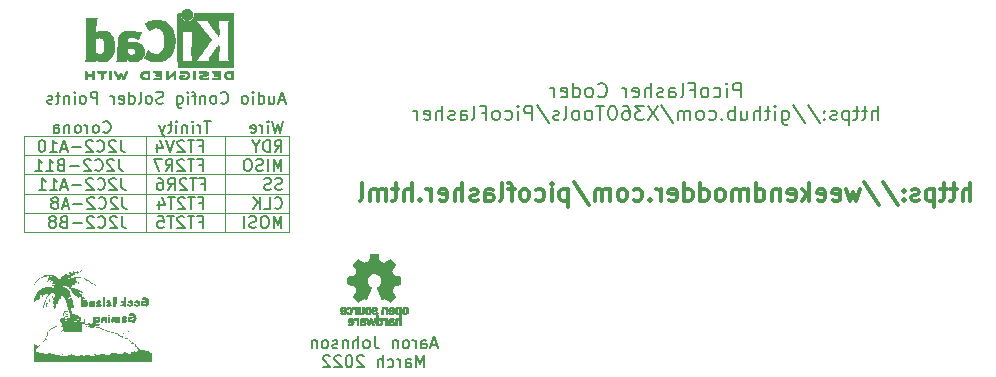
<source format=gbo>
%TF.GenerationSoftware,KiCad,Pcbnew,(6.0.1)*%
%TF.CreationDate,2022-04-02T11:09:09-06:00*%
%TF.ProjectId,PicoFlasher_Breakout_Board_V1.3_SMD,5069636f-466c-4617-9368-65725f427265,rev?*%
%TF.SameCoordinates,Original*%
%TF.FileFunction,Legend,Bot*%
%TF.FilePolarity,Positive*%
%FSLAX46Y46*%
G04 Gerber Fmt 4.6, Leading zero omitted, Abs format (unit mm)*
G04 Created by KiCad (PCBNEW (6.0.1)) date 2022-04-02 11:09:09*
%MOMM*%
%LPD*%
G01*
G04 APERTURE LIST*
%ADD10C,0.120000*%
%ADD11C,0.150000*%
%ADD12C,0.200000*%
%ADD13C,0.300000*%
%ADD14C,0.010000*%
%ADD15C,2.200000*%
%ADD16O,1.600000X2.000000*%
%ADD17C,1.800000*%
G04 APERTURE END LIST*
D10*
X115100000Y-89100000D02*
X92700000Y-89100000D01*
X115100000Y-85900000D02*
X92700000Y-85900000D01*
X115100000Y-84200000D02*
X92700000Y-84200000D01*
X109700000Y-81000000D02*
X109700000Y-89100000D01*
X115100000Y-81000000D02*
X115100000Y-89100000D01*
X115100000Y-82600000D02*
X92700000Y-82600000D01*
X103000000Y-81000000D02*
X103000000Y-89100000D01*
X115100000Y-81000000D02*
X92700000Y-81000000D01*
X92700000Y-81000000D02*
X92700000Y-89100000D01*
X115100000Y-87500000D02*
X92700000Y-87500000D01*
D11*
X114559642Y-79727380D02*
X114321547Y-80727380D01*
X114131071Y-80013095D01*
X113940595Y-80727380D01*
X113702500Y-79727380D01*
X113321547Y-80727380D02*
X113321547Y-80060714D01*
X113321547Y-79727380D02*
X113369166Y-79775000D01*
X113321547Y-79822619D01*
X113273928Y-79775000D01*
X113321547Y-79727380D01*
X113321547Y-79822619D01*
X112845357Y-80727380D02*
X112845357Y-80060714D01*
X112845357Y-80251190D02*
X112797738Y-80155952D01*
X112750119Y-80108333D01*
X112654880Y-80060714D01*
X112559642Y-80060714D01*
X111845357Y-80679761D02*
X111940595Y-80727380D01*
X112131071Y-80727380D01*
X112226309Y-80679761D01*
X112273928Y-80584523D01*
X112273928Y-80203571D01*
X112226309Y-80108333D01*
X112131071Y-80060714D01*
X111940595Y-80060714D01*
X111845357Y-80108333D01*
X111797738Y-80203571D01*
X111797738Y-80298809D01*
X112273928Y-80394047D01*
X108464404Y-79727380D02*
X107892976Y-79727380D01*
X108178690Y-80727380D02*
X108178690Y-79727380D01*
X107559642Y-80727380D02*
X107559642Y-80060714D01*
X107559642Y-80251190D02*
X107512023Y-80155952D01*
X107464404Y-80108333D01*
X107369166Y-80060714D01*
X107273928Y-80060714D01*
X106940595Y-80727380D02*
X106940595Y-80060714D01*
X106940595Y-79727380D02*
X106988214Y-79775000D01*
X106940595Y-79822619D01*
X106892976Y-79775000D01*
X106940595Y-79727380D01*
X106940595Y-79822619D01*
X106464404Y-80060714D02*
X106464404Y-80727380D01*
X106464404Y-80155952D02*
X106416785Y-80108333D01*
X106321547Y-80060714D01*
X106178690Y-80060714D01*
X106083452Y-80108333D01*
X106035833Y-80203571D01*
X106035833Y-80727380D01*
X105559642Y-80727380D02*
X105559642Y-80060714D01*
X105559642Y-79727380D02*
X105607261Y-79775000D01*
X105559642Y-79822619D01*
X105512023Y-79775000D01*
X105559642Y-79727380D01*
X105559642Y-79822619D01*
X105226309Y-80060714D02*
X104845357Y-80060714D01*
X105083452Y-79727380D02*
X105083452Y-80584523D01*
X105035833Y-80679761D01*
X104940595Y-80727380D01*
X104845357Y-80727380D01*
X104607261Y-80060714D02*
X104369166Y-80727380D01*
X104131071Y-80060714D02*
X104369166Y-80727380D01*
X104464404Y-80965476D01*
X104512023Y-81013095D01*
X104607261Y-81060714D01*
X99369166Y-80632142D02*
X99416785Y-80679761D01*
X99559642Y-80727380D01*
X99654880Y-80727380D01*
X99797738Y-80679761D01*
X99892976Y-80584523D01*
X99940595Y-80489285D01*
X99988214Y-80298809D01*
X99988214Y-80155952D01*
X99940595Y-79965476D01*
X99892976Y-79870238D01*
X99797738Y-79775000D01*
X99654880Y-79727380D01*
X99559642Y-79727380D01*
X99416785Y-79775000D01*
X99369166Y-79822619D01*
X98797738Y-80727380D02*
X98892976Y-80679761D01*
X98940595Y-80632142D01*
X98988214Y-80536904D01*
X98988214Y-80251190D01*
X98940595Y-80155952D01*
X98892976Y-80108333D01*
X98797738Y-80060714D01*
X98654880Y-80060714D01*
X98559642Y-80108333D01*
X98512023Y-80155952D01*
X98464404Y-80251190D01*
X98464404Y-80536904D01*
X98512023Y-80632142D01*
X98559642Y-80679761D01*
X98654880Y-80727380D01*
X98797738Y-80727380D01*
X98035833Y-80727380D02*
X98035833Y-80060714D01*
X98035833Y-80251190D02*
X97988214Y-80155952D01*
X97940595Y-80108333D01*
X97845357Y-80060714D01*
X97750119Y-80060714D01*
X97273928Y-80727380D02*
X97369166Y-80679761D01*
X97416785Y-80632142D01*
X97464404Y-80536904D01*
X97464404Y-80251190D01*
X97416785Y-80155952D01*
X97369166Y-80108333D01*
X97273928Y-80060714D01*
X97131071Y-80060714D01*
X97035833Y-80108333D01*
X96988214Y-80155952D01*
X96940595Y-80251190D01*
X96940595Y-80536904D01*
X96988214Y-80632142D01*
X97035833Y-80679761D01*
X97131071Y-80727380D01*
X97273928Y-80727380D01*
X96512023Y-80060714D02*
X96512023Y-80727380D01*
X96512023Y-80155952D02*
X96464404Y-80108333D01*
X96369166Y-80060714D01*
X96226309Y-80060714D01*
X96131071Y-80108333D01*
X96083452Y-80203571D01*
X96083452Y-80727380D01*
X95178690Y-80727380D02*
X95178690Y-80203571D01*
X95226309Y-80108333D01*
X95321547Y-80060714D01*
X95512023Y-80060714D01*
X95607261Y-80108333D01*
X95178690Y-80679761D02*
X95273928Y-80727380D01*
X95512023Y-80727380D01*
X95607261Y-80679761D01*
X95654880Y-80584523D01*
X95654880Y-80489285D01*
X95607261Y-80394047D01*
X95512023Y-80346428D01*
X95273928Y-80346428D01*
X95178690Y-80298809D01*
X113892976Y-82337380D02*
X114226309Y-81861190D01*
X114464404Y-82337380D02*
X114464404Y-81337380D01*
X114083452Y-81337380D01*
X113988214Y-81385000D01*
X113940595Y-81432619D01*
X113892976Y-81527857D01*
X113892976Y-81670714D01*
X113940595Y-81765952D01*
X113988214Y-81813571D01*
X114083452Y-81861190D01*
X114464404Y-81861190D01*
X113464404Y-82337380D02*
X113464404Y-81337380D01*
X113226309Y-81337380D01*
X113083452Y-81385000D01*
X112988214Y-81480238D01*
X112940595Y-81575476D01*
X112892976Y-81765952D01*
X112892976Y-81908809D01*
X112940595Y-82099285D01*
X112988214Y-82194523D01*
X113083452Y-82289761D01*
X113226309Y-82337380D01*
X113464404Y-82337380D01*
X112273928Y-81861190D02*
X112273928Y-82337380D01*
X112607261Y-81337380D02*
X112273928Y-81861190D01*
X111940595Y-81337380D01*
X107464404Y-81813571D02*
X107797738Y-81813571D01*
X107797738Y-82337380D02*
X107797738Y-81337380D01*
X107321547Y-81337380D01*
X107083452Y-81337380D02*
X106512023Y-81337380D01*
X106797738Y-82337380D02*
X106797738Y-81337380D01*
X106226309Y-81432619D02*
X106178690Y-81385000D01*
X106083452Y-81337380D01*
X105845357Y-81337380D01*
X105750119Y-81385000D01*
X105702500Y-81432619D01*
X105654880Y-81527857D01*
X105654880Y-81623095D01*
X105702500Y-81765952D01*
X106273928Y-82337380D01*
X105654880Y-82337380D01*
X105369166Y-81337380D02*
X105035833Y-82337380D01*
X104702500Y-81337380D01*
X103940595Y-81670714D02*
X103940595Y-82337380D01*
X104178690Y-81289761D02*
X104416785Y-82004047D01*
X103797738Y-82004047D01*
X100845357Y-81337380D02*
X100845357Y-82051666D01*
X100892976Y-82194523D01*
X100988214Y-82289761D01*
X101131071Y-82337380D01*
X101226309Y-82337380D01*
X100416785Y-81432619D02*
X100369166Y-81385000D01*
X100273928Y-81337380D01*
X100035833Y-81337380D01*
X99940595Y-81385000D01*
X99892976Y-81432619D01*
X99845357Y-81527857D01*
X99845357Y-81623095D01*
X99892976Y-81765952D01*
X100464404Y-82337380D01*
X99845357Y-82337380D01*
X98845357Y-82242142D02*
X98892976Y-82289761D01*
X99035833Y-82337380D01*
X99131071Y-82337380D01*
X99273928Y-82289761D01*
X99369166Y-82194523D01*
X99416785Y-82099285D01*
X99464404Y-81908809D01*
X99464404Y-81765952D01*
X99416785Y-81575476D01*
X99369166Y-81480238D01*
X99273928Y-81385000D01*
X99131071Y-81337380D01*
X99035833Y-81337380D01*
X98892976Y-81385000D01*
X98845357Y-81432619D01*
X98464404Y-81432619D02*
X98416785Y-81385000D01*
X98321547Y-81337380D01*
X98083452Y-81337380D01*
X97988214Y-81385000D01*
X97940595Y-81432619D01*
X97892976Y-81527857D01*
X97892976Y-81623095D01*
X97940595Y-81765952D01*
X98512023Y-82337380D01*
X97892976Y-82337380D01*
X97464404Y-81956428D02*
X96702500Y-81956428D01*
X96273928Y-82051666D02*
X95797738Y-82051666D01*
X96369166Y-82337380D02*
X96035833Y-81337380D01*
X95702500Y-82337380D01*
X94845357Y-82337380D02*
X95416785Y-82337380D01*
X95131071Y-82337380D02*
X95131071Y-81337380D01*
X95226309Y-81480238D01*
X95321547Y-81575476D01*
X95416785Y-81623095D01*
X94226309Y-81337380D02*
X94131071Y-81337380D01*
X94035833Y-81385000D01*
X93988214Y-81432619D01*
X93940595Y-81527857D01*
X93892976Y-81718333D01*
X93892976Y-81956428D01*
X93940595Y-82146904D01*
X93988214Y-82242142D01*
X94035833Y-82289761D01*
X94131071Y-82337380D01*
X94226309Y-82337380D01*
X94321547Y-82289761D01*
X94369166Y-82242142D01*
X94416785Y-82146904D01*
X94464404Y-81956428D01*
X94464404Y-81718333D01*
X94416785Y-81527857D01*
X94369166Y-81432619D01*
X94321547Y-81385000D01*
X94226309Y-81337380D01*
X114464404Y-83947380D02*
X114464404Y-82947380D01*
X114131071Y-83661666D01*
X113797738Y-82947380D01*
X113797738Y-83947380D01*
X113321547Y-83947380D02*
X113321547Y-82947380D01*
X112892976Y-83899761D02*
X112750119Y-83947380D01*
X112512023Y-83947380D01*
X112416785Y-83899761D01*
X112369166Y-83852142D01*
X112321547Y-83756904D01*
X112321547Y-83661666D01*
X112369166Y-83566428D01*
X112416785Y-83518809D01*
X112512023Y-83471190D01*
X112702500Y-83423571D01*
X112797738Y-83375952D01*
X112845357Y-83328333D01*
X112892976Y-83233095D01*
X112892976Y-83137857D01*
X112845357Y-83042619D01*
X112797738Y-82995000D01*
X112702500Y-82947380D01*
X112464404Y-82947380D01*
X112321547Y-82995000D01*
X111702500Y-82947380D02*
X111512023Y-82947380D01*
X111416785Y-82995000D01*
X111321547Y-83090238D01*
X111273928Y-83280714D01*
X111273928Y-83614047D01*
X111321547Y-83804523D01*
X111416785Y-83899761D01*
X111512023Y-83947380D01*
X111702500Y-83947380D01*
X111797738Y-83899761D01*
X111892976Y-83804523D01*
X111940595Y-83614047D01*
X111940595Y-83280714D01*
X111892976Y-83090238D01*
X111797738Y-82995000D01*
X111702500Y-82947380D01*
X107464404Y-83423571D02*
X107797738Y-83423571D01*
X107797738Y-83947380D02*
X107797738Y-82947380D01*
X107321547Y-82947380D01*
X107083452Y-82947380D02*
X106512023Y-82947380D01*
X106797738Y-83947380D02*
X106797738Y-82947380D01*
X106226309Y-83042619D02*
X106178690Y-82995000D01*
X106083452Y-82947380D01*
X105845357Y-82947380D01*
X105750119Y-82995000D01*
X105702500Y-83042619D01*
X105654880Y-83137857D01*
X105654880Y-83233095D01*
X105702500Y-83375952D01*
X106273928Y-83947380D01*
X105654880Y-83947380D01*
X104654880Y-83947380D02*
X104988214Y-83471190D01*
X105226309Y-83947380D02*
X105226309Y-82947380D01*
X104845357Y-82947380D01*
X104750119Y-82995000D01*
X104702500Y-83042619D01*
X104654880Y-83137857D01*
X104654880Y-83280714D01*
X104702500Y-83375952D01*
X104750119Y-83423571D01*
X104845357Y-83471190D01*
X105226309Y-83471190D01*
X104321547Y-82947380D02*
X103654880Y-82947380D01*
X104083452Y-83947380D01*
X100702500Y-82947380D02*
X100702500Y-83661666D01*
X100750119Y-83804523D01*
X100845357Y-83899761D01*
X100988214Y-83947380D01*
X101083452Y-83947380D01*
X100273928Y-83042619D02*
X100226309Y-82995000D01*
X100131071Y-82947380D01*
X99892976Y-82947380D01*
X99797738Y-82995000D01*
X99750119Y-83042619D01*
X99702500Y-83137857D01*
X99702500Y-83233095D01*
X99750119Y-83375952D01*
X100321547Y-83947380D01*
X99702500Y-83947380D01*
X98702500Y-83852142D02*
X98750119Y-83899761D01*
X98892976Y-83947380D01*
X98988214Y-83947380D01*
X99131071Y-83899761D01*
X99226309Y-83804523D01*
X99273928Y-83709285D01*
X99321547Y-83518809D01*
X99321547Y-83375952D01*
X99273928Y-83185476D01*
X99226309Y-83090238D01*
X99131071Y-82995000D01*
X98988214Y-82947380D01*
X98892976Y-82947380D01*
X98750119Y-82995000D01*
X98702500Y-83042619D01*
X98321547Y-83042619D02*
X98273928Y-82995000D01*
X98178690Y-82947380D01*
X97940595Y-82947380D01*
X97845357Y-82995000D01*
X97797738Y-83042619D01*
X97750119Y-83137857D01*
X97750119Y-83233095D01*
X97797738Y-83375952D01*
X98369166Y-83947380D01*
X97750119Y-83947380D01*
X97321547Y-83566428D02*
X96559642Y-83566428D01*
X95750119Y-83423571D02*
X95607261Y-83471190D01*
X95559642Y-83518809D01*
X95512023Y-83614047D01*
X95512023Y-83756904D01*
X95559642Y-83852142D01*
X95607261Y-83899761D01*
X95702500Y-83947380D01*
X96083452Y-83947380D01*
X96083452Y-82947380D01*
X95750119Y-82947380D01*
X95654880Y-82995000D01*
X95607261Y-83042619D01*
X95559642Y-83137857D01*
X95559642Y-83233095D01*
X95607261Y-83328333D01*
X95654880Y-83375952D01*
X95750119Y-83423571D01*
X96083452Y-83423571D01*
X94559642Y-83947380D02*
X95131071Y-83947380D01*
X94845357Y-83947380D02*
X94845357Y-82947380D01*
X94940595Y-83090238D01*
X95035833Y-83185476D01*
X95131071Y-83233095D01*
X93607261Y-83947380D02*
X94178690Y-83947380D01*
X93892976Y-83947380D02*
X93892976Y-82947380D01*
X93988214Y-83090238D01*
X94083452Y-83185476D01*
X94178690Y-83233095D01*
X114512023Y-85509761D02*
X114369166Y-85557380D01*
X114131071Y-85557380D01*
X114035833Y-85509761D01*
X113988214Y-85462142D01*
X113940595Y-85366904D01*
X113940595Y-85271666D01*
X113988214Y-85176428D01*
X114035833Y-85128809D01*
X114131071Y-85081190D01*
X114321547Y-85033571D01*
X114416785Y-84985952D01*
X114464404Y-84938333D01*
X114512023Y-84843095D01*
X114512023Y-84747857D01*
X114464404Y-84652619D01*
X114416785Y-84605000D01*
X114321547Y-84557380D01*
X114083452Y-84557380D01*
X113940595Y-84605000D01*
X113559642Y-85509761D02*
X113416785Y-85557380D01*
X113178690Y-85557380D01*
X113083452Y-85509761D01*
X113035833Y-85462142D01*
X112988214Y-85366904D01*
X112988214Y-85271666D01*
X113035833Y-85176428D01*
X113083452Y-85128809D01*
X113178690Y-85081190D01*
X113369166Y-85033571D01*
X113464404Y-84985952D01*
X113512023Y-84938333D01*
X113559642Y-84843095D01*
X113559642Y-84747857D01*
X113512023Y-84652619D01*
X113464404Y-84605000D01*
X113369166Y-84557380D01*
X113131071Y-84557380D01*
X112988214Y-84605000D01*
X107654880Y-85033571D02*
X107988214Y-85033571D01*
X107988214Y-85557380D02*
X107988214Y-84557380D01*
X107512023Y-84557380D01*
X107273928Y-84557380D02*
X106702500Y-84557380D01*
X106988214Y-85557380D02*
X106988214Y-84557380D01*
X106416785Y-84652619D02*
X106369166Y-84605000D01*
X106273928Y-84557380D01*
X106035833Y-84557380D01*
X105940595Y-84605000D01*
X105892976Y-84652619D01*
X105845357Y-84747857D01*
X105845357Y-84843095D01*
X105892976Y-84985952D01*
X106464404Y-85557380D01*
X105845357Y-85557380D01*
X104845357Y-85557380D02*
X105178690Y-85081190D01*
X105416785Y-85557380D02*
X105416785Y-84557380D01*
X105035833Y-84557380D01*
X104940595Y-84605000D01*
X104892976Y-84652619D01*
X104845357Y-84747857D01*
X104845357Y-84890714D01*
X104892976Y-84985952D01*
X104940595Y-85033571D01*
X105035833Y-85081190D01*
X105416785Y-85081190D01*
X103988214Y-84557380D02*
X104178690Y-84557380D01*
X104273928Y-84605000D01*
X104321547Y-84652619D01*
X104416785Y-84795476D01*
X104464404Y-84985952D01*
X104464404Y-85366904D01*
X104416785Y-85462142D01*
X104369166Y-85509761D01*
X104273928Y-85557380D01*
X104083452Y-85557380D01*
X103988214Y-85509761D01*
X103940595Y-85462142D01*
X103892976Y-85366904D01*
X103892976Y-85128809D01*
X103940595Y-85033571D01*
X103988214Y-84985952D01*
X104083452Y-84938333D01*
X104273928Y-84938333D01*
X104369166Y-84985952D01*
X104416785Y-85033571D01*
X104464404Y-85128809D01*
X100892976Y-84557380D02*
X100892976Y-85271666D01*
X100940595Y-85414523D01*
X101035833Y-85509761D01*
X101178690Y-85557380D01*
X101273928Y-85557380D01*
X100464404Y-84652619D02*
X100416785Y-84605000D01*
X100321547Y-84557380D01*
X100083452Y-84557380D01*
X99988214Y-84605000D01*
X99940595Y-84652619D01*
X99892976Y-84747857D01*
X99892976Y-84843095D01*
X99940595Y-84985952D01*
X100512023Y-85557380D01*
X99892976Y-85557380D01*
X98892976Y-85462142D02*
X98940595Y-85509761D01*
X99083452Y-85557380D01*
X99178690Y-85557380D01*
X99321547Y-85509761D01*
X99416785Y-85414523D01*
X99464404Y-85319285D01*
X99512023Y-85128809D01*
X99512023Y-84985952D01*
X99464404Y-84795476D01*
X99416785Y-84700238D01*
X99321547Y-84605000D01*
X99178690Y-84557380D01*
X99083452Y-84557380D01*
X98940595Y-84605000D01*
X98892976Y-84652619D01*
X98512023Y-84652619D02*
X98464404Y-84605000D01*
X98369166Y-84557380D01*
X98131071Y-84557380D01*
X98035833Y-84605000D01*
X97988214Y-84652619D01*
X97940595Y-84747857D01*
X97940595Y-84843095D01*
X97988214Y-84985952D01*
X98559642Y-85557380D01*
X97940595Y-85557380D01*
X97512023Y-85176428D02*
X96750119Y-85176428D01*
X96321547Y-85271666D02*
X95845357Y-85271666D01*
X96416785Y-85557380D02*
X96083452Y-84557380D01*
X95750119Y-85557380D01*
X94892976Y-85557380D02*
X95464404Y-85557380D01*
X95178690Y-85557380D02*
X95178690Y-84557380D01*
X95273928Y-84700238D01*
X95369166Y-84795476D01*
X95464404Y-84843095D01*
X93940595Y-85557380D02*
X94512023Y-85557380D01*
X94226309Y-85557380D02*
X94226309Y-84557380D01*
X94321547Y-84700238D01*
X94416785Y-84795476D01*
X94512023Y-84843095D01*
X113892976Y-87072142D02*
X113940595Y-87119761D01*
X114083452Y-87167380D01*
X114178690Y-87167380D01*
X114321547Y-87119761D01*
X114416785Y-87024523D01*
X114464404Y-86929285D01*
X114512023Y-86738809D01*
X114512023Y-86595952D01*
X114464404Y-86405476D01*
X114416785Y-86310238D01*
X114321547Y-86215000D01*
X114178690Y-86167380D01*
X114083452Y-86167380D01*
X113940595Y-86215000D01*
X113892976Y-86262619D01*
X112988214Y-87167380D02*
X113464404Y-87167380D01*
X113464404Y-86167380D01*
X112654880Y-87167380D02*
X112654880Y-86167380D01*
X112083452Y-87167380D02*
X112512023Y-86595952D01*
X112083452Y-86167380D02*
X112654880Y-86738809D01*
X107512023Y-86643571D02*
X107845357Y-86643571D01*
X107845357Y-87167380D02*
X107845357Y-86167380D01*
X107369166Y-86167380D01*
X107131071Y-86167380D02*
X106559642Y-86167380D01*
X106845357Y-87167380D02*
X106845357Y-86167380D01*
X106273928Y-86262619D02*
X106226309Y-86215000D01*
X106131071Y-86167380D01*
X105892976Y-86167380D01*
X105797738Y-86215000D01*
X105750119Y-86262619D01*
X105702500Y-86357857D01*
X105702500Y-86453095D01*
X105750119Y-86595952D01*
X106321547Y-87167380D01*
X105702500Y-87167380D01*
X105416785Y-86167380D02*
X104845357Y-86167380D01*
X105131071Y-87167380D02*
X105131071Y-86167380D01*
X104083452Y-86500714D02*
X104083452Y-87167380D01*
X104321547Y-86119761D02*
X104559642Y-86834047D01*
X103940595Y-86834047D01*
X100988214Y-86167380D02*
X100988214Y-86881666D01*
X101035833Y-87024523D01*
X101131071Y-87119761D01*
X101273928Y-87167380D01*
X101369166Y-87167380D01*
X100559642Y-86262619D02*
X100512023Y-86215000D01*
X100416785Y-86167380D01*
X100178690Y-86167380D01*
X100083452Y-86215000D01*
X100035833Y-86262619D01*
X99988214Y-86357857D01*
X99988214Y-86453095D01*
X100035833Y-86595952D01*
X100607261Y-87167380D01*
X99988214Y-87167380D01*
X98988214Y-87072142D02*
X99035833Y-87119761D01*
X99178690Y-87167380D01*
X99273928Y-87167380D01*
X99416785Y-87119761D01*
X99512023Y-87024523D01*
X99559642Y-86929285D01*
X99607261Y-86738809D01*
X99607261Y-86595952D01*
X99559642Y-86405476D01*
X99512023Y-86310238D01*
X99416785Y-86215000D01*
X99273928Y-86167380D01*
X99178690Y-86167380D01*
X99035833Y-86215000D01*
X98988214Y-86262619D01*
X98607261Y-86262619D02*
X98559642Y-86215000D01*
X98464404Y-86167380D01*
X98226309Y-86167380D01*
X98131071Y-86215000D01*
X98083452Y-86262619D01*
X98035833Y-86357857D01*
X98035833Y-86453095D01*
X98083452Y-86595952D01*
X98654880Y-87167380D01*
X98035833Y-87167380D01*
X97607261Y-86786428D02*
X96845357Y-86786428D01*
X96416785Y-86881666D02*
X95940595Y-86881666D01*
X96512023Y-87167380D02*
X96178690Y-86167380D01*
X95845357Y-87167380D01*
X95369166Y-86595952D02*
X95464404Y-86548333D01*
X95512023Y-86500714D01*
X95559642Y-86405476D01*
X95559642Y-86357857D01*
X95512023Y-86262619D01*
X95464404Y-86215000D01*
X95369166Y-86167380D01*
X95178690Y-86167380D01*
X95083452Y-86215000D01*
X95035833Y-86262619D01*
X94988214Y-86357857D01*
X94988214Y-86405476D01*
X95035833Y-86500714D01*
X95083452Y-86548333D01*
X95178690Y-86595952D01*
X95369166Y-86595952D01*
X95464404Y-86643571D01*
X95512023Y-86691190D01*
X95559642Y-86786428D01*
X95559642Y-86976904D01*
X95512023Y-87072142D01*
X95464404Y-87119761D01*
X95369166Y-87167380D01*
X95178690Y-87167380D01*
X95083452Y-87119761D01*
X95035833Y-87072142D01*
X94988214Y-86976904D01*
X94988214Y-86786428D01*
X95035833Y-86691190D01*
X95083452Y-86643571D01*
X95178690Y-86595952D01*
X114464404Y-88777380D02*
X114464404Y-87777380D01*
X114131071Y-88491666D01*
X113797738Y-87777380D01*
X113797738Y-88777380D01*
X113131071Y-87777380D02*
X112940595Y-87777380D01*
X112845357Y-87825000D01*
X112750119Y-87920238D01*
X112702500Y-88110714D01*
X112702500Y-88444047D01*
X112750119Y-88634523D01*
X112845357Y-88729761D01*
X112940595Y-88777380D01*
X113131071Y-88777380D01*
X113226309Y-88729761D01*
X113321547Y-88634523D01*
X113369166Y-88444047D01*
X113369166Y-88110714D01*
X113321547Y-87920238D01*
X113226309Y-87825000D01*
X113131071Y-87777380D01*
X112321547Y-88729761D02*
X112178690Y-88777380D01*
X111940595Y-88777380D01*
X111845357Y-88729761D01*
X111797738Y-88682142D01*
X111750119Y-88586904D01*
X111750119Y-88491666D01*
X111797738Y-88396428D01*
X111845357Y-88348809D01*
X111940595Y-88301190D01*
X112131071Y-88253571D01*
X112226309Y-88205952D01*
X112273928Y-88158333D01*
X112321547Y-88063095D01*
X112321547Y-87967857D01*
X112273928Y-87872619D01*
X112226309Y-87825000D01*
X112131071Y-87777380D01*
X111892976Y-87777380D01*
X111750119Y-87825000D01*
X111321547Y-88777380D02*
X111321547Y-87777380D01*
X107464404Y-88253571D02*
X107797738Y-88253571D01*
X107797738Y-88777380D02*
X107797738Y-87777380D01*
X107321547Y-87777380D01*
X107083452Y-87777380D02*
X106512023Y-87777380D01*
X106797738Y-88777380D02*
X106797738Y-87777380D01*
X106226309Y-87872619D02*
X106178690Y-87825000D01*
X106083452Y-87777380D01*
X105845357Y-87777380D01*
X105750119Y-87825000D01*
X105702500Y-87872619D01*
X105654880Y-87967857D01*
X105654880Y-88063095D01*
X105702500Y-88205952D01*
X106273928Y-88777380D01*
X105654880Y-88777380D01*
X105369166Y-87777380D02*
X104797738Y-87777380D01*
X105083452Y-88777380D02*
X105083452Y-87777380D01*
X103988214Y-87777380D02*
X104464404Y-87777380D01*
X104512023Y-88253571D01*
X104464404Y-88205952D01*
X104369166Y-88158333D01*
X104131071Y-88158333D01*
X104035833Y-88205952D01*
X103988214Y-88253571D01*
X103940595Y-88348809D01*
X103940595Y-88586904D01*
X103988214Y-88682142D01*
X104035833Y-88729761D01*
X104131071Y-88777380D01*
X104369166Y-88777380D01*
X104464404Y-88729761D01*
X104512023Y-88682142D01*
X100940595Y-87777380D02*
X100940595Y-88491666D01*
X100988214Y-88634523D01*
X101083452Y-88729761D01*
X101226309Y-88777380D01*
X101321547Y-88777380D01*
X100512023Y-87872619D02*
X100464404Y-87825000D01*
X100369166Y-87777380D01*
X100131071Y-87777380D01*
X100035833Y-87825000D01*
X99988214Y-87872619D01*
X99940595Y-87967857D01*
X99940595Y-88063095D01*
X99988214Y-88205952D01*
X100559642Y-88777380D01*
X99940595Y-88777380D01*
X98940595Y-88682142D02*
X98988214Y-88729761D01*
X99131071Y-88777380D01*
X99226309Y-88777380D01*
X99369166Y-88729761D01*
X99464404Y-88634523D01*
X99512023Y-88539285D01*
X99559642Y-88348809D01*
X99559642Y-88205952D01*
X99512023Y-88015476D01*
X99464404Y-87920238D01*
X99369166Y-87825000D01*
X99226309Y-87777380D01*
X99131071Y-87777380D01*
X98988214Y-87825000D01*
X98940595Y-87872619D01*
X98559642Y-87872619D02*
X98512023Y-87825000D01*
X98416785Y-87777380D01*
X98178690Y-87777380D01*
X98083452Y-87825000D01*
X98035833Y-87872619D01*
X97988214Y-87967857D01*
X97988214Y-88063095D01*
X98035833Y-88205952D01*
X98607261Y-88777380D01*
X97988214Y-88777380D01*
X97559642Y-88396428D02*
X96797738Y-88396428D01*
X95988214Y-88253571D02*
X95845357Y-88301190D01*
X95797738Y-88348809D01*
X95750119Y-88444047D01*
X95750119Y-88586904D01*
X95797738Y-88682142D01*
X95845357Y-88729761D01*
X95940595Y-88777380D01*
X96321547Y-88777380D01*
X96321547Y-87777380D01*
X95988214Y-87777380D01*
X95892976Y-87825000D01*
X95845357Y-87872619D01*
X95797738Y-87967857D01*
X95797738Y-88063095D01*
X95845357Y-88158333D01*
X95892976Y-88205952D01*
X95988214Y-88253571D01*
X96321547Y-88253571D01*
X95178690Y-88205952D02*
X95273928Y-88158333D01*
X95321547Y-88110714D01*
X95369166Y-88015476D01*
X95369166Y-87967857D01*
X95321547Y-87872619D01*
X95273928Y-87825000D01*
X95178690Y-87777380D01*
X94988214Y-87777380D01*
X94892976Y-87825000D01*
X94845357Y-87872619D01*
X94797738Y-87967857D01*
X94797738Y-88015476D01*
X94845357Y-88110714D01*
X94892976Y-88158333D01*
X94988214Y-88205952D01*
X95178690Y-88205952D01*
X95273928Y-88253571D01*
X95321547Y-88301190D01*
X95369166Y-88396428D01*
X95369166Y-88586904D01*
X95321547Y-88682142D01*
X95273928Y-88729761D01*
X95178690Y-88777380D01*
X94988214Y-88777380D01*
X94892976Y-88729761D01*
X94845357Y-88682142D01*
X94797738Y-88586904D01*
X94797738Y-88396428D01*
X94845357Y-88301190D01*
X94892976Y-88253571D01*
X94988214Y-88205952D01*
D12*
X153346428Y-77701857D02*
X153346428Y-76501857D01*
X152889285Y-76501857D01*
X152775000Y-76559000D01*
X152717857Y-76616142D01*
X152660714Y-76730428D01*
X152660714Y-76901857D01*
X152717857Y-77016142D01*
X152775000Y-77073285D01*
X152889285Y-77130428D01*
X153346428Y-77130428D01*
X152146428Y-77701857D02*
X152146428Y-76901857D01*
X152146428Y-76501857D02*
X152203571Y-76559000D01*
X152146428Y-76616142D01*
X152089285Y-76559000D01*
X152146428Y-76501857D01*
X152146428Y-76616142D01*
X151060714Y-77644714D02*
X151175000Y-77701857D01*
X151403571Y-77701857D01*
X151517857Y-77644714D01*
X151575000Y-77587571D01*
X151632142Y-77473285D01*
X151632142Y-77130428D01*
X151575000Y-77016142D01*
X151517857Y-76959000D01*
X151403571Y-76901857D01*
X151175000Y-76901857D01*
X151060714Y-76959000D01*
X150375000Y-77701857D02*
X150489285Y-77644714D01*
X150546428Y-77587571D01*
X150603571Y-77473285D01*
X150603571Y-77130428D01*
X150546428Y-77016142D01*
X150489285Y-76959000D01*
X150375000Y-76901857D01*
X150203571Y-76901857D01*
X150089285Y-76959000D01*
X150032142Y-77016142D01*
X149975000Y-77130428D01*
X149975000Y-77473285D01*
X150032142Y-77587571D01*
X150089285Y-77644714D01*
X150203571Y-77701857D01*
X150375000Y-77701857D01*
X149060714Y-77073285D02*
X149460714Y-77073285D01*
X149460714Y-77701857D02*
X149460714Y-76501857D01*
X148889285Y-76501857D01*
X148260714Y-77701857D02*
X148375000Y-77644714D01*
X148432142Y-77530428D01*
X148432142Y-76501857D01*
X147289285Y-77701857D02*
X147289285Y-77073285D01*
X147346428Y-76959000D01*
X147460714Y-76901857D01*
X147689285Y-76901857D01*
X147803571Y-76959000D01*
X147289285Y-77644714D02*
X147403571Y-77701857D01*
X147689285Y-77701857D01*
X147803571Y-77644714D01*
X147860714Y-77530428D01*
X147860714Y-77416142D01*
X147803571Y-77301857D01*
X147689285Y-77244714D01*
X147403571Y-77244714D01*
X147289285Y-77187571D01*
X146775000Y-77644714D02*
X146660714Y-77701857D01*
X146432142Y-77701857D01*
X146317857Y-77644714D01*
X146260714Y-77530428D01*
X146260714Y-77473285D01*
X146317857Y-77359000D01*
X146432142Y-77301857D01*
X146603571Y-77301857D01*
X146717857Y-77244714D01*
X146775000Y-77130428D01*
X146775000Y-77073285D01*
X146717857Y-76959000D01*
X146603571Y-76901857D01*
X146432142Y-76901857D01*
X146317857Y-76959000D01*
X145746428Y-77701857D02*
X145746428Y-76501857D01*
X145232142Y-77701857D02*
X145232142Y-77073285D01*
X145289285Y-76959000D01*
X145403571Y-76901857D01*
X145575000Y-76901857D01*
X145689285Y-76959000D01*
X145746428Y-77016142D01*
X144203571Y-77644714D02*
X144317857Y-77701857D01*
X144546428Y-77701857D01*
X144660714Y-77644714D01*
X144717857Y-77530428D01*
X144717857Y-77073285D01*
X144660714Y-76959000D01*
X144546428Y-76901857D01*
X144317857Y-76901857D01*
X144203571Y-76959000D01*
X144146428Y-77073285D01*
X144146428Y-77187571D01*
X144717857Y-77301857D01*
X143632142Y-77701857D02*
X143632142Y-76901857D01*
X143632142Y-77130428D02*
X143575000Y-77016142D01*
X143517857Y-76959000D01*
X143403571Y-76901857D01*
X143289285Y-76901857D01*
X141289285Y-77587571D02*
X141346428Y-77644714D01*
X141517857Y-77701857D01*
X141632142Y-77701857D01*
X141803571Y-77644714D01*
X141917857Y-77530428D01*
X141975000Y-77416142D01*
X142032142Y-77187571D01*
X142032142Y-77016142D01*
X141975000Y-76787571D01*
X141917857Y-76673285D01*
X141803571Y-76559000D01*
X141632142Y-76501857D01*
X141517857Y-76501857D01*
X141346428Y-76559000D01*
X141289285Y-76616142D01*
X140603571Y-77701857D02*
X140717857Y-77644714D01*
X140775000Y-77587571D01*
X140832142Y-77473285D01*
X140832142Y-77130428D01*
X140775000Y-77016142D01*
X140717857Y-76959000D01*
X140603571Y-76901857D01*
X140432142Y-76901857D01*
X140317857Y-76959000D01*
X140260714Y-77016142D01*
X140203571Y-77130428D01*
X140203571Y-77473285D01*
X140260714Y-77587571D01*
X140317857Y-77644714D01*
X140432142Y-77701857D01*
X140603571Y-77701857D01*
X139175000Y-77701857D02*
X139175000Y-76501857D01*
X139175000Y-77644714D02*
X139289285Y-77701857D01*
X139517857Y-77701857D01*
X139632142Y-77644714D01*
X139689285Y-77587571D01*
X139746428Y-77473285D01*
X139746428Y-77130428D01*
X139689285Y-77016142D01*
X139632142Y-76959000D01*
X139517857Y-76901857D01*
X139289285Y-76901857D01*
X139175000Y-76959000D01*
X138146428Y-77644714D02*
X138260714Y-77701857D01*
X138489285Y-77701857D01*
X138603571Y-77644714D01*
X138660714Y-77530428D01*
X138660714Y-77073285D01*
X138603571Y-76959000D01*
X138489285Y-76901857D01*
X138260714Y-76901857D01*
X138146428Y-76959000D01*
X138089285Y-77073285D01*
X138089285Y-77187571D01*
X138660714Y-77301857D01*
X137575000Y-77701857D02*
X137575000Y-76901857D01*
X137575000Y-77130428D02*
X137517857Y-77016142D01*
X137460714Y-76959000D01*
X137346428Y-76901857D01*
X137232142Y-76901857D01*
X164946428Y-79633857D02*
X164946428Y-78433857D01*
X164432142Y-79633857D02*
X164432142Y-79005285D01*
X164489285Y-78891000D01*
X164603571Y-78833857D01*
X164775000Y-78833857D01*
X164889285Y-78891000D01*
X164946428Y-78948142D01*
X164032142Y-78833857D02*
X163575000Y-78833857D01*
X163860714Y-78433857D02*
X163860714Y-79462428D01*
X163803571Y-79576714D01*
X163689285Y-79633857D01*
X163575000Y-79633857D01*
X163346428Y-78833857D02*
X162889285Y-78833857D01*
X163175000Y-78433857D02*
X163175000Y-79462428D01*
X163117857Y-79576714D01*
X163003571Y-79633857D01*
X162889285Y-79633857D01*
X162489285Y-78833857D02*
X162489285Y-80033857D01*
X162489285Y-78891000D02*
X162375000Y-78833857D01*
X162146428Y-78833857D01*
X162032142Y-78891000D01*
X161975000Y-78948142D01*
X161917857Y-79062428D01*
X161917857Y-79405285D01*
X161975000Y-79519571D01*
X162032142Y-79576714D01*
X162146428Y-79633857D01*
X162375000Y-79633857D01*
X162489285Y-79576714D01*
X161460714Y-79576714D02*
X161346428Y-79633857D01*
X161117857Y-79633857D01*
X161003571Y-79576714D01*
X160946428Y-79462428D01*
X160946428Y-79405285D01*
X161003571Y-79291000D01*
X161117857Y-79233857D01*
X161289285Y-79233857D01*
X161403571Y-79176714D01*
X161460714Y-79062428D01*
X161460714Y-79005285D01*
X161403571Y-78891000D01*
X161289285Y-78833857D01*
X161117857Y-78833857D01*
X161003571Y-78891000D01*
X160432142Y-79519571D02*
X160375000Y-79576714D01*
X160432142Y-79633857D01*
X160489285Y-79576714D01*
X160432142Y-79519571D01*
X160432142Y-79633857D01*
X160432142Y-78891000D02*
X160375000Y-78948142D01*
X160432142Y-79005285D01*
X160489285Y-78948142D01*
X160432142Y-78891000D01*
X160432142Y-79005285D01*
X159003571Y-78376714D02*
X160032142Y-79919571D01*
X157746428Y-78376714D02*
X158775000Y-79919571D01*
X156832142Y-78833857D02*
X156832142Y-79805285D01*
X156889285Y-79919571D01*
X156946428Y-79976714D01*
X157060714Y-80033857D01*
X157232142Y-80033857D01*
X157346428Y-79976714D01*
X156832142Y-79576714D02*
X156946428Y-79633857D01*
X157175000Y-79633857D01*
X157289285Y-79576714D01*
X157346428Y-79519571D01*
X157403571Y-79405285D01*
X157403571Y-79062428D01*
X157346428Y-78948142D01*
X157289285Y-78891000D01*
X157175000Y-78833857D01*
X156946428Y-78833857D01*
X156832142Y-78891000D01*
X156260714Y-79633857D02*
X156260714Y-78833857D01*
X156260714Y-78433857D02*
X156317857Y-78491000D01*
X156260714Y-78548142D01*
X156203571Y-78491000D01*
X156260714Y-78433857D01*
X156260714Y-78548142D01*
X155860714Y-78833857D02*
X155403571Y-78833857D01*
X155689285Y-78433857D02*
X155689285Y-79462428D01*
X155632142Y-79576714D01*
X155517857Y-79633857D01*
X155403571Y-79633857D01*
X155003571Y-79633857D02*
X155003571Y-78433857D01*
X154489285Y-79633857D02*
X154489285Y-79005285D01*
X154546428Y-78891000D01*
X154660714Y-78833857D01*
X154832142Y-78833857D01*
X154946428Y-78891000D01*
X155003571Y-78948142D01*
X153403571Y-78833857D02*
X153403571Y-79633857D01*
X153917857Y-78833857D02*
X153917857Y-79462428D01*
X153860714Y-79576714D01*
X153746428Y-79633857D01*
X153575000Y-79633857D01*
X153460714Y-79576714D01*
X153403571Y-79519571D01*
X152832142Y-79633857D02*
X152832142Y-78433857D01*
X152832142Y-78891000D02*
X152717857Y-78833857D01*
X152489285Y-78833857D01*
X152375000Y-78891000D01*
X152317857Y-78948142D01*
X152260714Y-79062428D01*
X152260714Y-79405285D01*
X152317857Y-79519571D01*
X152375000Y-79576714D01*
X152489285Y-79633857D01*
X152717857Y-79633857D01*
X152832142Y-79576714D01*
X151746428Y-79519571D02*
X151689285Y-79576714D01*
X151746428Y-79633857D01*
X151803571Y-79576714D01*
X151746428Y-79519571D01*
X151746428Y-79633857D01*
X150660714Y-79576714D02*
X150775000Y-79633857D01*
X151003571Y-79633857D01*
X151117857Y-79576714D01*
X151175000Y-79519571D01*
X151232142Y-79405285D01*
X151232142Y-79062428D01*
X151175000Y-78948142D01*
X151117857Y-78891000D01*
X151003571Y-78833857D01*
X150775000Y-78833857D01*
X150660714Y-78891000D01*
X149975000Y-79633857D02*
X150089285Y-79576714D01*
X150146428Y-79519571D01*
X150203571Y-79405285D01*
X150203571Y-79062428D01*
X150146428Y-78948142D01*
X150089285Y-78891000D01*
X149975000Y-78833857D01*
X149803571Y-78833857D01*
X149689285Y-78891000D01*
X149632142Y-78948142D01*
X149575000Y-79062428D01*
X149575000Y-79405285D01*
X149632142Y-79519571D01*
X149689285Y-79576714D01*
X149803571Y-79633857D01*
X149975000Y-79633857D01*
X149060714Y-79633857D02*
X149060714Y-78833857D01*
X149060714Y-78948142D02*
X149003571Y-78891000D01*
X148889285Y-78833857D01*
X148717857Y-78833857D01*
X148603571Y-78891000D01*
X148546428Y-79005285D01*
X148546428Y-79633857D01*
X148546428Y-79005285D02*
X148489285Y-78891000D01*
X148375000Y-78833857D01*
X148203571Y-78833857D01*
X148089285Y-78891000D01*
X148032142Y-79005285D01*
X148032142Y-79633857D01*
X146603571Y-78376714D02*
X147632142Y-79919571D01*
X146317857Y-78433857D02*
X145517857Y-79633857D01*
X145517857Y-78433857D02*
X146317857Y-79633857D01*
X145175000Y-78433857D02*
X144432142Y-78433857D01*
X144832142Y-78891000D01*
X144660714Y-78891000D01*
X144546428Y-78948142D01*
X144489285Y-79005285D01*
X144432142Y-79119571D01*
X144432142Y-79405285D01*
X144489285Y-79519571D01*
X144546428Y-79576714D01*
X144660714Y-79633857D01*
X145003571Y-79633857D01*
X145117857Y-79576714D01*
X145175000Y-79519571D01*
X143403571Y-78433857D02*
X143632142Y-78433857D01*
X143746428Y-78491000D01*
X143803571Y-78548142D01*
X143917857Y-78719571D01*
X143975000Y-78948142D01*
X143975000Y-79405285D01*
X143917857Y-79519571D01*
X143860714Y-79576714D01*
X143746428Y-79633857D01*
X143517857Y-79633857D01*
X143403571Y-79576714D01*
X143346428Y-79519571D01*
X143289285Y-79405285D01*
X143289285Y-79119571D01*
X143346428Y-79005285D01*
X143403571Y-78948142D01*
X143517857Y-78891000D01*
X143746428Y-78891000D01*
X143860714Y-78948142D01*
X143917857Y-79005285D01*
X143975000Y-79119571D01*
X142546428Y-78433857D02*
X142432142Y-78433857D01*
X142317857Y-78491000D01*
X142260714Y-78548142D01*
X142203571Y-78662428D01*
X142146428Y-78891000D01*
X142146428Y-79176714D01*
X142203571Y-79405285D01*
X142260714Y-79519571D01*
X142317857Y-79576714D01*
X142432142Y-79633857D01*
X142546428Y-79633857D01*
X142660714Y-79576714D01*
X142717857Y-79519571D01*
X142775000Y-79405285D01*
X142832142Y-79176714D01*
X142832142Y-78891000D01*
X142775000Y-78662428D01*
X142717857Y-78548142D01*
X142660714Y-78491000D01*
X142546428Y-78433857D01*
X141803571Y-78433857D02*
X141117857Y-78433857D01*
X141460714Y-79633857D02*
X141460714Y-78433857D01*
X140546428Y-79633857D02*
X140660714Y-79576714D01*
X140717857Y-79519571D01*
X140775000Y-79405285D01*
X140775000Y-79062428D01*
X140717857Y-78948142D01*
X140660714Y-78891000D01*
X140546428Y-78833857D01*
X140375000Y-78833857D01*
X140260714Y-78891000D01*
X140203571Y-78948142D01*
X140146428Y-79062428D01*
X140146428Y-79405285D01*
X140203571Y-79519571D01*
X140260714Y-79576714D01*
X140375000Y-79633857D01*
X140546428Y-79633857D01*
X139460714Y-79633857D02*
X139575000Y-79576714D01*
X139632142Y-79519571D01*
X139689285Y-79405285D01*
X139689285Y-79062428D01*
X139632142Y-78948142D01*
X139575000Y-78891000D01*
X139460714Y-78833857D01*
X139289285Y-78833857D01*
X139175000Y-78891000D01*
X139117857Y-78948142D01*
X139060714Y-79062428D01*
X139060714Y-79405285D01*
X139117857Y-79519571D01*
X139175000Y-79576714D01*
X139289285Y-79633857D01*
X139460714Y-79633857D01*
X138375000Y-79633857D02*
X138489285Y-79576714D01*
X138546428Y-79462428D01*
X138546428Y-78433857D01*
X137975000Y-79576714D02*
X137860714Y-79633857D01*
X137632142Y-79633857D01*
X137517857Y-79576714D01*
X137460714Y-79462428D01*
X137460714Y-79405285D01*
X137517857Y-79291000D01*
X137632142Y-79233857D01*
X137803571Y-79233857D01*
X137917857Y-79176714D01*
X137975000Y-79062428D01*
X137975000Y-79005285D01*
X137917857Y-78891000D01*
X137803571Y-78833857D01*
X137632142Y-78833857D01*
X137517857Y-78891000D01*
X136089285Y-78376714D02*
X137117857Y-79919571D01*
X135689285Y-79633857D02*
X135689285Y-78433857D01*
X135232142Y-78433857D01*
X135117857Y-78491000D01*
X135060714Y-78548142D01*
X135003571Y-78662428D01*
X135003571Y-78833857D01*
X135060714Y-78948142D01*
X135117857Y-79005285D01*
X135232142Y-79062428D01*
X135689285Y-79062428D01*
X134489285Y-79633857D02*
X134489285Y-78833857D01*
X134489285Y-78433857D02*
X134546428Y-78491000D01*
X134489285Y-78548142D01*
X134432142Y-78491000D01*
X134489285Y-78433857D01*
X134489285Y-78548142D01*
X133403571Y-79576714D02*
X133517857Y-79633857D01*
X133746428Y-79633857D01*
X133860714Y-79576714D01*
X133917857Y-79519571D01*
X133974999Y-79405285D01*
X133974999Y-79062428D01*
X133917857Y-78948142D01*
X133860714Y-78891000D01*
X133746428Y-78833857D01*
X133517857Y-78833857D01*
X133403571Y-78891000D01*
X132717857Y-79633857D02*
X132832142Y-79576714D01*
X132889285Y-79519571D01*
X132946428Y-79405285D01*
X132946428Y-79062428D01*
X132889285Y-78948142D01*
X132832142Y-78891000D01*
X132717857Y-78833857D01*
X132546428Y-78833857D01*
X132432142Y-78891000D01*
X132374999Y-78948142D01*
X132317857Y-79062428D01*
X132317857Y-79405285D01*
X132374999Y-79519571D01*
X132432142Y-79576714D01*
X132546428Y-79633857D01*
X132717857Y-79633857D01*
X131403571Y-79005285D02*
X131803571Y-79005285D01*
X131803571Y-79633857D02*
X131803571Y-78433857D01*
X131232142Y-78433857D01*
X130603571Y-79633857D02*
X130717857Y-79576714D01*
X130774999Y-79462428D01*
X130774999Y-78433857D01*
X129632142Y-79633857D02*
X129632142Y-79005285D01*
X129689285Y-78891000D01*
X129803571Y-78833857D01*
X130032142Y-78833857D01*
X130146428Y-78891000D01*
X129632142Y-79576714D02*
X129746428Y-79633857D01*
X130032142Y-79633857D01*
X130146428Y-79576714D01*
X130203571Y-79462428D01*
X130203571Y-79348142D01*
X130146428Y-79233857D01*
X130032142Y-79176714D01*
X129746428Y-79176714D01*
X129632142Y-79119571D01*
X129117857Y-79576714D02*
X129003571Y-79633857D01*
X128774999Y-79633857D01*
X128660714Y-79576714D01*
X128603571Y-79462428D01*
X128603571Y-79405285D01*
X128660714Y-79291000D01*
X128774999Y-79233857D01*
X128946428Y-79233857D01*
X129060714Y-79176714D01*
X129117857Y-79062428D01*
X129117857Y-79005285D01*
X129060714Y-78891000D01*
X128946428Y-78833857D01*
X128774999Y-78833857D01*
X128660714Y-78891000D01*
X128089285Y-79633857D02*
X128089285Y-78433857D01*
X127574999Y-79633857D02*
X127574999Y-79005285D01*
X127632142Y-78891000D01*
X127746428Y-78833857D01*
X127917857Y-78833857D01*
X128032142Y-78891000D01*
X128089285Y-78948142D01*
X126546428Y-79576714D02*
X126660714Y-79633857D01*
X126889285Y-79633857D01*
X127003571Y-79576714D01*
X127060714Y-79462428D01*
X127060714Y-79005285D01*
X127003571Y-78891000D01*
X126889285Y-78833857D01*
X126660714Y-78833857D01*
X126546428Y-78891000D01*
X126489285Y-79005285D01*
X126489285Y-79119571D01*
X127060714Y-79233857D01*
X125974999Y-79633857D02*
X125974999Y-78833857D01*
X125974999Y-79062428D02*
X125917857Y-78948142D01*
X125860714Y-78891000D01*
X125746428Y-78833857D01*
X125632142Y-78833857D01*
D11*
X127633333Y-98661666D02*
X127157142Y-98661666D01*
X127728571Y-98947380D02*
X127395238Y-97947380D01*
X127061904Y-98947380D01*
X126300000Y-98947380D02*
X126300000Y-98423571D01*
X126347619Y-98328333D01*
X126442857Y-98280714D01*
X126633333Y-98280714D01*
X126728571Y-98328333D01*
X126300000Y-98899761D02*
X126395238Y-98947380D01*
X126633333Y-98947380D01*
X126728571Y-98899761D01*
X126776190Y-98804523D01*
X126776190Y-98709285D01*
X126728571Y-98614047D01*
X126633333Y-98566428D01*
X126395238Y-98566428D01*
X126300000Y-98518809D01*
X125823809Y-98947380D02*
X125823809Y-98280714D01*
X125823809Y-98471190D02*
X125776190Y-98375952D01*
X125728571Y-98328333D01*
X125633333Y-98280714D01*
X125538095Y-98280714D01*
X125061904Y-98947380D02*
X125157142Y-98899761D01*
X125204761Y-98852142D01*
X125252380Y-98756904D01*
X125252380Y-98471190D01*
X125204761Y-98375952D01*
X125157142Y-98328333D01*
X125061904Y-98280714D01*
X124919047Y-98280714D01*
X124823809Y-98328333D01*
X124776190Y-98375952D01*
X124728571Y-98471190D01*
X124728571Y-98756904D01*
X124776190Y-98852142D01*
X124823809Y-98899761D01*
X124919047Y-98947380D01*
X125061904Y-98947380D01*
X124300000Y-98280714D02*
X124300000Y-98947380D01*
X124300000Y-98375952D02*
X124252380Y-98328333D01*
X124157142Y-98280714D01*
X124014285Y-98280714D01*
X123919047Y-98328333D01*
X123871428Y-98423571D01*
X123871428Y-98947380D01*
X122347619Y-97947380D02*
X122347619Y-98661666D01*
X122395238Y-98804523D01*
X122490476Y-98899761D01*
X122633333Y-98947380D01*
X122728571Y-98947380D01*
X121728571Y-98947380D02*
X121823809Y-98899761D01*
X121871428Y-98852142D01*
X121919047Y-98756904D01*
X121919047Y-98471190D01*
X121871428Y-98375952D01*
X121823809Y-98328333D01*
X121728571Y-98280714D01*
X121585714Y-98280714D01*
X121490476Y-98328333D01*
X121442857Y-98375952D01*
X121395238Y-98471190D01*
X121395238Y-98756904D01*
X121442857Y-98852142D01*
X121490476Y-98899761D01*
X121585714Y-98947380D01*
X121728571Y-98947380D01*
X120966666Y-98947380D02*
X120966666Y-97947380D01*
X120538095Y-98947380D02*
X120538095Y-98423571D01*
X120585714Y-98328333D01*
X120680952Y-98280714D01*
X120823809Y-98280714D01*
X120919047Y-98328333D01*
X120966666Y-98375952D01*
X120061904Y-98280714D02*
X120061904Y-98947380D01*
X120061904Y-98375952D02*
X120014285Y-98328333D01*
X119919047Y-98280714D01*
X119776190Y-98280714D01*
X119680952Y-98328333D01*
X119633333Y-98423571D01*
X119633333Y-98947380D01*
X119204761Y-98899761D02*
X119109523Y-98947380D01*
X118919047Y-98947380D01*
X118823809Y-98899761D01*
X118776190Y-98804523D01*
X118776190Y-98756904D01*
X118823809Y-98661666D01*
X118919047Y-98614047D01*
X119061904Y-98614047D01*
X119157142Y-98566428D01*
X119204761Y-98471190D01*
X119204761Y-98423571D01*
X119157142Y-98328333D01*
X119061904Y-98280714D01*
X118919047Y-98280714D01*
X118823809Y-98328333D01*
X118204761Y-98947380D02*
X118300000Y-98899761D01*
X118347619Y-98852142D01*
X118395238Y-98756904D01*
X118395238Y-98471190D01*
X118347619Y-98375952D01*
X118300000Y-98328333D01*
X118204761Y-98280714D01*
X118061904Y-98280714D01*
X117966666Y-98328333D01*
X117919047Y-98375952D01*
X117871428Y-98471190D01*
X117871428Y-98756904D01*
X117919047Y-98852142D01*
X117966666Y-98899761D01*
X118061904Y-98947380D01*
X118204761Y-98947380D01*
X117442857Y-98280714D02*
X117442857Y-98947380D01*
X117442857Y-98375952D02*
X117395238Y-98328333D01*
X117300000Y-98280714D01*
X117157142Y-98280714D01*
X117061904Y-98328333D01*
X117014285Y-98423571D01*
X117014285Y-98947380D01*
X126561904Y-100557380D02*
X126561904Y-99557380D01*
X126228571Y-100271666D01*
X125895238Y-99557380D01*
X125895238Y-100557380D01*
X124990476Y-100557380D02*
X124990476Y-100033571D01*
X125038095Y-99938333D01*
X125133333Y-99890714D01*
X125323809Y-99890714D01*
X125419047Y-99938333D01*
X124990476Y-100509761D02*
X125085714Y-100557380D01*
X125323809Y-100557380D01*
X125419047Y-100509761D01*
X125466666Y-100414523D01*
X125466666Y-100319285D01*
X125419047Y-100224047D01*
X125323809Y-100176428D01*
X125085714Y-100176428D01*
X124990476Y-100128809D01*
X124514285Y-100557380D02*
X124514285Y-99890714D01*
X124514285Y-100081190D02*
X124466666Y-99985952D01*
X124419047Y-99938333D01*
X124323809Y-99890714D01*
X124228571Y-99890714D01*
X123466666Y-100509761D02*
X123561904Y-100557380D01*
X123752380Y-100557380D01*
X123847619Y-100509761D01*
X123895238Y-100462142D01*
X123942857Y-100366904D01*
X123942857Y-100081190D01*
X123895238Y-99985952D01*
X123847619Y-99938333D01*
X123752380Y-99890714D01*
X123561904Y-99890714D01*
X123466666Y-99938333D01*
X123038095Y-100557380D02*
X123038095Y-99557380D01*
X122609523Y-100557380D02*
X122609523Y-100033571D01*
X122657142Y-99938333D01*
X122752380Y-99890714D01*
X122895238Y-99890714D01*
X122990476Y-99938333D01*
X123038095Y-99985952D01*
X121419047Y-99652619D02*
X121371428Y-99605000D01*
X121276190Y-99557380D01*
X121038095Y-99557380D01*
X120942857Y-99605000D01*
X120895238Y-99652619D01*
X120847619Y-99747857D01*
X120847619Y-99843095D01*
X120895238Y-99985952D01*
X121466666Y-100557380D01*
X120847619Y-100557380D01*
X120228571Y-99557380D02*
X120133333Y-99557380D01*
X120038095Y-99605000D01*
X119990476Y-99652619D01*
X119942857Y-99747857D01*
X119895238Y-99938333D01*
X119895238Y-100176428D01*
X119942857Y-100366904D01*
X119990476Y-100462142D01*
X120038095Y-100509761D01*
X120133333Y-100557380D01*
X120228571Y-100557380D01*
X120323809Y-100509761D01*
X120371428Y-100462142D01*
X120419047Y-100366904D01*
X120466666Y-100176428D01*
X120466666Y-99938333D01*
X120419047Y-99747857D01*
X120371428Y-99652619D01*
X120323809Y-99605000D01*
X120228571Y-99557380D01*
X119514285Y-99652619D02*
X119466666Y-99605000D01*
X119371428Y-99557380D01*
X119133333Y-99557380D01*
X119038095Y-99605000D01*
X118990476Y-99652619D01*
X118942857Y-99747857D01*
X118942857Y-99843095D01*
X118990476Y-99985952D01*
X119561904Y-100557380D01*
X118942857Y-100557380D01*
X118561904Y-99652619D02*
X118514285Y-99605000D01*
X118419047Y-99557380D01*
X118180952Y-99557380D01*
X118085714Y-99605000D01*
X118038095Y-99652619D01*
X117990476Y-99747857D01*
X117990476Y-99843095D01*
X118038095Y-99985952D01*
X118609523Y-100557380D01*
X117990476Y-100557380D01*
X114771428Y-77966666D02*
X114295238Y-77966666D01*
X114866666Y-78252380D02*
X114533333Y-77252380D01*
X114200000Y-78252380D01*
X113438095Y-77585714D02*
X113438095Y-78252380D01*
X113866666Y-77585714D02*
X113866666Y-78109523D01*
X113819047Y-78204761D01*
X113723809Y-78252380D01*
X113580952Y-78252380D01*
X113485714Y-78204761D01*
X113438095Y-78157142D01*
X112533333Y-78252380D02*
X112533333Y-77252380D01*
X112533333Y-78204761D02*
X112628571Y-78252380D01*
X112819047Y-78252380D01*
X112914285Y-78204761D01*
X112961904Y-78157142D01*
X113009523Y-78061904D01*
X113009523Y-77776190D01*
X112961904Y-77680952D01*
X112914285Y-77633333D01*
X112819047Y-77585714D01*
X112628571Y-77585714D01*
X112533333Y-77633333D01*
X112057142Y-78252380D02*
X112057142Y-77585714D01*
X112057142Y-77252380D02*
X112104761Y-77300000D01*
X112057142Y-77347619D01*
X112009523Y-77300000D01*
X112057142Y-77252380D01*
X112057142Y-77347619D01*
X111438095Y-78252380D02*
X111533333Y-78204761D01*
X111580952Y-78157142D01*
X111628571Y-78061904D01*
X111628571Y-77776190D01*
X111580952Y-77680952D01*
X111533333Y-77633333D01*
X111438095Y-77585714D01*
X111295238Y-77585714D01*
X111200000Y-77633333D01*
X111152380Y-77680952D01*
X111104761Y-77776190D01*
X111104761Y-78061904D01*
X111152380Y-78157142D01*
X111200000Y-78204761D01*
X111295238Y-78252380D01*
X111438095Y-78252380D01*
X109342857Y-78157142D02*
X109390476Y-78204761D01*
X109533333Y-78252380D01*
X109628571Y-78252380D01*
X109771428Y-78204761D01*
X109866666Y-78109523D01*
X109914285Y-78014285D01*
X109961904Y-77823809D01*
X109961904Y-77680952D01*
X109914285Y-77490476D01*
X109866666Y-77395238D01*
X109771428Y-77300000D01*
X109628571Y-77252380D01*
X109533333Y-77252380D01*
X109390476Y-77300000D01*
X109342857Y-77347619D01*
X108771428Y-78252380D02*
X108866666Y-78204761D01*
X108914285Y-78157142D01*
X108961904Y-78061904D01*
X108961904Y-77776190D01*
X108914285Y-77680952D01*
X108866666Y-77633333D01*
X108771428Y-77585714D01*
X108628571Y-77585714D01*
X108533333Y-77633333D01*
X108485714Y-77680952D01*
X108438095Y-77776190D01*
X108438095Y-78061904D01*
X108485714Y-78157142D01*
X108533333Y-78204761D01*
X108628571Y-78252380D01*
X108771428Y-78252380D01*
X108009523Y-77585714D02*
X108009523Y-78252380D01*
X108009523Y-77680952D02*
X107961904Y-77633333D01*
X107866666Y-77585714D01*
X107723809Y-77585714D01*
X107628571Y-77633333D01*
X107580952Y-77728571D01*
X107580952Y-78252380D01*
X107247619Y-77585714D02*
X106866666Y-77585714D01*
X107104761Y-78252380D02*
X107104761Y-77395238D01*
X107057142Y-77300000D01*
X106961904Y-77252380D01*
X106866666Y-77252380D01*
X106533333Y-78252380D02*
X106533333Y-77585714D01*
X106533333Y-77252380D02*
X106580952Y-77300000D01*
X106533333Y-77347619D01*
X106485714Y-77300000D01*
X106533333Y-77252380D01*
X106533333Y-77347619D01*
X105628571Y-77585714D02*
X105628571Y-78395238D01*
X105676190Y-78490476D01*
X105723809Y-78538095D01*
X105819047Y-78585714D01*
X105961904Y-78585714D01*
X106057142Y-78538095D01*
X105628571Y-78204761D02*
X105723809Y-78252380D01*
X105914285Y-78252380D01*
X106009523Y-78204761D01*
X106057142Y-78157142D01*
X106104761Y-78061904D01*
X106104761Y-77776190D01*
X106057142Y-77680952D01*
X106009523Y-77633333D01*
X105914285Y-77585714D01*
X105723809Y-77585714D01*
X105628571Y-77633333D01*
X104438095Y-78204761D02*
X104295238Y-78252380D01*
X104057142Y-78252380D01*
X103961904Y-78204761D01*
X103914285Y-78157142D01*
X103866666Y-78061904D01*
X103866666Y-77966666D01*
X103914285Y-77871428D01*
X103961904Y-77823809D01*
X104057142Y-77776190D01*
X104247619Y-77728571D01*
X104342857Y-77680952D01*
X104390476Y-77633333D01*
X104438095Y-77538095D01*
X104438095Y-77442857D01*
X104390476Y-77347619D01*
X104342857Y-77300000D01*
X104247619Y-77252380D01*
X104009523Y-77252380D01*
X103866666Y-77300000D01*
X103295238Y-78252380D02*
X103390476Y-78204761D01*
X103438095Y-78157142D01*
X103485714Y-78061904D01*
X103485714Y-77776190D01*
X103438095Y-77680952D01*
X103390476Y-77633333D01*
X103295238Y-77585714D01*
X103152380Y-77585714D01*
X103057142Y-77633333D01*
X103009523Y-77680952D01*
X102961904Y-77776190D01*
X102961904Y-78061904D01*
X103009523Y-78157142D01*
X103057142Y-78204761D01*
X103152380Y-78252380D01*
X103295238Y-78252380D01*
X102390476Y-78252380D02*
X102485714Y-78204761D01*
X102533333Y-78109523D01*
X102533333Y-77252380D01*
X101580952Y-78252380D02*
X101580952Y-77252380D01*
X101580952Y-78204761D02*
X101676190Y-78252380D01*
X101866666Y-78252380D01*
X101961904Y-78204761D01*
X102009523Y-78157142D01*
X102057142Y-78061904D01*
X102057142Y-77776190D01*
X102009523Y-77680952D01*
X101961904Y-77633333D01*
X101866666Y-77585714D01*
X101676190Y-77585714D01*
X101580952Y-77633333D01*
X100723809Y-78204761D02*
X100819047Y-78252380D01*
X101009523Y-78252380D01*
X101104761Y-78204761D01*
X101152380Y-78109523D01*
X101152380Y-77728571D01*
X101104761Y-77633333D01*
X101009523Y-77585714D01*
X100819047Y-77585714D01*
X100723809Y-77633333D01*
X100676190Y-77728571D01*
X100676190Y-77823809D01*
X101152380Y-77919047D01*
X100247619Y-78252380D02*
X100247619Y-77585714D01*
X100247619Y-77776190D02*
X100200000Y-77680952D01*
X100152380Y-77633333D01*
X100057142Y-77585714D01*
X99961904Y-77585714D01*
X98866666Y-78252380D02*
X98866666Y-77252380D01*
X98485714Y-77252380D01*
X98390476Y-77300000D01*
X98342857Y-77347619D01*
X98295238Y-77442857D01*
X98295238Y-77585714D01*
X98342857Y-77680952D01*
X98390476Y-77728571D01*
X98485714Y-77776190D01*
X98866666Y-77776190D01*
X97723809Y-78252380D02*
X97819047Y-78204761D01*
X97866666Y-78157142D01*
X97914285Y-78061904D01*
X97914285Y-77776190D01*
X97866666Y-77680952D01*
X97819047Y-77633333D01*
X97723809Y-77585714D01*
X97580952Y-77585714D01*
X97485714Y-77633333D01*
X97438095Y-77680952D01*
X97390476Y-77776190D01*
X97390476Y-78061904D01*
X97438095Y-78157142D01*
X97485714Y-78204761D01*
X97580952Y-78252380D01*
X97723809Y-78252380D01*
X96961904Y-78252380D02*
X96961904Y-77585714D01*
X96961904Y-77252380D02*
X97009523Y-77300000D01*
X96961904Y-77347619D01*
X96914285Y-77300000D01*
X96961904Y-77252380D01*
X96961904Y-77347619D01*
X96485714Y-77585714D02*
X96485714Y-78252380D01*
X96485714Y-77680952D02*
X96438095Y-77633333D01*
X96342857Y-77585714D01*
X96200000Y-77585714D01*
X96104761Y-77633333D01*
X96057142Y-77728571D01*
X96057142Y-78252380D01*
X95723809Y-77585714D02*
X95342857Y-77585714D01*
X95580952Y-77252380D02*
X95580952Y-78109523D01*
X95533333Y-78204761D01*
X95438095Y-78252380D01*
X95342857Y-78252380D01*
X95057142Y-78204761D02*
X94961904Y-78252380D01*
X94771428Y-78252380D01*
X94676190Y-78204761D01*
X94628571Y-78109523D01*
X94628571Y-78061904D01*
X94676190Y-77966666D01*
X94771428Y-77919047D01*
X94914285Y-77919047D01*
X95009523Y-77871428D01*
X95057142Y-77776190D01*
X95057142Y-77728571D01*
X95009523Y-77633333D01*
X94914285Y-77585714D01*
X94771428Y-77585714D01*
X94676190Y-77633333D01*
D13*
X172785714Y-86478571D02*
X172785714Y-84978571D01*
X172142857Y-86478571D02*
X172142857Y-85692857D01*
X172214285Y-85550000D01*
X172357142Y-85478571D01*
X172571428Y-85478571D01*
X172714285Y-85550000D01*
X172785714Y-85621428D01*
X171642857Y-85478571D02*
X171071428Y-85478571D01*
X171428571Y-84978571D02*
X171428571Y-86264285D01*
X171357142Y-86407142D01*
X171214285Y-86478571D01*
X171071428Y-86478571D01*
X170785714Y-85478571D02*
X170214285Y-85478571D01*
X170571428Y-84978571D02*
X170571428Y-86264285D01*
X170500000Y-86407142D01*
X170357142Y-86478571D01*
X170214285Y-86478571D01*
X169714285Y-85478571D02*
X169714285Y-86978571D01*
X169714285Y-85550000D02*
X169571428Y-85478571D01*
X169285714Y-85478571D01*
X169142857Y-85550000D01*
X169071428Y-85621428D01*
X169000000Y-85764285D01*
X169000000Y-86192857D01*
X169071428Y-86335714D01*
X169142857Y-86407142D01*
X169285714Y-86478571D01*
X169571428Y-86478571D01*
X169714285Y-86407142D01*
X168428571Y-86407142D02*
X168285714Y-86478571D01*
X168000000Y-86478571D01*
X167857142Y-86407142D01*
X167785714Y-86264285D01*
X167785714Y-86192857D01*
X167857142Y-86050000D01*
X168000000Y-85978571D01*
X168214285Y-85978571D01*
X168357142Y-85907142D01*
X168428571Y-85764285D01*
X168428571Y-85692857D01*
X168357142Y-85550000D01*
X168214285Y-85478571D01*
X168000000Y-85478571D01*
X167857142Y-85550000D01*
X167142857Y-86335714D02*
X167071428Y-86407142D01*
X167142857Y-86478571D01*
X167214285Y-86407142D01*
X167142857Y-86335714D01*
X167142857Y-86478571D01*
X167142857Y-85550000D02*
X167071428Y-85621428D01*
X167142857Y-85692857D01*
X167214285Y-85621428D01*
X167142857Y-85550000D01*
X167142857Y-85692857D01*
X165357142Y-84907142D02*
X166642857Y-86835714D01*
X163785714Y-84907142D02*
X165071428Y-86835714D01*
X163428571Y-85478571D02*
X163142857Y-86478571D01*
X162857142Y-85764285D01*
X162571428Y-86478571D01*
X162285714Y-85478571D01*
X161142857Y-86407142D02*
X161285714Y-86478571D01*
X161571428Y-86478571D01*
X161714285Y-86407142D01*
X161785714Y-86264285D01*
X161785714Y-85692857D01*
X161714285Y-85550000D01*
X161571428Y-85478571D01*
X161285714Y-85478571D01*
X161142857Y-85550000D01*
X161071428Y-85692857D01*
X161071428Y-85835714D01*
X161785714Y-85978571D01*
X159857142Y-86407142D02*
X160000000Y-86478571D01*
X160285714Y-86478571D01*
X160428571Y-86407142D01*
X160500000Y-86264285D01*
X160500000Y-85692857D01*
X160428571Y-85550000D01*
X160285714Y-85478571D01*
X160000000Y-85478571D01*
X159857142Y-85550000D01*
X159785714Y-85692857D01*
X159785714Y-85835714D01*
X160500000Y-85978571D01*
X159142857Y-86478571D02*
X159142857Y-84978571D01*
X159000000Y-85907142D02*
X158571428Y-86478571D01*
X158571428Y-85478571D02*
X159142857Y-86050000D01*
X157357142Y-86407142D02*
X157500000Y-86478571D01*
X157785714Y-86478571D01*
X157928571Y-86407142D01*
X158000000Y-86264285D01*
X158000000Y-85692857D01*
X157928571Y-85550000D01*
X157785714Y-85478571D01*
X157500000Y-85478571D01*
X157357142Y-85550000D01*
X157285714Y-85692857D01*
X157285714Y-85835714D01*
X158000000Y-85978571D01*
X156642857Y-85478571D02*
X156642857Y-86478571D01*
X156642857Y-85621428D02*
X156571428Y-85550000D01*
X156428571Y-85478571D01*
X156214285Y-85478571D01*
X156071428Y-85550000D01*
X156000000Y-85692857D01*
X156000000Y-86478571D01*
X154642857Y-86478571D02*
X154642857Y-84978571D01*
X154642857Y-86407142D02*
X154785714Y-86478571D01*
X155071428Y-86478571D01*
X155214285Y-86407142D01*
X155285714Y-86335714D01*
X155357142Y-86192857D01*
X155357142Y-85764285D01*
X155285714Y-85621428D01*
X155214285Y-85550000D01*
X155071428Y-85478571D01*
X154785714Y-85478571D01*
X154642857Y-85550000D01*
X153928571Y-86478571D02*
X153928571Y-85478571D01*
X153928571Y-85621428D02*
X153857142Y-85550000D01*
X153714285Y-85478571D01*
X153499999Y-85478571D01*
X153357142Y-85550000D01*
X153285714Y-85692857D01*
X153285714Y-86478571D01*
X153285714Y-85692857D02*
X153214285Y-85550000D01*
X153071428Y-85478571D01*
X152857142Y-85478571D01*
X152714285Y-85550000D01*
X152642857Y-85692857D01*
X152642857Y-86478571D01*
X151714285Y-86478571D02*
X151857142Y-86407142D01*
X151928571Y-86335714D01*
X151999999Y-86192857D01*
X151999999Y-85764285D01*
X151928571Y-85621428D01*
X151857142Y-85550000D01*
X151714285Y-85478571D01*
X151499999Y-85478571D01*
X151357142Y-85550000D01*
X151285714Y-85621428D01*
X151214285Y-85764285D01*
X151214285Y-86192857D01*
X151285714Y-86335714D01*
X151357142Y-86407142D01*
X151499999Y-86478571D01*
X151714285Y-86478571D01*
X149928571Y-86478571D02*
X149928571Y-84978571D01*
X149928571Y-86407142D02*
X150071428Y-86478571D01*
X150357142Y-86478571D01*
X150499999Y-86407142D01*
X150571428Y-86335714D01*
X150642857Y-86192857D01*
X150642857Y-85764285D01*
X150571428Y-85621428D01*
X150499999Y-85550000D01*
X150357142Y-85478571D01*
X150071428Y-85478571D01*
X149928571Y-85550000D01*
X148571428Y-86478571D02*
X148571428Y-84978571D01*
X148571428Y-86407142D02*
X148714285Y-86478571D01*
X148999999Y-86478571D01*
X149142857Y-86407142D01*
X149214285Y-86335714D01*
X149285714Y-86192857D01*
X149285714Y-85764285D01*
X149214285Y-85621428D01*
X149142857Y-85550000D01*
X148999999Y-85478571D01*
X148714285Y-85478571D01*
X148571428Y-85550000D01*
X147285714Y-86407142D02*
X147428571Y-86478571D01*
X147714285Y-86478571D01*
X147857142Y-86407142D01*
X147928571Y-86264285D01*
X147928571Y-85692857D01*
X147857142Y-85550000D01*
X147714285Y-85478571D01*
X147428571Y-85478571D01*
X147285714Y-85550000D01*
X147214285Y-85692857D01*
X147214285Y-85835714D01*
X147928571Y-85978571D01*
X146571428Y-86478571D02*
X146571428Y-85478571D01*
X146571428Y-85764285D02*
X146499999Y-85621428D01*
X146428571Y-85550000D01*
X146285714Y-85478571D01*
X146142857Y-85478571D01*
X145642857Y-86335714D02*
X145571428Y-86407142D01*
X145642857Y-86478571D01*
X145714285Y-86407142D01*
X145642857Y-86335714D01*
X145642857Y-86478571D01*
X144285714Y-86407142D02*
X144428571Y-86478571D01*
X144714285Y-86478571D01*
X144857142Y-86407142D01*
X144928571Y-86335714D01*
X144999999Y-86192857D01*
X144999999Y-85764285D01*
X144928571Y-85621428D01*
X144857142Y-85550000D01*
X144714285Y-85478571D01*
X144428571Y-85478571D01*
X144285714Y-85550000D01*
X143428571Y-86478571D02*
X143571428Y-86407142D01*
X143642857Y-86335714D01*
X143714285Y-86192857D01*
X143714285Y-85764285D01*
X143642857Y-85621428D01*
X143571428Y-85550000D01*
X143428571Y-85478571D01*
X143214285Y-85478571D01*
X143071428Y-85550000D01*
X142999999Y-85621428D01*
X142928571Y-85764285D01*
X142928571Y-86192857D01*
X142999999Y-86335714D01*
X143071428Y-86407142D01*
X143214285Y-86478571D01*
X143428571Y-86478571D01*
X142285714Y-86478571D02*
X142285714Y-85478571D01*
X142285714Y-85621428D02*
X142214285Y-85550000D01*
X142071428Y-85478571D01*
X141857142Y-85478571D01*
X141714285Y-85550000D01*
X141642857Y-85692857D01*
X141642857Y-86478571D01*
X141642857Y-85692857D02*
X141571428Y-85550000D01*
X141428571Y-85478571D01*
X141214285Y-85478571D01*
X141071428Y-85550000D01*
X140999999Y-85692857D01*
X140999999Y-86478571D01*
X139214285Y-84907142D02*
X140499999Y-86835714D01*
X138714285Y-85478571D02*
X138714285Y-86978571D01*
X138714285Y-85550000D02*
X138571428Y-85478571D01*
X138285714Y-85478571D01*
X138142857Y-85550000D01*
X138071428Y-85621428D01*
X137999999Y-85764285D01*
X137999999Y-86192857D01*
X138071428Y-86335714D01*
X138142857Y-86407142D01*
X138285714Y-86478571D01*
X138571428Y-86478571D01*
X138714285Y-86407142D01*
X137357142Y-86478571D02*
X137357142Y-85478571D01*
X137357142Y-84978571D02*
X137428571Y-85050000D01*
X137357142Y-85121428D01*
X137285714Y-85050000D01*
X137357142Y-84978571D01*
X137357142Y-85121428D01*
X135999999Y-86407142D02*
X136142857Y-86478571D01*
X136428571Y-86478571D01*
X136571428Y-86407142D01*
X136642857Y-86335714D01*
X136714285Y-86192857D01*
X136714285Y-85764285D01*
X136642857Y-85621428D01*
X136571428Y-85550000D01*
X136428571Y-85478571D01*
X136142857Y-85478571D01*
X135999999Y-85550000D01*
X135142857Y-86478571D02*
X135285714Y-86407142D01*
X135357142Y-86335714D01*
X135428571Y-86192857D01*
X135428571Y-85764285D01*
X135357142Y-85621428D01*
X135285714Y-85550000D01*
X135142857Y-85478571D01*
X134928571Y-85478571D01*
X134785714Y-85550000D01*
X134714285Y-85621428D01*
X134642857Y-85764285D01*
X134642857Y-86192857D01*
X134714285Y-86335714D01*
X134785714Y-86407142D01*
X134928571Y-86478571D01*
X135142857Y-86478571D01*
X134214285Y-85478571D02*
X133642857Y-85478571D01*
X133999999Y-86478571D02*
X133999999Y-85192857D01*
X133928571Y-85050000D01*
X133785714Y-84978571D01*
X133642857Y-84978571D01*
X132928571Y-86478571D02*
X133071428Y-86407142D01*
X133142857Y-86264285D01*
X133142857Y-84978571D01*
X131714285Y-86478571D02*
X131714285Y-85692857D01*
X131785714Y-85550000D01*
X131928571Y-85478571D01*
X132214285Y-85478571D01*
X132357142Y-85550000D01*
X131714285Y-86407142D02*
X131857142Y-86478571D01*
X132214285Y-86478571D01*
X132357142Y-86407142D01*
X132428571Y-86264285D01*
X132428571Y-86121428D01*
X132357142Y-85978571D01*
X132214285Y-85907142D01*
X131857142Y-85907142D01*
X131714285Y-85835714D01*
X131071428Y-86407142D02*
X130928571Y-86478571D01*
X130642857Y-86478571D01*
X130499999Y-86407142D01*
X130428571Y-86264285D01*
X130428571Y-86192857D01*
X130499999Y-86050000D01*
X130642857Y-85978571D01*
X130857142Y-85978571D01*
X130999999Y-85907142D01*
X131071428Y-85764285D01*
X131071428Y-85692857D01*
X130999999Y-85550000D01*
X130857142Y-85478571D01*
X130642857Y-85478571D01*
X130499999Y-85550000D01*
X129785714Y-86478571D02*
X129785714Y-84978571D01*
X129142857Y-86478571D02*
X129142857Y-85692857D01*
X129214285Y-85550000D01*
X129357142Y-85478571D01*
X129571428Y-85478571D01*
X129714285Y-85550000D01*
X129785714Y-85621428D01*
X127857142Y-86407142D02*
X127999999Y-86478571D01*
X128285714Y-86478571D01*
X128428571Y-86407142D01*
X128499999Y-86264285D01*
X128499999Y-85692857D01*
X128428571Y-85550000D01*
X128285714Y-85478571D01*
X127999999Y-85478571D01*
X127857142Y-85550000D01*
X127785714Y-85692857D01*
X127785714Y-85835714D01*
X128499999Y-85978571D01*
X127142857Y-86478571D02*
X127142857Y-85478571D01*
X127142857Y-85764285D02*
X127071428Y-85621428D01*
X126999999Y-85550000D01*
X126857142Y-85478571D01*
X126714285Y-85478571D01*
X126214285Y-86335714D02*
X126142857Y-86407142D01*
X126214285Y-86478571D01*
X126285714Y-86407142D01*
X126214285Y-86335714D01*
X126214285Y-86478571D01*
X125499999Y-86478571D02*
X125499999Y-84978571D01*
X124857142Y-86478571D02*
X124857142Y-85692857D01*
X124928571Y-85550000D01*
X125071428Y-85478571D01*
X125285714Y-85478571D01*
X125428571Y-85550000D01*
X125499999Y-85621428D01*
X124357142Y-85478571D02*
X123785714Y-85478571D01*
X124142857Y-84978571D02*
X124142857Y-86264285D01*
X124071428Y-86407142D01*
X123928571Y-86478571D01*
X123785714Y-86478571D01*
X123285714Y-86478571D02*
X123285714Y-85478571D01*
X123285714Y-85621428D02*
X123214285Y-85550000D01*
X123071428Y-85478571D01*
X122857142Y-85478571D01*
X122714285Y-85550000D01*
X122642857Y-85692857D01*
X122642857Y-86478571D01*
X122642857Y-85692857D02*
X122571428Y-85550000D01*
X122428571Y-85478571D01*
X122214285Y-85478571D01*
X122071428Y-85550000D01*
X121999999Y-85692857D01*
X121999999Y-86478571D01*
X121071428Y-86478571D02*
X121214285Y-86407142D01*
X121285714Y-86264285D01*
X121285714Y-84978571D01*
%TO.C,G\u002A\u002A\u002A*%
G36*
X101910802Y-95187117D02*
G01*
X101887424Y-95274592D01*
X101830761Y-95363599D01*
X101751294Y-95420303D01*
X101733588Y-95426680D01*
X101641768Y-95437334D01*
X101547960Y-95419391D01*
X101467748Y-95377664D01*
X101416717Y-95316967D01*
X101405768Y-95289337D01*
X101408249Y-95253992D01*
X101446627Y-95221511D01*
X101458509Y-95213802D01*
X101506317Y-95189086D01*
X101541601Y-95194067D01*
X101585503Y-95230047D01*
X101619787Y-95258713D01*
X101648528Y-95260786D01*
X101690682Y-95232875D01*
X101747350Y-95190130D01*
X101578127Y-95159888D01*
X101532761Y-95151341D01*
X101460908Y-95133728D01*
X101426141Y-95116257D01*
X101421743Y-95096192D01*
X101431452Y-95067621D01*
X101442701Y-95028045D01*
X101625189Y-95028045D01*
X101657393Y-95043623D01*
X101692493Y-95057404D01*
X101729258Y-95063536D01*
X101727819Y-95043623D01*
X101709149Y-95030035D01*
X101661877Y-95021798D01*
X101637641Y-95022838D01*
X101625189Y-95028045D01*
X101442701Y-95028045D01*
X101447714Y-95010407D01*
X101460059Y-94979624D01*
X101514658Y-94925306D01*
X101598252Y-94895290D01*
X101700794Y-94894189D01*
X101767341Y-94907908D01*
X101819279Y-94937990D01*
X101865759Y-94996487D01*
X101892555Y-95041305D01*
X101899616Y-95063536D01*
X101913454Y-95107108D01*
X101910802Y-95187117D01*
G37*
G36*
X98664325Y-95442699D02*
G01*
X98455393Y-95442699D01*
X98448352Y-95307946D01*
X98447673Y-95295719D01*
X98439752Y-95220394D01*
X98425096Y-95180376D01*
X98400231Y-95165374D01*
X98383797Y-95164644D01*
X98368126Y-95179142D01*
X98360899Y-95221059D01*
X98359149Y-95300127D01*
X98359149Y-95442699D01*
X98171349Y-95442699D01*
X98171349Y-95229234D01*
X98172117Y-95132089D01*
X98176520Y-95069700D01*
X98187769Y-95030515D01*
X98209070Y-95002978D01*
X98243634Y-94975535D01*
X98294157Y-94942771D01*
X98335756Y-94935463D01*
X98388807Y-94952284D01*
X98411448Y-94961134D01*
X98453486Y-94969871D01*
X98471066Y-94954362D01*
X98474662Y-94948878D01*
X98511616Y-94932740D01*
X98572381Y-94926248D01*
X98664325Y-94926248D01*
X98664325Y-95442699D01*
G37*
G36*
X96011645Y-97285490D02*
G01*
X95999907Y-97297228D01*
X95988170Y-97285490D01*
X95999907Y-97273753D01*
X96011645Y-97285490D01*
G37*
G36*
X100196072Y-97211255D02*
G01*
X100200054Y-97219407D01*
X100166728Y-97223096D01*
X100134435Y-97219824D01*
X100137384Y-97211255D01*
X100148010Y-97208155D01*
X100196072Y-97211255D01*
G37*
G36*
X98334720Y-97180055D02*
G01*
X98385463Y-97187811D01*
X98406099Y-97203327D01*
X98405390Y-97206408D01*
X98378244Y-97220906D01*
X98323937Y-97226803D01*
X98313154Y-97226600D01*
X98262411Y-97218844D01*
X98241774Y-97203327D01*
X98242484Y-97200247D01*
X98269630Y-97185749D01*
X98323937Y-97179852D01*
X98334720Y-97180055D01*
G37*
G36*
X96177146Y-96253652D02*
G01*
X96196674Y-96269768D01*
X96238294Y-96284962D01*
X96294189Y-96271193D01*
X96337300Y-96256504D01*
X96351624Y-96260711D01*
X96339137Y-96289965D01*
X96312265Y-96317944D01*
X96255447Y-96334976D01*
X96195521Y-96325420D01*
X96153321Y-96289344D01*
X96149908Y-96282880D01*
X96130663Y-96236296D01*
X96139902Y-96226315D01*
X96177146Y-96253652D01*
G37*
G36*
X99432176Y-97141928D02*
G01*
X99445803Y-97179852D01*
X99448879Y-97208108D01*
X99436804Y-97226803D01*
X99424446Y-97218013D01*
X99415526Y-97179852D01*
X99417201Y-97152657D01*
X99424526Y-97132902D01*
X99432176Y-97141928D01*
G37*
G36*
X101098159Y-97677254D02*
G01*
X101108162Y-97697694D01*
X101148254Y-97727350D01*
X101155595Y-97730288D01*
X101142587Y-97735673D01*
X101093992Y-97737807D01*
X101069111Y-97737367D01*
X101035517Y-97733544D01*
X101041173Y-97727072D01*
X101062897Y-97715741D01*
X101084978Y-97676976D01*
X101085629Y-97668012D01*
X101089376Y-97649858D01*
X101098159Y-97677254D01*
G37*
G36*
X97975655Y-96738068D02*
G01*
X97978102Y-96780777D01*
X97977875Y-96796704D01*
X97974171Y-96829164D01*
X97967367Y-96821858D01*
X97963716Y-96799233D01*
X97967367Y-96739695D01*
X97969561Y-96733035D01*
X97975655Y-96738068D01*
G37*
G36*
X100031473Y-97491900D02*
G01*
X100043024Y-97494970D01*
X100036126Y-97500272D01*
X99990665Y-97502583D01*
X99965797Y-97502280D01*
X99932085Y-97498719D01*
X99937573Y-97492374D01*
X99970305Y-97488121D01*
X100031473Y-97491900D01*
G37*
G36*
X98690215Y-93555680D02*
G01*
X98711275Y-93580005D01*
X98715325Y-93594692D01*
X98746488Y-93611645D01*
X98763590Y-93616304D01*
X98781700Y-93648417D01*
X98766930Y-93674829D01*
X98717144Y-93677761D01*
X98673476Y-93664478D01*
X98652061Y-93635120D01*
X98645633Y-93616868D01*
X98610979Y-93606806D01*
X98588740Y-93605296D01*
X98570425Y-93579032D01*
X98585372Y-93554705D01*
X98640850Y-93546363D01*
X98690215Y-93555680D01*
G37*
G36*
X94543570Y-93131860D02*
G01*
X94555752Y-93171011D01*
X94550510Y-93215482D01*
X94526848Y-93243973D01*
X94515349Y-93248574D01*
X94491636Y-93257666D01*
X94491547Y-93257686D01*
X94487462Y-93237945D01*
X94485767Y-93189095D01*
X94493024Y-93139666D01*
X94520979Y-93118669D01*
X94543570Y-93131860D01*
G37*
G36*
X94607783Y-95094415D02*
G01*
X94626617Y-95123830D01*
X94629058Y-95137988D01*
X94655961Y-95168086D01*
X94669658Y-95182882D01*
X94645249Y-95211124D01*
X94630700Y-95226147D01*
X94612990Y-95274493D01*
X94611610Y-95355051D01*
X94612957Y-95391401D01*
X94611309Y-95450938D01*
X94604715Y-95480401D01*
X94596310Y-95481474D01*
X94583482Y-95454819D01*
X94574430Y-95435623D01*
X94542401Y-95428501D01*
X94525633Y-95430672D01*
X94509242Y-95408670D01*
X94507887Y-95391323D01*
X94494993Y-95338981D01*
X94491954Y-95315849D01*
X94518468Y-95301849D01*
X94537430Y-95296175D01*
X94552086Y-95264489D01*
X94556192Y-95196211D01*
X94557624Y-95151406D01*
X94568195Y-95104398D01*
X94591404Y-95090573D01*
X94607783Y-95094415D01*
G37*
G36*
X97565106Y-92370263D02*
G01*
X97577689Y-92379127D01*
X97555129Y-92400146D01*
X97530993Y-92423907D01*
X97514048Y-92459647D01*
X97513740Y-92462788D01*
X97491565Y-92479170D01*
X97448437Y-92479900D01*
X97404256Y-92467317D01*
X97378920Y-92443762D01*
X97382743Y-92425367D01*
X97419577Y-92414418D01*
X97447913Y-92409182D01*
X97455360Y-92390943D01*
X97454328Y-92388893D01*
X97468210Y-92373617D01*
X97518531Y-92368215D01*
X97565106Y-92370263D01*
G37*
G36*
X102497678Y-95187117D02*
G01*
X102474300Y-95274592D01*
X102417637Y-95363599D01*
X102338170Y-95420303D01*
X102320464Y-95426680D01*
X102228644Y-95437334D01*
X102134836Y-95419391D01*
X102054625Y-95377664D01*
X102003593Y-95316967D01*
X101992644Y-95289337D01*
X101995126Y-95253992D01*
X102033503Y-95221511D01*
X102045386Y-95213802D01*
X102093193Y-95189086D01*
X102128477Y-95194067D01*
X102172379Y-95230047D01*
X102206663Y-95258713D01*
X102235404Y-95260786D01*
X102277558Y-95232875D01*
X102334226Y-95190130D01*
X102165003Y-95159888D01*
X102119637Y-95151341D01*
X102047785Y-95133728D01*
X102013017Y-95116257D01*
X102008619Y-95096192D01*
X102018328Y-95067621D01*
X102029577Y-95028045D01*
X102212065Y-95028045D01*
X102244270Y-95043623D01*
X102279369Y-95057404D01*
X102316134Y-95063536D01*
X102314695Y-95043623D01*
X102296025Y-95030035D01*
X102248753Y-95021798D01*
X102224517Y-95022838D01*
X102212065Y-95028045D01*
X102029577Y-95028045D01*
X102034591Y-95010407D01*
X102046935Y-94979624D01*
X102101535Y-94925306D01*
X102185128Y-94895290D01*
X102287670Y-94894189D01*
X102354217Y-94907908D01*
X102406155Y-94937990D01*
X102452635Y-94996487D01*
X102479431Y-95041305D01*
X102486492Y-95063536D01*
X102500330Y-95107108D01*
X102497678Y-95187117D01*
G37*
G36*
X99697227Y-96804252D02*
G01*
X99488295Y-96804252D01*
X99481254Y-96669498D01*
X99480575Y-96657272D01*
X99472654Y-96581947D01*
X99457998Y-96541929D01*
X99433133Y-96526927D01*
X99416699Y-96526197D01*
X99401028Y-96540694D01*
X99393801Y-96582612D01*
X99392051Y-96661680D01*
X99392051Y-96804252D01*
X99204251Y-96804252D01*
X99204251Y-96597391D01*
X99204252Y-96590787D01*
X99205019Y-96493641D01*
X99209422Y-96431253D01*
X99220671Y-96392068D01*
X99241972Y-96364531D01*
X99276536Y-96337088D01*
X99327059Y-96304324D01*
X99368658Y-96297016D01*
X99421709Y-96313837D01*
X99444350Y-96322687D01*
X99486388Y-96331424D01*
X99503968Y-96315914D01*
X99507564Y-96310430D01*
X99544518Y-96294293D01*
X99605283Y-96287801D01*
X99697227Y-96287801D01*
X99697227Y-96804252D01*
G37*
G36*
X97754409Y-96922309D02*
G01*
X97772273Y-96945102D01*
X97771591Y-96950713D01*
X97748798Y-96968577D01*
X97743187Y-96967895D01*
X97725323Y-96945102D01*
X97726005Y-96939491D01*
X97748798Y-96921627D01*
X97754409Y-96922309D01*
G37*
G36*
X100512985Y-97139563D02*
G01*
X100528104Y-97144098D01*
X100506383Y-97147887D01*
X100448428Y-97149343D01*
X100395969Y-97148221D01*
X100369308Y-97144681D01*
X100383872Y-97139563D01*
X100437158Y-97135634D01*
X100512985Y-97139563D01*
G37*
G36*
X101340480Y-95442699D02*
G01*
X101123980Y-95442699D01*
X101140288Y-95354668D01*
X101156596Y-95266636D01*
X101090082Y-95326498D01*
X101032623Y-95377538D01*
X100984253Y-95414330D01*
X100950746Y-95424261D01*
X100921036Y-95409863D01*
X100884054Y-95373670D01*
X100818743Y-95305500D01*
X100913694Y-95257060D01*
X100940299Y-95242902D01*
X100994457Y-95209896D01*
X101022310Y-95186508D01*
X101017835Y-95169736D01*
X100984320Y-95132424D01*
X100928072Y-95086907D01*
X100820169Y-95009417D01*
X100950561Y-94905445D01*
X101045752Y-94975536D01*
X101140942Y-95045626D01*
X101147725Y-94845087D01*
X101154508Y-94644547D01*
X101340480Y-94644547D01*
X101340480Y-95442699D01*
G37*
G36*
X97795747Y-94339467D02*
G01*
X97780098Y-94370672D01*
X97772964Y-94376747D01*
X97741056Y-94385151D01*
X97725323Y-94365358D01*
X97729472Y-94353925D01*
X97760536Y-94330883D01*
X97776563Y-94327071D01*
X97795747Y-94339467D01*
G37*
G36*
X100548197Y-97422531D02*
G01*
X100552180Y-97430682D01*
X100518854Y-97434371D01*
X100486561Y-97431099D01*
X100489510Y-97422531D01*
X100500136Y-97419430D01*
X100548197Y-97422531D01*
G37*
G36*
X94255478Y-93262168D02*
G01*
X94274491Y-93282995D01*
X94270519Y-93293794D01*
X94239279Y-93306470D01*
X94223080Y-93303821D01*
X94204066Y-93282995D01*
X94208039Y-93272196D01*
X94239279Y-93259520D01*
X94255478Y-93262168D01*
G37*
G36*
X96383042Y-95785251D02*
G01*
X96414267Y-95834570D01*
X96427647Y-95920730D01*
X96428286Y-95930961D01*
X96429103Y-95991164D01*
X96419798Y-96015627D01*
X96397248Y-96013924D01*
X96379397Y-96003247D01*
X96384038Y-95984607D01*
X96393879Y-95973433D01*
X96387661Y-95936347D01*
X96383837Y-95931532D01*
X96340637Y-95912730D01*
X96272464Y-95906669D01*
X96196146Y-95912326D01*
X96128513Y-95928674D01*
X96086393Y-95954690D01*
X96082608Y-95960271D01*
X96065507Y-96016804D01*
X96063087Y-96094132D01*
X96064289Y-96119251D01*
X96060199Y-96172838D01*
X96047026Y-96193541D01*
X96028991Y-96191526D01*
X95981212Y-96160958D01*
X95957367Y-96101519D01*
X95959691Y-96023358D01*
X95990422Y-95936625D01*
X96010012Y-95899649D01*
X96039905Y-95853247D01*
X96074561Y-95824718D01*
X96127658Y-95804657D01*
X96212875Y-95783658D01*
X96237456Y-95778241D01*
X96326573Y-95768049D01*
X96383042Y-95785251D01*
G37*
G36*
X96252264Y-96389629D02*
G01*
X96256246Y-96397780D01*
X96222920Y-96401469D01*
X96190627Y-96398197D01*
X96193576Y-96389629D01*
X96204202Y-96386528D01*
X96252264Y-96389629D01*
G37*
G36*
X95106971Y-94540363D02*
G01*
X95119153Y-94579513D01*
X95113911Y-94623985D01*
X95090249Y-94652475D01*
X95078750Y-94657077D01*
X95055037Y-94666169D01*
X95054948Y-94666189D01*
X95050863Y-94646448D01*
X95049168Y-94597597D01*
X95056425Y-94548169D01*
X95084380Y-94527172D01*
X95106971Y-94540363D01*
G37*
G36*
X94993581Y-97581701D02*
G01*
X94974722Y-97623592D01*
X94945030Y-97660901D01*
X94918673Y-97670245D01*
X94908318Y-97640490D01*
X94911247Y-97625394D01*
X94934368Y-97589020D01*
X94966988Y-97562617D01*
X94992674Y-97561560D01*
X94993581Y-97581701D01*
G37*
G36*
X94497618Y-94837740D02*
G01*
X94543385Y-94853261D01*
X94556192Y-94896156D01*
X94549470Y-94929617D01*
X94520979Y-94949723D01*
X94496265Y-94964237D01*
X94485767Y-95020148D01*
X94485693Y-95027199D01*
X94475513Y-95076217D01*
X94444516Y-95090573D01*
X94443348Y-95090580D01*
X94418731Y-95098742D01*
X94409364Y-95130112D01*
X94411667Y-95196211D01*
X94412711Y-95210013D01*
X94413648Y-95269025D01*
X94402411Y-95295641D01*
X94374821Y-95301849D01*
X94357716Y-95303303D01*
X94338103Y-95321833D01*
X94339867Y-95371986D01*
X94343207Y-95429332D01*
X94336538Y-95477623D01*
X94326495Y-95494191D01*
X94292834Y-95511271D01*
X94279626Y-95508929D01*
X94288697Y-95498711D01*
X94300292Y-95480154D01*
X94307392Y-95426810D01*
X94305330Y-95354500D01*
X94293754Y-95278541D01*
X94294535Y-95262331D01*
X94321441Y-95244228D01*
X94328819Y-95242970D01*
X94352059Y-95213969D01*
X94363873Y-95143392D01*
X94365217Y-95127712D01*
X94379287Y-95064232D01*
X94404954Y-95043623D01*
X94417380Y-95040292D01*
X94433834Y-95008778D01*
X94438817Y-94938248D01*
X94439078Y-94906521D01*
X94444211Y-94857652D01*
X94461350Y-94838724D01*
X94497504Y-94837731D01*
X94497618Y-94837740D01*
G37*
G36*
X97905298Y-94511522D02*
G01*
X97908971Y-94518583D01*
X97889648Y-94527172D01*
X97877221Y-94525478D01*
X97873998Y-94511522D01*
X97877439Y-94508713D01*
X97905298Y-94511522D01*
G37*
G36*
X96293345Y-93013032D02*
G01*
X96281608Y-93024769D01*
X96269870Y-93013032D01*
X96281608Y-93001294D01*
X96293345Y-93013032D01*
G37*
G36*
X100777079Y-97203327D02*
G01*
X100775385Y-97215755D01*
X100761429Y-97218978D01*
X100758620Y-97215537D01*
X100761429Y-97187677D01*
X100768490Y-97184005D01*
X100777079Y-97203327D01*
G37*
G36*
X101637831Y-98384905D02*
G01*
X101641503Y-98391966D01*
X101622181Y-98400555D01*
X101609753Y-98398861D01*
X101606531Y-98384905D01*
X101609971Y-98382095D01*
X101637831Y-98384905D01*
G37*
G36*
X97302772Y-96510814D02*
G01*
X97291035Y-96522551D01*
X97279297Y-96510814D01*
X97291035Y-96499076D01*
X97302772Y-96510814D01*
G37*
G36*
X100501047Y-94955592D02*
G01*
X100500245Y-94990910D01*
X100496491Y-95116518D01*
X100491836Y-95228339D01*
X100486795Y-95315318D01*
X100481884Y-95366405D01*
X100473385Y-95408028D01*
X100455980Y-95432088D01*
X100417469Y-95441246D01*
X100344931Y-95442699D01*
X100220085Y-95442699D01*
X100204580Y-95190342D01*
X100200401Y-95124483D01*
X100191575Y-94995129D01*
X100182595Y-94873643D01*
X100174869Y-94779529D01*
X100160661Y-94621072D01*
X100508102Y-94621072D01*
X100501047Y-94955592D01*
G37*
G36*
X96251824Y-96077427D02*
G01*
X96269870Y-96100000D01*
X96269601Y-96105313D01*
X96259518Y-96123475D01*
X96255753Y-96122395D01*
X96234658Y-96100000D01*
X96230990Y-96090907D01*
X96245010Y-96076525D01*
X96251824Y-96077427D01*
G37*
G36*
X96434196Y-96064788D02*
G01*
X96422458Y-96076525D01*
X96410721Y-96064788D01*
X96422458Y-96053050D01*
X96434196Y-96064788D01*
G37*
G36*
X101221581Y-98055532D02*
G01*
X101288204Y-98082859D01*
X101363385Y-98095379D01*
X101370580Y-98095547D01*
X101433820Y-98109660D01*
X101484227Y-98139657D01*
X101504806Y-98175865D01*
X101496054Y-98183641D01*
X101457855Y-98189279D01*
X101430567Y-98184877D01*
X101410905Y-98165804D01*
X101404533Y-98158008D01*
X101364257Y-98146753D01*
X101299177Y-98142329D01*
X101239473Y-98139691D01*
X101188137Y-98125109D01*
X101156700Y-98093093D01*
X101145458Y-98073103D01*
X101138148Y-98036359D01*
X101164513Y-98029928D01*
X101221581Y-98055532D01*
G37*
G36*
X99842110Y-94904708D02*
G01*
X99911735Y-94915212D01*
X99956530Y-94932863D01*
X99979491Y-94954024D01*
X100023098Y-95006558D01*
X100058328Y-95061762D01*
X100072804Y-95101665D01*
X100059976Y-95119579D01*
X100015570Y-95154191D01*
X99950387Y-95194530D01*
X99907269Y-95220925D01*
X99865034Y-95255505D01*
X99858685Y-95274400D01*
X99887984Y-95272473D01*
X99952695Y-95244587D01*
X99987049Y-95227505D01*
X100036532Y-95211082D01*
X100066570Y-95222628D01*
X100090865Y-95264075D01*
X100095788Y-95275456D01*
X100102016Y-95310004D01*
X100082631Y-95340631D01*
X100030355Y-95381450D01*
X99960407Y-95419602D01*
X99867280Y-95443541D01*
X99777242Y-95442775D01*
X99700407Y-95419092D01*
X99646889Y-95374281D01*
X99626802Y-95310128D01*
X99633537Y-95279621D01*
X99669938Y-95233731D01*
X99743755Y-95178785D01*
X99795635Y-95143056D01*
X99842786Y-95105937D01*
X99861131Y-95084705D01*
X99846468Y-95068680D01*
X99807007Y-95075139D01*
X99757297Y-95103057D01*
X99707254Y-95132110D01*
X99664054Y-95127062D01*
X99626756Y-95078751D01*
X99610256Y-95040981D01*
X99614760Y-95005637D01*
X99650357Y-94961376D01*
X99678950Y-94935101D01*
X99733555Y-94909835D01*
X99812826Y-94903520D01*
X99842110Y-94904708D01*
G37*
G36*
X93552769Y-93502700D02*
G01*
X93563785Y-93541220D01*
X93556101Y-93568440D01*
X93530032Y-93588170D01*
X93512423Y-93579315D01*
X93499815Y-93541220D01*
X93506204Y-93513817D01*
X93533568Y-93494270D01*
X93552769Y-93502700D01*
G37*
G36*
X99853981Y-97160803D02*
G01*
X99863985Y-97181243D01*
X99904077Y-97210899D01*
X99911418Y-97213837D01*
X99898409Y-97219222D01*
X99849815Y-97221356D01*
X99824933Y-97220916D01*
X99791340Y-97217093D01*
X99796996Y-97210621D01*
X99818720Y-97199290D01*
X99840800Y-97160525D01*
X99841451Y-97151561D01*
X99845199Y-97133407D01*
X99853981Y-97160803D01*
G37*
G36*
X97021072Y-92519912D02*
G01*
X97027343Y-92541946D01*
X97062153Y-92549727D01*
X97083365Y-92540446D01*
X97097366Y-92512793D01*
X97100756Y-92497422D01*
X97132578Y-92483193D01*
X97144762Y-92482501D01*
X97157026Y-92476854D01*
X97126709Y-92461368D01*
X97112494Y-92455084D01*
X97092189Y-92441910D01*
X97108994Y-92434043D01*
X97167791Y-92427452D01*
X97211972Y-92430117D01*
X97232347Y-92453256D01*
X97236396Y-92467917D01*
X97267560Y-92484843D01*
X97292274Y-92499357D01*
X97302772Y-92555268D01*
X97295515Y-92604697D01*
X97267560Y-92625693D01*
X97251138Y-92629784D01*
X97232347Y-92660906D01*
X97228257Y-92677328D01*
X97197135Y-92696119D01*
X97172420Y-92681604D01*
X97161922Y-92625693D01*
X97154665Y-92576265D01*
X97126709Y-92555268D01*
X97110288Y-92559358D01*
X97091497Y-92590481D01*
X97088914Y-92609427D01*
X97066657Y-92624206D01*
X97027619Y-92599376D01*
X97016227Y-92592126D01*
X97009168Y-92610643D01*
X97011482Y-92637431D01*
X97013510Y-92660906D01*
X97014278Y-92669801D01*
X97015627Y-92684381D01*
X97019402Y-92725178D01*
X97012579Y-92758107D01*
X96988950Y-92766544D01*
X96969670Y-92761725D01*
X96950647Y-92731331D01*
X96942087Y-92710971D01*
X96904433Y-92696119D01*
X96875549Y-92702381D01*
X96874827Y-92707856D01*
X96871732Y-92731331D01*
X96874175Y-92752110D01*
X96847520Y-92766544D01*
X96828779Y-92771228D01*
X96809796Y-92801756D01*
X96795282Y-92826471D01*
X96739371Y-92836969D01*
X96689943Y-92844226D01*
X96668946Y-92872181D01*
X96660387Y-92892542D01*
X96622733Y-92907394D01*
X96593849Y-92913656D01*
X96590032Y-92942607D01*
X96615822Y-92962776D01*
X96671014Y-92976038D01*
X96740047Y-92980652D01*
X96807924Y-92976619D01*
X96859648Y-92963937D01*
X96880221Y-92942607D01*
X96880571Y-92938620D01*
X96891016Y-92925354D01*
X96921061Y-92916357D01*
X96977541Y-92910872D01*
X97067287Y-92908137D01*
X97197135Y-92907394D01*
X97233018Y-92907433D01*
X97352411Y-92908593D01*
X97433377Y-92911932D01*
X97482750Y-92918207D01*
X97507362Y-92928179D01*
X97514048Y-92942607D01*
X97528562Y-92967321D01*
X97584473Y-92977819D01*
X97633901Y-92985076D01*
X97654898Y-93013032D01*
X97637206Y-93037893D01*
X97596802Y-93048246D01*
X97555637Y-93042276D01*
X97535669Y-93018900D01*
X97532582Y-93001601D01*
X97521976Y-93018900D01*
X97521593Y-93019826D01*
X97493234Y-93046105D01*
X97459778Y-93040762D01*
X97443678Y-93007163D01*
X97443366Y-93000357D01*
X97434610Y-92982659D01*
X97406862Y-92973426D01*
X97350845Y-92970993D01*
X97257283Y-92973694D01*
X97174612Y-92978184D01*
X97113716Y-92985710D01*
X97104497Y-92989557D01*
X97085908Y-92997314D01*
X97083900Y-93013032D01*
X97083677Y-93014775D01*
X97085535Y-93033638D01*
X97058796Y-93048244D01*
X97040054Y-93052929D01*
X97035669Y-93059982D01*
X97021072Y-93083457D01*
X97025776Y-93100610D01*
X97057964Y-93118669D01*
X97077570Y-93126464D01*
X97080903Y-93127789D01*
X97086680Y-93153882D01*
X97090578Y-93171488D01*
X97090395Y-93177357D01*
X97088932Y-93224307D01*
X97088475Y-93238955D01*
X97096194Y-93264794D01*
X97098861Y-93273720D01*
X97125238Y-93282995D01*
X97133379Y-93284243D01*
X97140925Y-93294732D01*
X97152562Y-93310909D01*
X97153128Y-93318207D01*
X97154950Y-93341682D01*
X97157683Y-93376895D01*
X97157465Y-93386556D01*
X97147836Y-93450065D01*
X97123942Y-93470795D01*
X97110278Y-93468469D01*
X97091497Y-93445935D01*
X97094835Y-93436144D01*
X97120841Y-93435938D01*
X97128370Y-93435869D01*
X97104496Y-93413760D01*
X97080282Y-93397777D01*
X97041743Y-93396527D01*
X97021308Y-93435583D01*
X97020475Y-93437176D01*
X97018284Y-93506008D01*
X97017902Y-93518015D01*
X97019575Y-93543278D01*
X97019187Y-93552958D01*
X97017691Y-93590221D01*
X96998446Y-93608530D01*
X96952442Y-93611645D01*
X96900673Y-93604073D01*
X96880221Y-93576433D01*
X96867518Y-93552958D01*
X96950647Y-93552958D01*
X96962384Y-93564695D01*
X96974122Y-93552958D01*
X96962384Y-93541220D01*
X96950647Y-93552958D01*
X96867518Y-93552958D01*
X96867303Y-93552560D01*
X96815665Y-93541580D01*
X96797781Y-93541997D01*
X96771059Y-93548108D01*
X96785663Y-93563792D01*
X96789901Y-93566520D01*
X96806627Y-93585313D01*
X96779795Y-93601157D01*
X96753382Y-93624424D01*
X96739371Y-93684582D01*
X96731234Y-93734171D01*
X96701647Y-93752496D01*
X96681367Y-93747333D01*
X96677435Y-93717283D01*
X96680114Y-93707758D01*
X96666460Y-93681570D01*
X96616127Y-93679291D01*
X96615462Y-93679344D01*
X96603474Y-93659185D01*
X96598521Y-93609924D01*
X96598132Y-93592686D01*
X96587888Y-93551887D01*
X96559677Y-93545368D01*
X96542366Y-93553263D01*
X96525774Y-93587984D01*
X96521272Y-93658596D01*
X96524181Y-93719869D01*
X96535830Y-93752491D01*
X96560116Y-93757335D01*
X96580530Y-93758849D01*
X96598521Y-93786679D01*
X96602857Y-93804049D01*
X96633733Y-93822921D01*
X96650155Y-93827011D01*
X96668946Y-93858133D01*
X96673139Y-93871848D01*
X96698053Y-93884915D01*
X96752860Y-93891519D01*
X96846038Y-93893346D01*
X96856236Y-93893354D01*
X96942962Y-93894932D01*
X96992564Y-93900694D01*
X97014001Y-93912735D01*
X97016232Y-93933151D01*
X97015536Y-93937966D01*
X97021573Y-93959493D01*
X97053185Y-93967919D01*
X97120841Y-93966591D01*
X97186192Y-93965554D01*
X97222526Y-93974663D01*
X97232347Y-93997211D01*
X97237654Y-94015039D01*
X97269365Y-94029959D01*
X97337985Y-94034196D01*
X97382790Y-94035628D01*
X97428615Y-94045934D01*
X97429798Y-94046200D01*
X97443623Y-94069409D01*
X97460372Y-94095226D01*
X97517960Y-94104621D01*
X97524542Y-94104683D01*
X97567621Y-94109628D01*
X97576852Y-94120068D01*
X97573104Y-94125894D01*
X97576149Y-94139834D01*
X97579555Y-94155431D01*
X97605672Y-94181765D01*
X97634083Y-94185140D01*
X97644100Y-94183184D01*
X97645777Y-94186784D01*
X97654898Y-94206362D01*
X97658899Y-94223630D01*
X97690111Y-94253961D01*
X97706564Y-94263098D01*
X97725323Y-94291685D01*
X97721344Y-94302831D01*
X97690111Y-94315897D01*
X97673689Y-94311807D01*
X97654898Y-94280684D01*
X97651160Y-94266060D01*
X97616127Y-94243682D01*
X97554476Y-94242909D01*
X97543967Y-94239930D01*
X97522620Y-94210477D01*
X97496465Y-94186784D01*
X97537523Y-94186784D01*
X97549260Y-94198522D01*
X97560998Y-94186784D01*
X97549260Y-94175047D01*
X97537523Y-94186784D01*
X97496465Y-94186784D01*
X97495859Y-94186235D01*
X97438599Y-94175047D01*
X97422077Y-94174697D01*
X97383758Y-94165374D01*
X97381687Y-94139834D01*
X97443623Y-94139834D01*
X97455360Y-94151571D01*
X97467098Y-94139834D01*
X97455360Y-94128096D01*
X97443623Y-94139834D01*
X97381687Y-94139834D01*
X97382238Y-94115506D01*
X97347498Y-94104621D01*
X97325411Y-94107023D01*
X97317139Y-94116359D01*
X97307008Y-94127793D01*
X97307106Y-94163309D01*
X97307154Y-94180915D01*
X97308608Y-94186784D01*
X97320515Y-94234849D01*
X97344968Y-94250969D01*
X97361061Y-94254047D01*
X97361799Y-94257209D01*
X97368443Y-94285655D01*
X97369941Y-94308337D01*
X97378530Y-94314368D01*
X97396672Y-94327107D01*
X97422169Y-94342630D01*
X97433222Y-94374584D01*
X97439313Y-94392191D01*
X97441167Y-94398059D01*
X97450687Y-94428189D01*
X97467941Y-94445721D01*
X97476588Y-94454508D01*
X97502358Y-94454116D01*
X97514048Y-94421535D01*
X97518138Y-94405113D01*
X97549260Y-94386322D01*
X97567652Y-94393833D01*
X97580703Y-94429884D01*
X97583874Y-94491960D01*
X97584473Y-94503697D01*
X97584635Y-94515435D01*
X97585292Y-94562949D01*
X97591598Y-94597597D01*
X97592639Y-94603317D01*
X97613976Y-94618653D01*
X97656766Y-94621072D01*
X97729060Y-94621072D01*
X97696586Y-94924314D01*
X97753220Y-94897587D01*
X97763096Y-94892635D01*
X97797826Y-94859385D01*
X97800136Y-94804654D01*
X97798989Y-94796108D01*
X97801776Y-94751260D01*
X97828296Y-94738448D01*
X97856790Y-94754577D01*
X97866173Y-94808873D01*
X97873532Y-94858142D01*
X97899677Y-94879298D01*
X97913976Y-94883802D01*
X97956330Y-94915241D01*
X98005315Y-94966809D01*
X98016258Y-94980331D01*
X98055154Y-95039297D01*
X98073100Y-95100237D01*
X98075070Y-95138822D01*
X98077449Y-95185430D01*
X98077147Y-95216442D01*
X98070655Y-95286766D01*
X98050901Y-95334987D01*
X98011608Y-95379619D01*
X97935678Y-95427702D01*
X97838713Y-95442825D01*
X97742508Y-95415858D01*
X97701740Y-95400757D01*
X97683408Y-95415858D01*
X97676291Y-95423650D01*
X97633665Y-95437326D01*
X97567114Y-95442699D01*
X97459767Y-95442699D01*
X97471286Y-95176563D01*
X97705924Y-95176563D01*
X97706509Y-95179359D01*
X97732894Y-95218481D01*
X97777499Y-95222219D01*
X97826726Y-95189153D01*
X97846470Y-95165773D01*
X97853009Y-95138822D01*
X97825282Y-95107913D01*
X97816013Y-95099860D01*
X97780264Y-95083139D01*
X97740867Y-95102330D01*
X97716510Y-95130104D01*
X97705924Y-95176563D01*
X97471286Y-95176563D01*
X97474954Y-95091825D01*
X97475956Y-95067790D01*
X97479896Y-94931445D01*
X97479799Y-94825614D01*
X97475767Y-94755726D01*
X97467907Y-94727210D01*
X97459032Y-94716711D01*
X97458897Y-94679008D01*
X97461092Y-94659080D01*
X97434397Y-94644547D01*
X97432008Y-94644502D01*
X97398148Y-94624232D01*
X97394946Y-94585388D01*
X97425163Y-94585388D01*
X97427973Y-94613247D01*
X97435033Y-94616920D01*
X97443623Y-94597597D01*
X97441928Y-94585170D01*
X97427973Y-94581947D01*
X97425163Y-94585388D01*
X97394946Y-94585388D01*
X97393605Y-94569116D01*
X97382425Y-94562960D01*
X97343566Y-94571935D01*
X97333459Y-94576136D01*
X97300888Y-94607168D01*
X97293918Y-94665934D01*
X97293936Y-94666408D01*
X97288937Y-94717960D01*
X97270443Y-94730606D01*
X97261542Y-94725302D01*
X97250627Y-94692410D01*
X97244267Y-94672327D01*
X97207803Y-94651070D01*
X97203999Y-94650028D01*
X97171117Y-94628189D01*
X97172364Y-94582666D01*
X97176570Y-94562625D01*
X97169360Y-94533751D01*
X97127157Y-94527172D01*
X97088125Y-94533049D01*
X97068022Y-94550647D01*
X97067340Y-94556258D01*
X97044547Y-94574122D01*
X97033748Y-94570150D01*
X97021072Y-94538910D01*
X97018224Y-94522684D01*
X97009709Y-94515435D01*
X97279297Y-94515435D01*
X97291035Y-94527172D01*
X97302772Y-94515435D01*
X97420148Y-94515435D01*
X97431885Y-94527172D01*
X97443623Y-94515435D01*
X97431885Y-94503697D01*
X97420148Y-94515435D01*
X97302772Y-94515435D01*
X97291035Y-94503697D01*
X97279297Y-94515435D01*
X97009709Y-94515435D01*
X96995920Y-94503697D01*
X96966565Y-94491960D01*
X97490573Y-94491960D01*
X97502310Y-94503697D01*
X97514048Y-94491960D01*
X97502310Y-94480222D01*
X97490573Y-94491960D01*
X96966565Y-94491960D01*
X96959282Y-94489048D01*
X96940121Y-94468485D01*
X97068022Y-94468485D01*
X97079759Y-94480222D01*
X97091497Y-94468485D01*
X97079759Y-94456747D01*
X97068022Y-94468485D01*
X96940121Y-94468485D01*
X96920666Y-94447606D01*
X96919578Y-94444538D01*
X97237363Y-94444538D01*
X97239778Y-94468485D01*
X97240172Y-94472397D01*
X97247233Y-94476070D01*
X97253336Y-94462340D01*
X97359398Y-94462340D01*
X97363516Y-94479455D01*
X97385900Y-94455185D01*
X97390601Y-94445721D01*
X97390186Y-94418960D01*
X97382380Y-94418432D01*
X97365097Y-94443997D01*
X97361136Y-94456747D01*
X97359398Y-94462340D01*
X97253336Y-94462340D01*
X97255822Y-94456747D01*
X97254128Y-94444319D01*
X97240172Y-94441097D01*
X97237363Y-94444538D01*
X96919578Y-94444538D01*
X96903697Y-94399736D01*
X96903278Y-94398059D01*
X97114972Y-94398059D01*
X97126709Y-94409797D01*
X97138447Y-94398059D01*
X97279297Y-94398059D01*
X97291035Y-94409797D01*
X97302772Y-94398059D01*
X97291035Y-94386322D01*
X97279297Y-94398059D01*
X97138447Y-94398059D01*
X97126709Y-94386322D01*
X97114972Y-94398059D01*
X96903278Y-94398059D01*
X96899207Y-94381768D01*
X96887542Y-94374584D01*
X97373197Y-94374584D01*
X97384935Y-94386322D01*
X97396672Y-94374584D01*
X97384935Y-94362847D01*
X97373197Y-94374584D01*
X96887542Y-94374584D01*
X96868484Y-94362847D01*
X96852062Y-94358757D01*
X96833271Y-94327634D01*
X96829181Y-94311213D01*
X96817498Y-94304159D01*
X97138447Y-94304159D01*
X97150184Y-94315897D01*
X97161922Y-94304159D01*
X97150184Y-94292422D01*
X97138447Y-94304159D01*
X96817498Y-94304159D01*
X96798059Y-94292422D01*
X96781637Y-94288332D01*
X96770856Y-94270475D01*
X97214628Y-94270475D01*
X97220610Y-94292422D01*
X97225433Y-94299371D01*
X97231640Y-94304159D01*
X97246856Y-94315897D01*
X97250067Y-94314368D01*
X97244085Y-94292422D01*
X97239262Y-94285473D01*
X97217839Y-94268947D01*
X97214628Y-94270475D01*
X96770856Y-94270475D01*
X96762846Y-94257209D01*
X97044547Y-94257209D01*
X97056284Y-94268947D01*
X97068022Y-94257209D01*
X97056284Y-94245472D01*
X97044547Y-94257209D01*
X96762846Y-94257209D01*
X96754132Y-94236675D01*
X96715896Y-94221997D01*
X96688608Y-94217595D01*
X96668946Y-94198522D01*
X96672919Y-94187722D01*
X96675231Y-94186784D01*
X96997597Y-94186784D01*
X97009334Y-94198522D01*
X97021072Y-94186784D01*
X97009334Y-94175047D01*
X96997597Y-94186784D01*
X96675231Y-94186784D01*
X96704159Y-94175047D01*
X96720580Y-94170956D01*
X96725197Y-94163309D01*
X97044547Y-94163309D01*
X97056284Y-94175047D01*
X97068022Y-94163309D01*
X97056284Y-94151571D01*
X97044547Y-94163309D01*
X96725197Y-94163309D01*
X96739371Y-94139834D01*
X96735281Y-94123412D01*
X96723600Y-94116359D01*
X97021072Y-94116359D01*
X97032809Y-94128096D01*
X97044547Y-94116359D01*
X97032809Y-94104621D01*
X97021072Y-94116359D01*
X96723600Y-94116359D01*
X96704159Y-94104621D01*
X96679444Y-94090107D01*
X96675558Y-94069409D01*
X97232347Y-94069409D01*
X97244085Y-94081146D01*
X97255822Y-94069409D01*
X97244085Y-94057671D01*
X97232347Y-94069409D01*
X96675558Y-94069409D01*
X96671150Y-94045934D01*
X97161922Y-94045934D01*
X97173660Y-94057671D01*
X97185397Y-94045934D01*
X97173660Y-94034196D01*
X97161922Y-94045934D01*
X96671150Y-94045934D01*
X96668946Y-94034196D01*
X96666789Y-93997026D01*
X96648403Y-93969588D01*
X96598521Y-93963771D01*
X96549092Y-93956514D01*
X96528096Y-93928559D01*
X96513582Y-93903844D01*
X96457671Y-93893346D01*
X96408242Y-93886089D01*
X96387245Y-93858133D01*
X96391336Y-93841712D01*
X96422458Y-93822921D01*
X96438880Y-93818831D01*
X96457671Y-93787708D01*
X96443156Y-93762994D01*
X96387245Y-93752496D01*
X96337817Y-93745239D01*
X96316820Y-93717283D01*
X96316795Y-93716036D01*
X96307381Y-93699106D01*
X96275422Y-93688780D01*
X96212804Y-93683680D01*
X96111414Y-93682430D01*
X96071704Y-93682815D01*
X95990233Y-93686440D01*
X95943405Y-93693293D01*
X95937356Y-93702661D01*
X95951439Y-93713942D01*
X95967283Y-93743071D01*
X95967268Y-93743453D01*
X95987218Y-93755505D01*
X96035703Y-93756283D01*
X96058139Y-93754614D01*
X96095759Y-93762345D01*
X96096350Y-93764233D01*
X96103697Y-93787708D01*
X96105545Y-93793611D01*
X96106987Y-93810274D01*
X96107858Y-93811183D01*
X96125621Y-93829723D01*
X96175970Y-93827928D01*
X96191808Y-93825927D01*
X96234480Y-93829504D01*
X96236845Y-93834658D01*
X96246395Y-93855469D01*
X96247081Y-93858133D01*
X96251264Y-93874373D01*
X96282637Y-93893346D01*
X96301937Y-93899504D01*
X96303542Y-93905083D01*
X96310293Y-93928559D01*
X96311981Y-93934427D01*
X96313593Y-93952034D01*
X96314384Y-93960681D01*
X96346164Y-93968611D01*
X96368474Y-93968820D01*
X96375691Y-93975509D01*
X96387245Y-93986217D01*
X96376598Y-94001176D01*
X96344830Y-94008716D01*
X96336383Y-94010721D01*
X96307724Y-94014186D01*
X96302920Y-94022459D01*
X96300840Y-94026041D01*
X96331763Y-94036163D01*
X96386915Y-94039348D01*
X96436699Y-94045064D01*
X96456400Y-94069409D01*
X96457671Y-94070979D01*
X96461742Y-94086635D01*
X96472562Y-94092884D01*
X96492883Y-94104621D01*
X96509250Y-94108393D01*
X96514440Y-94116359D01*
X96528096Y-94137322D01*
X96532109Y-94153979D01*
X96541957Y-94163309D01*
X96563308Y-94183536D01*
X96579761Y-94192673D01*
X96591302Y-94210259D01*
X96598521Y-94221260D01*
X96594542Y-94232406D01*
X96591367Y-94233734D01*
X96563308Y-94245472D01*
X96542948Y-94254031D01*
X96541694Y-94257209D01*
X96532435Y-94280684D01*
X96528096Y-94291685D01*
X96531091Y-94304159D01*
X96535472Y-94322409D01*
X96566522Y-94323153D01*
X96584385Y-94318647D01*
X96592754Y-94327634D01*
X96597593Y-94332830D01*
X96596296Y-94351109D01*
X96594630Y-94374584D01*
X96594063Y-94382577D01*
X96592370Y-94398059D01*
X96590584Y-94414384D01*
X96592048Y-94421535D01*
X96597524Y-94448280D01*
X96627222Y-94456747D01*
X96636681Y-94457193D01*
X96658231Y-94468470D01*
X96661795Y-94483198D01*
X96666721Y-94503553D01*
X96665924Y-94573852D01*
X96665061Y-94614951D01*
X96668169Y-94673730D01*
X96668288Y-94675987D01*
X96676501Y-94706877D01*
X96682741Y-94710913D01*
X96692421Y-94695410D01*
X96693475Y-94686457D01*
X96711510Y-94668022D01*
X96717214Y-94672402D01*
X96728878Y-94709384D01*
X96735967Y-94771750D01*
X96736437Y-94820610D01*
X96736503Y-94827514D01*
X96726054Y-94869458D01*
X96699273Y-94887615D01*
X96695045Y-94888932D01*
X96691409Y-94895179D01*
X96727634Y-94895394D01*
X96798059Y-94891035D01*
X96798059Y-95094828D01*
X96798434Y-95136612D01*
X96799001Y-95149261D01*
X96801107Y-95196211D01*
X96801919Y-95214300D01*
X96808410Y-95259315D01*
X96817108Y-95264528D01*
X96821202Y-95257624D01*
X96845400Y-95237524D01*
X96863246Y-95260223D01*
X96871722Y-95311630D01*
X96873487Y-95322335D01*
X96873694Y-95337061D01*
X96874868Y-95420474D01*
X96874508Y-95430961D01*
X96874170Y-95440782D01*
X96871379Y-95477912D01*
X96867862Y-95524701D01*
X96856122Y-95569988D01*
X96837363Y-95583549D01*
X96821562Y-95578667D01*
X96818286Y-95548337D01*
X96818495Y-95523614D01*
X96782847Y-95513124D01*
X96781063Y-95513116D01*
X96746534Y-95502588D01*
X96746592Y-95477912D01*
X96786321Y-95477912D01*
X96798059Y-95489649D01*
X96809796Y-95477912D01*
X96798059Y-95466174D01*
X96786321Y-95477912D01*
X96746592Y-95477912D01*
X96746624Y-95464449D01*
X96747507Y-95430961D01*
X96786321Y-95430961D01*
X96798059Y-95442699D01*
X96809796Y-95430961D01*
X96798059Y-95419224D01*
X96786321Y-95430961D01*
X96747507Y-95430961D01*
X96747536Y-95429847D01*
X96714150Y-95377069D01*
X96686124Y-95341480D01*
X96676878Y-95311022D01*
X96696109Y-95311022D01*
X96701713Y-95342441D01*
X96709727Y-95342077D01*
X96710438Y-95337061D01*
X96809796Y-95337061D01*
X96821534Y-95348799D01*
X96833271Y-95337061D01*
X96821534Y-95325324D01*
X96809796Y-95337061D01*
X96710438Y-95337061D01*
X96714043Y-95311630D01*
X96710284Y-95288555D01*
X96699860Y-95297447D01*
X96696109Y-95311022D01*
X96676878Y-95311022D01*
X96668946Y-95284894D01*
X96662227Y-95251523D01*
X96633733Y-95231424D01*
X96631045Y-95231631D01*
X96608678Y-95254516D01*
X96598091Y-95300940D01*
X96601168Y-95350464D01*
X96619792Y-95382649D01*
X96629848Y-95399065D01*
X96628792Y-95442722D01*
X96626592Y-95471071D01*
X96642733Y-95489649D01*
X96654013Y-95500264D01*
X96665079Y-95551899D01*
X96668946Y-95642237D01*
X96671916Y-95717399D01*
X96680105Y-95773415D01*
X96691684Y-95794825D01*
X96701398Y-95799809D01*
X96700910Y-95830037D01*
X96697688Y-95848174D01*
X96713385Y-95865250D01*
X96720262Y-95868489D01*
X96734109Y-95904479D01*
X96739371Y-95970888D01*
X96741557Y-96025951D01*
X96753079Y-96065572D01*
X96777822Y-96076525D01*
X96779769Y-96076552D01*
X96798292Y-96083147D01*
X96807104Y-96107909D01*
X96807450Y-96160303D01*
X96800571Y-96249798D01*
X96794614Y-96326767D01*
X96794202Y-96388572D01*
X96802573Y-96421940D01*
X96820808Y-96436862D01*
X96838827Y-96437521D01*
X96850002Y-96416371D01*
X96855365Y-96364838D01*
X96856746Y-96274664D01*
X96856746Y-96135213D01*
X96903697Y-96135213D01*
X96915434Y-96146950D01*
X96925055Y-96137330D01*
X97113825Y-96137330D01*
X97138447Y-96145304D01*
X97216333Y-96166061D01*
X97299104Y-96209338D01*
X97380182Y-96282361D01*
X97388486Y-96291448D01*
X97436052Y-96356761D01*
X97466195Y-96419362D01*
X97475183Y-96442549D01*
X97482318Y-96437139D01*
X97486515Y-96392751D01*
X97488555Y-96305407D01*
X97490573Y-96123475D01*
X97273428Y-96126175D01*
X97195292Y-96127804D01*
X97132313Y-96131563D01*
X97120612Y-96135213D01*
X97113825Y-96137330D01*
X96925055Y-96137330D01*
X96927172Y-96135213D01*
X96915434Y-96123475D01*
X96903697Y-96135213D01*
X96856746Y-96135213D01*
X96856746Y-96098675D01*
X97179528Y-96105207D01*
X97502310Y-96111738D01*
X97502618Y-96123475D01*
X97508993Y-96366079D01*
X97510070Y-96408776D01*
X97511063Y-96475601D01*
X97511532Y-96507160D01*
X97509373Y-96570151D01*
X97502268Y-96606364D01*
X97488890Y-96624413D01*
X97467912Y-96632912D01*
X97463224Y-96634353D01*
X97428951Y-96664923D01*
X97427077Y-96675139D01*
X97420796Y-96709372D01*
X97443555Y-96745522D01*
X97458168Y-96750411D01*
X97511708Y-96757653D01*
X97584405Y-96760899D01*
X97626717Y-96762659D01*
X97680725Y-96770761D01*
X97701848Y-96783030D01*
X97702155Y-96786642D01*
X97704459Y-96788602D01*
X97722857Y-96804252D01*
X97727455Y-96802207D01*
X97742339Y-96770408D01*
X97752633Y-96712326D01*
X97754177Y-96691244D01*
X97752676Y-96644748D01*
X97743361Y-96631549D01*
X97733972Y-96631763D01*
X97725323Y-96604714D01*
X97728176Y-96586630D01*
X97744551Y-96578614D01*
X97745350Y-96579052D01*
X97755269Y-96565874D01*
X97753624Y-96521311D01*
X97753239Y-96472431D01*
X97769609Y-96452126D01*
X97781735Y-96465381D01*
X97792143Y-96520991D01*
X97795748Y-96616451D01*
X97795748Y-96616611D01*
X97798860Y-96700870D01*
X97807181Y-96759064D01*
X97819223Y-96780777D01*
X97831978Y-96787659D01*
X97840480Y-96815989D01*
X97842698Y-96823379D01*
X97842817Y-96826076D01*
X97866807Y-96866534D01*
X97924861Y-96905162D01*
X97976169Y-96927460D01*
X98001180Y-96929363D01*
X98007024Y-96909510D01*
X98009044Y-96893784D01*
X98024630Y-96878404D01*
X98031253Y-96879229D01*
X98070399Y-96870302D01*
X98103641Y-96848253D01*
X98111141Y-96825267D01*
X98108231Y-96818211D01*
X98123013Y-96804252D01*
X98139368Y-96818830D01*
X98147874Y-96862939D01*
X98154766Y-96901220D01*
X98183087Y-96921627D01*
X98199508Y-96917537D01*
X98218299Y-96886414D01*
X98222389Y-96869993D01*
X98253512Y-96851202D01*
X98277901Y-96865057D01*
X98288724Y-96919115D01*
X98295523Y-96956839D01*
X98297662Y-96968705D01*
X98323937Y-97000541D01*
X98337478Y-97003514D01*
X98354457Y-96987011D01*
X98359149Y-96932628D01*
X98359194Y-96926431D01*
X98368209Y-96869191D01*
X98394362Y-96851202D01*
X98410729Y-96854973D01*
X98429575Y-96883903D01*
X98433588Y-96900559D01*
X98464787Y-96930116D01*
X98489356Y-96926339D01*
X98504234Y-96885364D01*
X98501752Y-96810120D01*
X98502484Y-96798682D01*
X98525817Y-96780777D01*
X98537261Y-96770224D01*
X98544406Y-96729295D01*
X98545578Y-96652437D01*
X98542432Y-96569216D01*
X98734750Y-96569216D01*
X98743506Y-96586997D01*
X98779520Y-96615285D01*
X98785141Y-96618128D01*
X98829040Y-96623956D01*
X98879289Y-96594150D01*
X98912102Y-96564569D01*
X98919254Y-96539657D01*
X98894615Y-96508706D01*
X98867981Y-96485230D01*
X98839474Y-96482444D01*
X98794846Y-96507732D01*
X98752469Y-96541969D01*
X98734750Y-96569216D01*
X98542432Y-96569216D01*
X98541112Y-96534289D01*
X98536448Y-96430325D01*
X98535558Y-96355833D01*
X98539801Y-96312585D01*
X98550026Y-96292495D01*
X98567085Y-96287480D01*
X98598899Y-96284708D01*
X98658456Y-96273005D01*
X98670677Y-96270050D01*
X98703359Y-96273761D01*
X98711275Y-96312176D01*
X98711897Y-96335312D01*
X98721542Y-96351757D01*
X98752356Y-96329804D01*
X98804336Y-96296558D01*
X98900689Y-96276302D01*
X99002894Y-96297265D01*
X99026269Y-96308087D01*
X99078237Y-96350803D01*
X99108599Y-96420907D01*
X99121229Y-96469543D01*
X99130742Y-96536917D01*
X99130265Y-96539657D01*
X99120948Y-96593123D01*
X99090213Y-96659360D01*
X99067089Y-96692799D01*
X99009096Y-96745891D01*
X98940171Y-96786872D01*
X98874410Y-96808133D01*
X98825911Y-96802062D01*
X98785660Y-96783636D01*
X98747927Y-96792239D01*
X98734750Y-96840201D01*
X98735793Y-96857251D01*
X98759052Y-96903922D01*
X98808326Y-96915183D01*
X98877586Y-96888976D01*
X98923052Y-96865276D01*
X98959311Y-96863621D01*
X99004082Y-96888160D01*
X99035758Y-96910631D01*
X99058834Y-96941433D01*
X99045071Y-96974979D01*
X99014274Y-97003790D01*
X98993538Y-97023189D01*
X98981357Y-97033145D01*
X98886662Y-97087796D01*
X98792443Y-97097695D01*
X98690637Y-97063925D01*
X98687024Y-97062082D01*
X98621070Y-97029720D01*
X98586293Y-97019078D01*
X98572732Y-97030037D01*
X98570425Y-97062477D01*
X98582072Y-97097553D01*
X98627021Y-97109427D01*
X98670571Y-97114822D01*
X98746284Y-97131703D01*
X98770704Y-97138612D01*
X98832428Y-97156075D01*
X98851267Y-97161925D01*
X98952977Y-97190334D01*
X99018280Y-97200836D01*
X99053110Y-97193776D01*
X99063401Y-97169500D01*
X99065135Y-97155090D01*
X99084687Y-97122518D01*
X99095232Y-97124574D01*
X99093686Y-97156345D01*
X99091666Y-97187723D01*
X99117394Y-97203327D01*
X99134237Y-97205340D01*
X99161213Y-97222464D01*
X99164106Y-97225493D01*
X99198531Y-97245163D01*
X99263336Y-97276376D01*
X99348327Y-97314766D01*
X99443312Y-97355966D01*
X99538100Y-97395611D01*
X99622497Y-97429335D01*
X99686311Y-97452771D01*
X99719350Y-97461553D01*
X99730827Y-97463568D01*
X99778608Y-97479615D01*
X99843318Y-97506448D01*
X99849445Y-97509114D01*
X99926309Y-97536681D01*
X100027040Y-97566032D01*
X100131515Y-97591245D01*
X100153667Y-97596042D01*
X100245431Y-97617791D01*
X100319903Y-97638278D01*
X100362692Y-97653620D01*
X100377721Y-97659237D01*
X100438970Y-97668776D01*
X100514419Y-97669429D01*
X100526116Y-97668752D01*
X100588969Y-97668967D01*
X100620856Y-97681706D01*
X100635368Y-97711722D01*
X100638152Y-97720135D01*
X100671755Y-97771350D01*
X100725915Y-97824870D01*
X100784937Y-97867015D01*
X100833126Y-97884104D01*
X100844078Y-97885162D01*
X100897443Y-97899301D01*
X100964255Y-97924653D01*
X101031507Y-97961024D01*
X101072884Y-98006118D01*
X101069208Y-98050548D01*
X101065817Y-98055450D01*
X101031915Y-98070625D01*
X100997850Y-98044802D01*
X100992139Y-98031683D01*
X101008203Y-98034450D01*
X101020479Y-98039323D01*
X101035305Y-98026340D01*
X101032495Y-98011913D01*
X101008622Y-98003671D01*
X100969575Y-98029649D01*
X100948333Y-98045981D01*
X100941404Y-98029649D01*
X100940771Y-98025811D01*
X100912432Y-98008045D01*
X100848890Y-98001479D01*
X100816320Y-98000132D01*
X100763681Y-97989874D01*
X100740812Y-97974411D01*
X100752875Y-97959635D01*
X100805038Y-97951439D01*
X100882717Y-97948348D01*
X100811208Y-97933832D01*
X100752925Y-97916106D01*
X100705570Y-97890789D01*
X100694769Y-97881776D01*
X100647463Y-97842408D01*
X100589279Y-97794080D01*
X100570636Y-97779804D01*
X100495696Y-97736903D01*
X100424953Y-97713583D01*
X100367729Y-97703965D01*
X100256890Y-97681532D01*
X100136272Y-97653601D01*
X100017044Y-97623085D01*
X99910375Y-97592899D01*
X99827434Y-97565956D01*
X99779390Y-97545170D01*
X99708071Y-97511390D01*
X99624083Y-97496687D01*
X99557728Y-97513107D01*
X99524859Y-97527163D01*
X99493568Y-97523944D01*
X99489208Y-97511240D01*
X99509427Y-97485028D01*
X99525482Y-97472648D01*
X99532222Y-97454392D01*
X99507030Y-97440774D01*
X99445874Y-97414712D01*
X99361029Y-97381467D01*
X99263674Y-97345118D01*
X99164993Y-97309745D01*
X99076165Y-97279427D01*
X99008373Y-97258245D01*
X98972798Y-97250278D01*
X98923960Y-97243454D01*
X98859522Y-97224034D01*
X98790187Y-97200181D01*
X98712463Y-97178500D01*
X98656372Y-97170208D01*
X98614036Y-97184138D01*
X98565540Y-97228219D01*
X98530476Y-97263862D01*
X98495851Y-97291723D01*
X98480193Y-97286618D01*
X98476525Y-97250278D01*
X98471858Y-97222976D01*
X98451664Y-97203327D01*
X98442702Y-97201022D01*
X98442289Y-97178272D01*
X98441109Y-97159787D01*
X98408461Y-97140322D01*
X98378964Y-97124183D01*
X98365269Y-97097303D01*
X98433474Y-97097303D01*
X98453985Y-97145768D01*
X98465799Y-97159218D01*
X98496069Y-97176381D01*
X98540418Y-97164526D01*
X98543384Y-97163024D01*
X98544385Y-97138612D01*
X98505205Y-97093572D01*
X98467686Y-97061258D01*
X98443877Y-97052342D01*
X98433505Y-97072960D01*
X98433474Y-97097303D01*
X98365269Y-97097303D01*
X98359149Y-97085291D01*
X98352849Y-97060740D01*
X98318068Y-97049615D01*
X98296861Y-97058843D01*
X98283885Y-97094488D01*
X98282370Y-97114912D01*
X98254541Y-97132902D01*
X98237117Y-97128722D01*
X98215365Y-97097690D01*
X98211108Y-97055499D01*
X98202441Y-97021244D01*
X98188351Y-97003790D01*
X98476525Y-97003790D01*
X98488262Y-97015527D01*
X98500000Y-97003790D01*
X98488262Y-96992052D01*
X98476525Y-97003790D01*
X98188351Y-97003790D01*
X98185192Y-96999877D01*
X98176224Y-96993432D01*
X98179706Y-97008036D01*
X98184120Y-97020783D01*
X98171732Y-97050503D01*
X98159424Y-97052828D01*
X98147874Y-97028650D01*
X98144211Y-97014026D01*
X98114579Y-96994521D01*
X98072689Y-96996501D01*
X98039858Y-97021396D01*
X98033769Y-97033964D01*
X98040457Y-97035062D01*
X98058000Y-97033751D01*
X98095581Y-97053099D01*
X98131713Y-97084638D01*
X98147874Y-97114644D01*
X98143939Y-97123006D01*
X98112661Y-97132902D01*
X98096294Y-97129131D01*
X98077449Y-97100201D01*
X98073435Y-97083545D01*
X98042236Y-97053988D01*
X98026003Y-97043768D01*
X98007024Y-97005263D01*
X98002058Y-96987269D01*
X97971811Y-96983563D01*
X97953793Y-96987209D01*
X97936599Y-96974023D01*
X97936589Y-96973635D01*
X97919101Y-96956839D01*
X98053974Y-96956839D01*
X98065711Y-96968577D01*
X98077449Y-96956839D01*
X98171349Y-96956839D01*
X98183087Y-96968577D01*
X98194824Y-96956839D01*
X98183087Y-96945102D01*
X98171349Y-96956839D01*
X98077449Y-96956839D01*
X98065711Y-96945102D01*
X98053974Y-96956839D01*
X97919101Y-96956839D01*
X97915520Y-96953400D01*
X97866173Y-96936886D01*
X97816320Y-96917104D01*
X97795748Y-96888723D01*
X97792532Y-96871181D01*
X97761032Y-96847869D01*
X97702618Y-96851679D01*
X97625554Y-96882894D01*
X97537523Y-96930272D01*
X97537523Y-97579588D01*
X96792190Y-97573389D01*
X96776640Y-97573259D01*
X96569086Y-97571214D01*
X96403711Y-97568817D01*
X96276044Y-97565827D01*
X96181615Y-97562008D01*
X96115952Y-97557121D01*
X96074586Y-97550927D01*
X96053044Y-97543188D01*
X96046857Y-97533667D01*
X96028571Y-97505575D01*
X95981519Y-97482669D01*
X95976538Y-97481384D01*
X95918451Y-97479688D01*
X95869883Y-97514890D01*
X95855837Y-97529224D01*
X95822441Y-97549586D01*
X95794371Y-97535153D01*
X95789476Y-97530117D01*
X95780714Y-97514711D01*
X95810314Y-97522925D01*
X95813948Y-97524283D01*
X95843603Y-97528443D01*
X95841084Y-97502640D01*
X95843428Y-97478658D01*
X95876844Y-97449010D01*
X95931916Y-97429647D01*
X95994038Y-97427721D01*
X96007369Y-97428347D01*
X96024769Y-97415917D01*
X96032423Y-97376836D01*
X96033470Y-97301019D01*
X96033423Y-97297469D01*
X96030397Y-97227341D01*
X96023396Y-97200889D01*
X96011645Y-97215065D01*
X96008900Y-97221338D01*
X95994799Y-97244115D01*
X95989820Y-97223868D01*
X95971479Y-97193951D01*
X95917190Y-97171525D01*
X95888387Y-97163423D01*
X95840556Y-97131198D01*
X95829089Y-97089440D01*
X95858701Y-97048097D01*
X95888735Y-97031771D01*
X95921274Y-97029446D01*
X95932193Y-97024200D01*
X95932210Y-96987612D01*
X95920282Y-96954296D01*
X95896927Y-96939233D01*
X95888020Y-96939821D01*
X95870794Y-96921627D01*
X95871477Y-96916016D01*
X95894270Y-96898152D01*
X95900704Y-96897197D01*
X95917745Y-96873291D01*
X95915901Y-96864801D01*
X95894270Y-96862939D01*
X95885176Y-96866607D01*
X95870794Y-96852587D01*
X95871697Y-96845773D01*
X95894270Y-96827727D01*
X95912570Y-96825503D01*
X95917541Y-96815989D01*
X97795748Y-96815989D01*
X97807486Y-96827727D01*
X97819223Y-96815989D01*
X97807486Y-96804252D01*
X97795748Y-96815989D01*
X95917541Y-96815989D01*
X95919354Y-96812518D01*
X95896725Y-96796082D01*
X95881950Y-96792514D01*
X96058595Y-96792514D01*
X96070332Y-96804252D01*
X96082070Y-96792514D01*
X96129020Y-96792514D01*
X96140758Y-96804252D01*
X96152495Y-96792514D01*
X96150050Y-96790069D01*
X96229278Y-96790069D01*
X96229389Y-96792514D01*
X96229642Y-96798082D01*
X96260089Y-96802398D01*
X96283164Y-96798639D01*
X96277939Y-96792514D01*
X96621996Y-96792514D01*
X96628120Y-96798639D01*
X96633733Y-96804252D01*
X96645471Y-96792514D01*
X96668946Y-96792514D01*
X96680684Y-96804252D01*
X96692421Y-96792514D01*
X96691769Y-96791862D01*
X96792463Y-96791862D01*
X96795634Y-96792514D01*
X96812812Y-96796046D01*
X96868484Y-96797538D01*
X96911898Y-96796481D01*
X96937271Y-96792785D01*
X96935841Y-96792313D01*
X97036920Y-96792313D01*
X97040684Y-96792785D01*
X97064349Y-96795753D01*
X97126709Y-96796978D01*
X97127745Y-96796975D01*
X97187523Y-96795532D01*
X97210197Y-96792037D01*
X97209491Y-96791862D01*
X97308914Y-96791862D01*
X97309765Y-96792037D01*
X97329263Y-96796046D01*
X97384935Y-96797538D01*
X97428349Y-96796481D01*
X97433965Y-96795663D01*
X97518200Y-96795663D01*
X97537523Y-96804252D01*
X97549950Y-96802558D01*
X97553173Y-96788602D01*
X97549732Y-96785792D01*
X97521873Y-96788602D01*
X97519697Y-96792785D01*
X97518200Y-96795663D01*
X97433965Y-96795663D01*
X97453722Y-96792785D01*
X97437431Y-96787406D01*
X97384458Y-96783500D01*
X97320056Y-96787727D01*
X97308914Y-96791862D01*
X97209491Y-96791862D01*
X97190845Y-96787239D01*
X97121373Y-96783393D01*
X97049995Y-96787478D01*
X97036920Y-96792313D01*
X96935841Y-96792313D01*
X96920980Y-96787406D01*
X96868007Y-96783500D01*
X96803605Y-96787727D01*
X96792463Y-96791862D01*
X96691769Y-96791862D01*
X96680684Y-96780777D01*
X96668946Y-96792514D01*
X96645471Y-96792514D01*
X96633733Y-96780777D01*
X96621996Y-96792514D01*
X96277939Y-96792514D01*
X96274272Y-96788216D01*
X96260697Y-96784465D01*
X96229278Y-96790069D01*
X96150050Y-96790069D01*
X96140758Y-96780777D01*
X96129020Y-96792514D01*
X96082070Y-96792514D01*
X96070332Y-96780777D01*
X96058595Y-96792514D01*
X95881950Y-96792514D01*
X95853859Y-96785730D01*
X95783718Y-96765973D01*
X95764437Y-96744172D01*
X96314725Y-96744172D01*
X96327194Y-96749492D01*
X96375508Y-96751382D01*
X96401111Y-96750773D01*
X96429326Y-96746883D01*
X96416316Y-96740699D01*
X96378789Y-96736800D01*
X96322415Y-96741172D01*
X96314725Y-96744172D01*
X95764437Y-96744172D01*
X95738201Y-96714507D01*
X95715487Y-96625550D01*
X95715458Y-96625221D01*
X96142867Y-96625221D01*
X96152337Y-96641061D01*
X96197013Y-96666244D01*
X96253550Y-96665971D01*
X96300879Y-96638475D01*
X96313452Y-96622717D01*
X96323694Y-96589806D01*
X96301636Y-96548229D01*
X96273962Y-96516329D01*
X96245064Y-96499076D01*
X96220213Y-96507400D01*
X96180040Y-96542220D01*
X96149320Y-96587589D01*
X96142867Y-96625221D01*
X95715458Y-96625221D01*
X95713264Y-96600425D01*
X95724402Y-96503272D01*
X95769653Y-96436763D01*
X95847858Y-96402849D01*
X95923113Y-96385252D01*
X95991625Y-96362956D01*
X96039224Y-96350070D01*
X96071659Y-96353856D01*
X96079259Y-96354289D01*
X96073535Y-96325562D01*
X96068672Y-96311399D01*
X96068529Y-96294006D01*
X96095716Y-96312859D01*
X96122171Y-96341930D01*
X96154360Y-96398342D01*
X96158642Y-96407804D01*
X96197081Y-96444185D01*
X96246135Y-96450381D01*
X96286310Y-96422782D01*
X96306426Y-96398028D01*
X96340792Y-96364765D01*
X96375663Y-96336116D01*
X96399571Y-96321373D01*
X96401050Y-96329824D01*
X96403354Y-96363324D01*
X96444506Y-96408247D01*
X96447576Y-96410718D01*
X96486743Y-96455136D01*
X96499292Y-96495336D01*
X96499764Y-96515347D01*
X96518073Y-96529804D01*
X96532774Y-96536989D01*
X96540936Y-96570925D01*
X96538490Y-96589806D01*
X96535362Y-96613957D01*
X96516358Y-96645436D01*
X96509529Y-96655361D01*
X96532008Y-96663042D01*
X96552069Y-96666277D01*
X96579150Y-96687451D01*
X96583515Y-96681817D01*
X96585524Y-96663987D01*
X96852692Y-96663987D01*
X96874772Y-96680449D01*
X96895106Y-96690830D01*
X96937651Y-96724185D01*
X96950788Y-96736092D01*
X96976172Y-96746883D01*
X96997816Y-96756084D01*
X97033194Y-96733204D01*
X97038863Y-96726205D01*
X97075661Y-96712510D01*
X97105143Y-96714698D01*
X97149022Y-96703156D01*
X97159231Y-96672575D01*
X97212560Y-96672575D01*
X97218164Y-96703994D01*
X97226178Y-96703630D01*
X97230494Y-96673183D01*
X97226735Y-96650108D01*
X97216311Y-96659000D01*
X97214788Y-96664513D01*
X97212560Y-96672575D01*
X97159231Y-96672575D01*
X97161922Y-96664513D01*
X97159208Y-96643572D01*
X97142111Y-96628252D01*
X97099748Y-96623096D01*
X97021369Y-96625091D01*
X97008448Y-96625754D01*
X96925478Y-96634394D01*
X96871577Y-96647887D01*
X96852692Y-96663987D01*
X96585524Y-96663987D01*
X96588244Y-96639842D01*
X96591825Y-96570076D01*
X96592570Y-96542003D01*
X96591309Y-96491148D01*
X97179528Y-96491148D01*
X97190317Y-96497666D01*
X97208872Y-96533733D01*
X97213942Y-96550998D01*
X97246748Y-96579012D01*
X97267258Y-96594323D01*
X97272421Y-96640212D01*
X97270152Y-96669613D01*
X97274925Y-96673183D01*
X97293233Y-96686876D01*
X97304115Y-96684107D01*
X97308933Y-96675139D01*
X97349722Y-96675139D01*
X97352371Y-96691338D01*
X97373197Y-96710352D01*
X97383997Y-96706379D01*
X97396672Y-96675139D01*
X97394024Y-96658940D01*
X97373197Y-96639926D01*
X97362398Y-96643899D01*
X97349722Y-96675139D01*
X97308933Y-96675139D01*
X97321027Y-96652625D01*
X97326247Y-96581239D01*
X97326247Y-96475601D01*
X97238216Y-96477454D01*
X97218940Y-96478188D01*
X97180619Y-96483341D01*
X97179528Y-96491148D01*
X96591309Y-96491148D01*
X96590854Y-96472795D01*
X96580969Y-96438128D01*
X96560868Y-96428651D01*
X96546518Y-96425202D01*
X96535473Y-96404170D01*
X96533832Y-96355660D01*
X96540368Y-96270194D01*
X96543397Y-96229437D01*
X96542781Y-96107001D01*
X96528134Y-96006100D01*
X96521847Y-95981295D01*
X96502185Y-95897899D01*
X96488106Y-95830037D01*
X96470332Y-95772182D01*
X96439870Y-95719011D01*
X96427108Y-95697227D01*
X96407889Y-95633458D01*
X96397311Y-95554686D01*
X96396151Y-95535896D01*
X96388540Y-95471472D01*
X96374662Y-95442250D01*
X96350620Y-95438536D01*
X96333960Y-95439115D01*
X96320633Y-95424279D01*
X96317102Y-95382346D01*
X96321242Y-95303554D01*
X96325182Y-95236358D01*
X96323594Y-95196211D01*
X96668946Y-95196211D01*
X96680684Y-95207949D01*
X96692421Y-95196211D01*
X96680684Y-95184474D01*
X96668946Y-95196211D01*
X96323594Y-95196211D01*
X96323245Y-95187400D01*
X96311432Y-95165826D01*
X96287201Y-95160998D01*
X96279873Y-95160762D01*
X96256791Y-95150782D01*
X96247895Y-95117577D01*
X96248419Y-95090573D01*
X96528096Y-95090573D01*
X96528520Y-95107590D01*
X96540395Y-95149596D01*
X96574309Y-95160998D01*
X96603193Y-95154736D01*
X96603915Y-95149261D01*
X96715896Y-95149261D01*
X96727634Y-95160998D01*
X96739371Y-95149261D01*
X96727634Y-95137523D01*
X96715896Y-95149261D01*
X96603915Y-95149261D01*
X96607010Y-95125786D01*
X96604567Y-95105007D01*
X96631222Y-95090573D01*
X96649911Y-95086279D01*
X96668946Y-95058099D01*
X96677790Y-95036889D01*
X96715993Y-95013321D01*
X96742437Y-95000105D01*
X96750195Y-94967545D01*
X96747865Y-94962209D01*
X96718073Y-94936336D01*
X96684741Y-94942131D01*
X96668946Y-94977111D01*
X96668646Y-94983917D01*
X96668005Y-94984936D01*
X96650913Y-95012125D01*
X96598521Y-95020148D01*
X96561351Y-95022306D01*
X96533913Y-95040691D01*
X96528096Y-95090573D01*
X96248419Y-95090573D01*
X96249215Y-95049492D01*
X96250377Y-95026819D01*
X96249858Y-94984936D01*
X96528096Y-94984936D01*
X96539833Y-94996673D01*
X96551571Y-94984936D01*
X96539833Y-94973198D01*
X96528096Y-94984936D01*
X96249858Y-94984936D01*
X96249679Y-94970473D01*
X96238384Y-94946988D01*
X96212707Y-94945588D01*
X96198081Y-94947208D01*
X96178713Y-94934937D01*
X96180175Y-94914510D01*
X96457671Y-94914510D01*
X96464843Y-94933915D01*
X96500708Y-94949723D01*
X96524425Y-94943854D01*
X96543746Y-94914510D01*
X96536573Y-94895106D01*
X96500708Y-94879298D01*
X96476992Y-94885167D01*
X96457671Y-94914510D01*
X96180175Y-94914510D01*
X96181939Y-94889865D01*
X96182493Y-94886890D01*
X96181951Y-94837398D01*
X96152729Y-94815736D01*
X96126750Y-94798343D01*
X96114807Y-94757227D01*
X96391560Y-94757227D01*
X96396348Y-94791757D01*
X96440064Y-94817552D01*
X96477664Y-94826371D01*
X96532277Y-94830466D01*
X96542628Y-94820610D01*
X96645471Y-94820610D01*
X96657209Y-94832348D01*
X96668946Y-94820610D01*
X96657209Y-94808873D01*
X96645471Y-94820610D01*
X96542628Y-94820610D01*
X96548791Y-94814742D01*
X96547476Y-94804616D01*
X96553441Y-94757239D01*
X96580915Y-94744316D01*
X96581452Y-94744414D01*
X96604403Y-94727135D01*
X96617627Y-94673730D01*
X96614350Y-94620518D01*
X96589558Y-94581678D01*
X96551181Y-94578726D01*
X96509323Y-94616960D01*
X96507301Y-94619116D01*
X96478256Y-94650080D01*
X96437201Y-94668382D01*
X96433583Y-94668431D01*
X96411995Y-94672968D01*
X96433538Y-94690594D01*
X96437775Y-94693322D01*
X96454502Y-94712115D01*
X96427669Y-94727959D01*
X96427640Y-94727970D01*
X96391560Y-94757227D01*
X96114807Y-94757227D01*
X96111414Y-94745545D01*
X96103945Y-94703044D01*
X96079136Y-94666209D01*
X96064601Y-94653971D01*
X96052860Y-94628886D01*
X96320968Y-94628886D01*
X96322107Y-94650422D01*
X96350312Y-94668022D01*
X96372333Y-94659471D01*
X96387245Y-94619116D01*
X96385950Y-94605073D01*
X96367696Y-94581013D01*
X96340571Y-94589756D01*
X96320968Y-94628886D01*
X96052860Y-94628886D01*
X96046857Y-94616060D01*
X96044910Y-94604440D01*
X96021705Y-94585860D01*
X95995565Y-94575879D01*
X95954122Y-94543428D01*
X95918431Y-94519067D01*
X95877585Y-94514085D01*
X95861619Y-94519555D01*
X95824891Y-94527172D01*
X95817588Y-94538542D01*
X95810986Y-94585250D01*
X95809886Y-94655764D01*
X95810240Y-94687105D01*
X95803207Y-94763478D01*
X95783726Y-94795769D01*
X95771019Y-94799057D01*
X95756481Y-94790422D01*
X95756885Y-94787566D01*
X95751452Y-94733923D01*
X95718207Y-94714973D01*
X95702008Y-94712324D01*
X95682994Y-94691498D01*
X95679021Y-94680698D01*
X95647782Y-94668022D01*
X95631360Y-94663932D01*
X95612569Y-94632810D01*
X95608479Y-94616388D01*
X95577356Y-94597597D01*
X95560935Y-94601687D01*
X95542144Y-94632810D01*
X95546234Y-94649231D01*
X95577356Y-94668022D01*
X95593582Y-94670870D01*
X95612569Y-94693174D01*
X95616511Y-94709577D01*
X95642378Y-94748136D01*
X95643883Y-94749729D01*
X95652222Y-94773660D01*
X95661936Y-94801537D01*
X95660670Y-94893178D01*
X95657771Y-94921120D01*
X95651481Y-94966640D01*
X95646419Y-94969328D01*
X95641111Y-94932117D01*
X95639100Y-94916317D01*
X95622268Y-94869249D01*
X95587607Y-94855823D01*
X95561739Y-94851624D01*
X95542144Y-94832348D01*
X95538171Y-94821549D01*
X95506931Y-94808873D01*
X95490510Y-94812963D01*
X95471719Y-94844085D01*
X95475073Y-94860385D01*
X95501063Y-94879299D01*
X95502069Y-94879339D01*
X95518367Y-94898120D01*
X95527651Y-94954298D01*
X95530711Y-95052490D01*
X95530574Y-95085354D01*
X95526994Y-95165892D01*
X95517840Y-95207075D01*
X95502110Y-95214588D01*
X95491500Y-95208317D01*
X95478330Y-95176378D01*
X95477613Y-95165342D01*
X95453459Y-95155347D01*
X95437244Y-95153842D01*
X95409866Y-95126004D01*
X95399760Y-95109518D01*
X95363569Y-95090573D01*
X95362801Y-95090581D01*
X95335965Y-95107688D01*
X95333551Y-95141004D01*
X95357526Y-95165972D01*
X95358076Y-95166178D01*
X95373020Y-95194092D01*
X95382023Y-95252647D01*
X95385057Y-95326403D01*
X95382096Y-95399922D01*
X95373113Y-95457765D01*
X95358080Y-95484491D01*
X95341467Y-95501088D01*
X95330868Y-95546380D01*
X95325207Y-95596390D01*
X95300233Y-95614835D01*
X95247327Y-95598401D01*
X95233498Y-95591488D01*
X95201073Y-95558976D01*
X95199900Y-95504630D01*
X95201528Y-95492555D01*
X95197033Y-95446253D01*
X95164909Y-95425598D01*
X95138944Y-95416611D01*
X95119593Y-95401651D01*
X95123810Y-95386490D01*
X95147440Y-95342890D01*
X95182045Y-95291738D01*
X95216301Y-95249196D01*
X95238883Y-95231424D01*
X95248784Y-95227466D01*
X95260443Y-95196211D01*
X95256353Y-95179789D01*
X95225231Y-95160998D01*
X95209069Y-95163352D01*
X95190018Y-95181962D01*
X95187884Y-95190608D01*
X95160674Y-95214186D01*
X95144227Y-95208506D01*
X95134332Y-95168469D01*
X95131331Y-95087585D01*
X95132759Y-95031225D01*
X95142102Y-94969623D01*
X95160674Y-94949723D01*
X95183882Y-94934587D01*
X95188907Y-94900906D01*
X95169908Y-94875385D01*
X95166160Y-94872675D01*
X95151829Y-94844085D01*
X95190018Y-94844085D01*
X95194108Y-94860507D01*
X95225231Y-94879298D01*
X95241652Y-94875208D01*
X95260443Y-94844085D01*
X95264533Y-94827664D01*
X95295656Y-94808873D01*
X95312077Y-94804783D01*
X95330868Y-94773660D01*
X95326778Y-94757239D01*
X95295656Y-94738448D01*
X95279234Y-94742538D01*
X95260443Y-94773660D01*
X95256353Y-94790082D01*
X95225231Y-94808873D01*
X95208809Y-94812963D01*
X95190018Y-94844085D01*
X95151829Y-94844085D01*
X95148820Y-94838081D01*
X95133574Y-94779222D01*
X95128153Y-94743555D01*
X95130778Y-94697942D01*
X95153684Y-94676942D01*
X95171036Y-94666287D01*
X95190018Y-94630298D01*
X95194079Y-94615099D01*
X95225231Y-94597597D01*
X95241652Y-94593507D01*
X95260443Y-94562385D01*
X95264533Y-94545963D01*
X95295656Y-94527172D01*
X95298336Y-94527069D01*
X95323089Y-94506223D01*
X95324571Y-94494698D01*
X96246395Y-94494698D01*
X96247993Y-94506943D01*
X96269134Y-94526192D01*
X96300309Y-94517341D01*
X96322844Y-94483198D01*
X96322682Y-94451038D01*
X96290369Y-94450723D01*
X96265960Y-94462607D01*
X96246395Y-94494698D01*
X95324571Y-94494698D01*
X95330868Y-94445746D01*
X95330101Y-94421063D01*
X95500209Y-94421063D01*
X95503019Y-94448922D01*
X95510080Y-94452595D01*
X95518669Y-94433272D01*
X95517069Y-94421535D01*
X95823844Y-94421535D01*
X95835582Y-94433272D01*
X95847319Y-94421535D01*
X95917745Y-94421535D01*
X95929482Y-94433272D01*
X95941220Y-94421535D01*
X95929482Y-94409797D01*
X95917745Y-94421535D01*
X95847319Y-94421535D01*
X95835582Y-94409797D01*
X95823844Y-94421535D01*
X95517069Y-94421535D01*
X95516975Y-94420844D01*
X95503019Y-94417622D01*
X95500209Y-94421063D01*
X95330101Y-94421063D01*
X95329907Y-94414803D01*
X95325205Y-94398059D01*
X95870794Y-94398059D01*
X95882532Y-94409797D01*
X95894270Y-94398059D01*
X96340295Y-94398059D01*
X96352033Y-94409797D01*
X96363770Y-94398059D01*
X96387245Y-94398059D01*
X96398983Y-94409797D01*
X96410721Y-94398059D01*
X96398983Y-94386322D01*
X96387245Y-94398059D01*
X96363770Y-94398059D01*
X96352033Y-94386322D01*
X96340295Y-94398059D01*
X95894270Y-94398059D01*
X95882532Y-94386322D01*
X95870794Y-94398059D01*
X95325205Y-94398059D01*
X95319953Y-94379360D01*
X95295656Y-94377833D01*
X95274877Y-94380276D01*
X95271795Y-94374584D01*
X95354343Y-94374584D01*
X95366081Y-94386322D01*
X95377819Y-94374584D01*
X95518669Y-94374584D01*
X95530406Y-94386322D01*
X95538995Y-94377733D01*
X95687147Y-94377733D01*
X95706469Y-94386322D01*
X95718897Y-94384628D01*
X95721216Y-94374584D01*
X95823844Y-94374584D01*
X95835582Y-94386322D01*
X95847319Y-94374584D01*
X95835582Y-94362847D01*
X95827756Y-94370672D01*
X95823844Y-94374584D01*
X95721216Y-94374584D01*
X95722119Y-94370672D01*
X95718679Y-94367862D01*
X95690819Y-94370672D01*
X95688785Y-94374584D01*
X95687147Y-94377733D01*
X95538995Y-94377733D01*
X95542144Y-94374584D01*
X95530406Y-94362847D01*
X95518669Y-94374584D01*
X95377819Y-94374584D01*
X95366081Y-94362847D01*
X95354343Y-94374584D01*
X95271795Y-94374584D01*
X95260443Y-94353621D01*
X95259735Y-94351109D01*
X95401294Y-94351109D01*
X95413031Y-94362847D01*
X95424769Y-94351109D01*
X95413031Y-94339372D01*
X95401294Y-94351109D01*
X95259735Y-94351109D01*
X95255277Y-94335295D01*
X95239601Y-94327634D01*
X95330868Y-94327634D01*
X95342606Y-94339372D01*
X95354343Y-94327634D01*
X95729944Y-94327634D01*
X95741682Y-94339372D01*
X95753419Y-94327634D01*
X96175970Y-94327634D01*
X96187708Y-94339372D01*
X96199445Y-94327634D01*
X96387245Y-94327634D01*
X96398983Y-94339372D01*
X96410721Y-94327634D01*
X96398983Y-94315897D01*
X96387245Y-94327634D01*
X96199445Y-94327634D01*
X96187708Y-94315897D01*
X96175970Y-94327634D01*
X95753419Y-94327634D01*
X95741682Y-94315897D01*
X95729944Y-94327634D01*
X95354343Y-94327634D01*
X95342606Y-94315897D01*
X95330868Y-94327634D01*
X95239601Y-94327634D01*
X95224294Y-94320153D01*
X95156726Y-94315897D01*
X95131374Y-94315499D01*
X95061650Y-94310514D01*
X95028839Y-94304159D01*
X95401294Y-94304159D01*
X95413031Y-94315897D01*
X95424769Y-94304159D01*
X95682994Y-94304159D01*
X95694732Y-94315897D01*
X95706469Y-94304159D01*
X96222920Y-94304159D01*
X96234658Y-94315897D01*
X96246395Y-94304159D01*
X96481146Y-94304159D01*
X96492883Y-94315897D01*
X96504621Y-94304159D01*
X96492883Y-94292422D01*
X96481146Y-94304159D01*
X96246395Y-94304159D01*
X96234658Y-94292422D01*
X96222920Y-94304159D01*
X95706469Y-94304159D01*
X95694732Y-94292422D01*
X95682994Y-94304159D01*
X95424769Y-94304159D01*
X95413031Y-94292422D01*
X95401294Y-94304159D01*
X95028839Y-94304159D01*
X95015875Y-94301648D01*
X94988539Y-94301091D01*
X94978743Y-94336860D01*
X94977760Y-94352100D01*
X94962627Y-94374584D01*
X94959483Y-94379255D01*
X94908318Y-94386322D01*
X94858889Y-94393579D01*
X94837892Y-94421535D01*
X94833802Y-94437956D01*
X94822119Y-94445010D01*
X94802680Y-94456747D01*
X94785804Y-94461210D01*
X94767467Y-94492989D01*
X94761356Y-94512222D01*
X94726571Y-94522333D01*
X94707547Y-94521892D01*
X94692488Y-94541188D01*
X94693477Y-94595053D01*
X94695730Y-94629713D01*
X94689144Y-94661075D01*
X94665664Y-94661005D01*
X94639067Y-94660265D01*
X94598990Y-94685662D01*
X94592109Y-94694258D01*
X94579880Y-94713885D01*
X94599247Y-94705136D01*
X94600296Y-94704514D01*
X94621970Y-94702586D01*
X94622722Y-94739156D01*
X94608336Y-94774157D01*
X94565575Y-94810130D01*
X94542616Y-94816860D01*
X94520587Y-94807520D01*
X94514380Y-94761755D01*
X94521740Y-94713348D01*
X94546078Y-94682385D01*
X94567824Y-94659815D01*
X94579667Y-94610072D01*
X94586825Y-94571088D01*
X94612311Y-94550647D01*
X94613340Y-94550618D01*
X94639062Y-94527533D01*
X94654547Y-94468485D01*
X94655749Y-94457133D01*
X94656134Y-94445010D01*
X94697042Y-94445010D01*
X94708780Y-94456747D01*
X94720517Y-94445010D01*
X94708780Y-94433272D01*
X94697042Y-94445010D01*
X94656134Y-94445010D01*
X94657348Y-94406794D01*
X94651247Y-94386371D01*
X94648105Y-94374584D01*
X94720517Y-94374584D01*
X94732255Y-94386322D01*
X94743992Y-94374584D01*
X94790942Y-94374584D01*
X94802680Y-94386322D01*
X94814417Y-94374584D01*
X94802680Y-94362847D01*
X94790942Y-94374584D01*
X94743992Y-94374584D01*
X94732255Y-94362847D01*
X94720517Y-94374584D01*
X94648105Y-94374584D01*
X94645916Y-94366370D01*
X94644027Y-94311425D01*
X94644898Y-94280684D01*
X95260443Y-94280684D01*
X95272181Y-94292422D01*
X95283918Y-94280684D01*
X95729944Y-94280684D01*
X95741682Y-94292422D01*
X95753419Y-94280684D01*
X95741682Y-94268947D01*
X95729944Y-94280684D01*
X95283918Y-94280684D01*
X95272181Y-94268947D01*
X95260443Y-94280684D01*
X94644898Y-94280684D01*
X94645563Y-94257209D01*
X95190018Y-94257209D01*
X95201756Y-94268947D01*
X95213493Y-94257209D01*
X95682994Y-94257209D01*
X95694732Y-94268947D01*
X95706469Y-94257209D01*
X96035120Y-94257209D01*
X96046857Y-94268947D01*
X96058595Y-94257209D01*
X96222920Y-94257209D01*
X96234658Y-94268947D01*
X96246395Y-94257209D01*
X96434196Y-94257209D01*
X96445933Y-94268947D01*
X96457671Y-94257209D01*
X96445933Y-94245472D01*
X96434196Y-94257209D01*
X96246395Y-94257209D01*
X96234658Y-94245472D01*
X96222920Y-94257209D01*
X96058595Y-94257209D01*
X96046857Y-94245472D01*
X96035120Y-94257209D01*
X95706469Y-94257209D01*
X95694732Y-94245472D01*
X95682994Y-94257209D01*
X95213493Y-94257209D01*
X95201756Y-94245472D01*
X95190018Y-94257209D01*
X94645563Y-94257209D01*
X94646226Y-94233783D01*
X94647405Y-94210259D01*
X94908318Y-94210259D01*
X94912408Y-94226681D01*
X94943530Y-94245472D01*
X94959952Y-94241382D01*
X94964570Y-94233734D01*
X96387245Y-94233734D01*
X96398983Y-94245472D01*
X96410721Y-94233734D01*
X96481146Y-94233734D01*
X96492883Y-94245472D01*
X96504621Y-94233734D01*
X96492883Y-94221997D01*
X96481146Y-94233734D01*
X96410721Y-94233734D01*
X96398983Y-94221997D01*
X96387245Y-94233734D01*
X94964570Y-94233734D01*
X94976842Y-94213407D01*
X95123745Y-94213407D01*
X95143068Y-94221997D01*
X95155496Y-94220302D01*
X95157815Y-94210259D01*
X96058595Y-94210259D01*
X96070332Y-94221997D01*
X96082070Y-94210259D01*
X96070332Y-94198522D01*
X96058595Y-94210259D01*
X95157815Y-94210259D01*
X95158718Y-94206347D01*
X95155277Y-94203537D01*
X95127418Y-94206347D01*
X95125383Y-94210259D01*
X95123745Y-94213407D01*
X94976842Y-94213407D01*
X94978743Y-94210259D01*
X94974653Y-94193838D01*
X94943530Y-94175047D01*
X94927109Y-94179137D01*
X94908318Y-94210259D01*
X94647405Y-94210259D01*
X94648022Y-94197963D01*
X94648779Y-94163309D01*
X95847319Y-94163309D01*
X95859057Y-94175047D01*
X95870794Y-94163309D01*
X95859057Y-94151571D01*
X95847319Y-94163309D01*
X94648779Y-94163309D01*
X94649486Y-94130949D01*
X94646379Y-94113795D01*
X96109233Y-94113795D01*
X96114837Y-94145214D01*
X96122851Y-94144850D01*
X96123562Y-94139834D01*
X96152495Y-94139834D01*
X96164233Y-94151571D01*
X96175970Y-94139834D01*
X96164233Y-94128096D01*
X96152495Y-94139834D01*
X96123562Y-94139834D01*
X96127167Y-94114403D01*
X96126717Y-94111639D01*
X96280871Y-94111639D01*
X96281253Y-94114403D01*
X96284768Y-94139834D01*
X96288013Y-94163309D01*
X96288266Y-94165137D01*
X96295470Y-94176174D01*
X96305954Y-94173632D01*
X96306643Y-94163309D01*
X96340295Y-94163309D01*
X96352033Y-94175047D01*
X96363770Y-94163309D01*
X96434196Y-94163309D01*
X96445933Y-94175047D01*
X96457671Y-94163309D01*
X96445933Y-94151571D01*
X96434196Y-94163309D01*
X96363770Y-94163309D01*
X96352033Y-94151571D01*
X96340295Y-94163309D01*
X96306643Y-94163309D01*
X96308995Y-94128096D01*
X96308752Y-94116359D01*
X96410721Y-94116359D01*
X96422458Y-94128096D01*
X96434196Y-94116359D01*
X96422458Y-94104621D01*
X96410721Y-94116359D01*
X96308752Y-94116359D01*
X96308482Y-94103271D01*
X96306177Y-94092884D01*
X96363770Y-94092884D01*
X96375508Y-94104621D01*
X96387245Y-94092884D01*
X96375508Y-94081146D01*
X96363770Y-94092884D01*
X96306177Y-94092884D01*
X96302529Y-94076440D01*
X96288266Y-94091056D01*
X96287609Y-94092884D01*
X96280871Y-94111639D01*
X96126717Y-94111639D01*
X96123661Y-94092884D01*
X96152495Y-94092884D01*
X96164233Y-94104621D01*
X96175970Y-94092884D01*
X96164233Y-94081146D01*
X96152495Y-94092884D01*
X96123661Y-94092884D01*
X96123408Y-94091328D01*
X96121584Y-94092884D01*
X96112984Y-94100220D01*
X96109233Y-94113795D01*
X94646379Y-94113795D01*
X94643195Y-94096212D01*
X94638664Y-94092884D01*
X95917745Y-94092884D01*
X95929482Y-94104621D01*
X95941220Y-94092884D01*
X95929482Y-94081146D01*
X95917745Y-94092884D01*
X94638664Y-94092884D01*
X94625406Y-94083145D01*
X94592378Y-94081146D01*
X94551654Y-94088274D01*
X94534469Y-94110490D01*
X94535468Y-94124109D01*
X94536400Y-94178785D01*
X94535498Y-94251340D01*
X94533319Y-94292842D01*
X94521828Y-94346374D01*
X94499226Y-94362847D01*
X94479980Y-94369039D01*
X94454999Y-94403928D01*
X94453451Y-94408996D01*
X94445991Y-94409333D01*
X94441540Y-94370636D01*
X94432060Y-94287072D01*
X94407730Y-94237323D01*
X94365880Y-94221997D01*
X94348992Y-94223966D01*
X94331404Y-94240308D01*
X94323362Y-94282213D01*
X94321441Y-94360335D01*
X94318966Y-94433073D01*
X94307907Y-94488470D01*
X94286229Y-94512186D01*
X94263449Y-94535128D01*
X94251016Y-94585123D01*
X94243963Y-94624057D01*
X94217525Y-94644547D01*
X94198280Y-94650740D01*
X94173298Y-94685629D01*
X94167540Y-94686299D01*
X94162690Y-94648378D01*
X94159839Y-94579991D01*
X94159590Y-94567068D01*
X94156577Y-94492326D01*
X94148394Y-94452315D01*
X94130519Y-94436232D01*
X94098428Y-94433272D01*
X94084595Y-94433566D01*
X94054854Y-94442154D01*
X94042314Y-94472196D01*
X94039741Y-94536398D01*
X94039705Y-94542819D01*
X94030700Y-94618351D01*
X94006434Y-94652305D01*
X93986410Y-94673251D01*
X93979731Y-94725242D01*
X93980219Y-94730078D01*
X93974761Y-94773341D01*
X93942613Y-94785398D01*
X93918250Y-94791412D01*
X93898891Y-94820610D01*
X93896746Y-94836748D01*
X93879732Y-94855823D01*
X93874735Y-94852036D01*
X93866627Y-94816313D01*
X93865888Y-94755131D01*
X93866758Y-94736819D01*
X93865144Y-94682140D01*
X93849939Y-94657586D01*
X93814622Y-94649756D01*
X93792166Y-94648965D01*
X93769317Y-94658743D01*
X93759887Y-94692397D01*
X93758040Y-94761449D01*
X93758027Y-94768486D01*
X93754892Y-94834693D01*
X93744168Y-94863688D01*
X93722828Y-94864312D01*
X93702049Y-94861869D01*
X93687615Y-94888524D01*
X93682931Y-94907266D01*
X93652403Y-94926248D01*
X93635981Y-94930338D01*
X93617190Y-94961461D01*
X93613100Y-94977882D01*
X93581977Y-94996673D01*
X93561121Y-95005688D01*
X93546765Y-95045009D01*
X93541767Y-95071648D01*
X93523290Y-95078836D01*
X93520656Y-95076051D01*
X93510060Y-95038496D01*
X93502622Y-94969215D01*
X93499815Y-94880650D01*
X93499886Y-94850818D01*
X93502003Y-94768606D01*
X93508893Y-94720316D01*
X93522999Y-94695746D01*
X93546765Y-94684696D01*
X93547510Y-94684498D01*
X93583175Y-94658532D01*
X93593715Y-94600532D01*
X93594136Y-94582060D01*
X93603564Y-94544147D01*
X93628928Y-94542158D01*
X93643703Y-94545034D01*
X93659734Y-94526932D01*
X93664140Y-94470996D01*
X93664151Y-94467959D01*
X93671913Y-94408721D01*
X93693484Y-94392191D01*
X93715708Y-94378918D01*
X93730256Y-94333503D01*
X93743788Y-94289629D01*
X93771337Y-94268947D01*
X93786999Y-94264875D01*
X93804990Y-94233734D01*
X93809080Y-94217313D01*
X93840203Y-94198522D01*
X93856625Y-94194431D01*
X93875416Y-94163309D01*
X93879506Y-94146887D01*
X93910628Y-94128096D01*
X93927050Y-94124006D01*
X93945841Y-94092884D01*
X93949931Y-94076462D01*
X93961612Y-94069409D01*
X96035120Y-94069409D01*
X96046857Y-94081146D01*
X96058595Y-94069409D01*
X96046857Y-94057671D01*
X96035120Y-94069409D01*
X93961612Y-94069409D01*
X93981053Y-94057671D01*
X93997475Y-94053581D01*
X94016266Y-94022459D01*
X94020356Y-94006037D01*
X94051478Y-93987246D01*
X94055666Y-93986203D01*
X95849339Y-93986203D01*
X95867882Y-94016981D01*
X95870973Y-94020014D01*
X95888170Y-94031265D01*
X95885875Y-94022459D01*
X95925570Y-94022459D01*
X95925692Y-94031265D01*
X95925791Y-94038462D01*
X95927526Y-94055818D01*
X95930694Y-94054121D01*
X95958972Y-94042075D01*
X95970257Y-94034958D01*
X95972608Y-94022459D01*
X96105545Y-94022459D01*
X96117282Y-94034196D01*
X96129020Y-94022459D01*
X96117282Y-94010721D01*
X96105545Y-94022459D01*
X95972608Y-94022459D01*
X95975193Y-94008716D01*
X95966043Y-93997014D01*
X95938647Y-93990134D01*
X95925570Y-94022459D01*
X95885875Y-94022459D01*
X95881023Y-94003840D01*
X95869316Y-93981932D01*
X95853395Y-93975509D01*
X96105545Y-93975509D01*
X96117282Y-93987246D01*
X96129020Y-93975509D01*
X96117282Y-93963771D01*
X96105545Y-93975509D01*
X95853395Y-93975509D01*
X95851853Y-93974887D01*
X95849339Y-93986203D01*
X94055666Y-93986203D01*
X94067900Y-93983156D01*
X94084790Y-93955182D01*
X96015797Y-93955182D01*
X96035120Y-93963771D01*
X96047547Y-93962077D01*
X96049866Y-93952034D01*
X96152495Y-93952034D01*
X96164233Y-93963771D01*
X96175970Y-93952034D01*
X96164233Y-93940296D01*
X96152495Y-93952034D01*
X96049866Y-93952034D01*
X96050770Y-93948121D01*
X96047329Y-93945312D01*
X96019470Y-93948121D01*
X96015797Y-93955182D01*
X94084790Y-93955182D01*
X94086691Y-93952034D01*
X94100477Y-93928559D01*
X95776894Y-93928559D01*
X95788632Y-93940296D01*
X95800369Y-93928559D01*
X95788632Y-93916821D01*
X95776894Y-93928559D01*
X94100477Y-93928559D01*
X94101205Y-93927319D01*
X94157116Y-93916821D01*
X94206545Y-93909564D01*
X94209910Y-93905083D01*
X96035120Y-93905083D01*
X96046857Y-93916821D01*
X96058595Y-93905083D01*
X96046857Y-93893346D01*
X96035120Y-93905083D01*
X94209910Y-93905083D01*
X94227541Y-93881608D01*
X94229035Y-93872063D01*
X94247690Y-93858133D01*
X95682994Y-93858133D01*
X95694732Y-93869871D01*
X95706469Y-93858133D01*
X96058595Y-93858133D01*
X96070332Y-93869871D01*
X96082070Y-93858133D01*
X96070332Y-93846396D01*
X96058595Y-93858133D01*
X95706469Y-93858133D01*
X95694732Y-93846396D01*
X95682994Y-93858133D01*
X94247690Y-93858133D01*
X94255423Y-93852359D01*
X94320275Y-93846396D01*
X94333560Y-93846111D01*
X94396803Y-93835849D01*
X94431781Y-93814669D01*
X94456931Y-93799396D01*
X94515869Y-93786895D01*
X94612923Y-93776668D01*
X94752506Y-93768073D01*
X94870134Y-93762579D01*
X94956008Y-93760005D01*
X95009007Y-93761498D01*
X95036338Y-93767795D01*
X95045204Y-93779632D01*
X95042811Y-93797744D01*
X95039405Y-93819323D01*
X95053948Y-93835241D01*
X95067930Y-93834658D01*
X95753419Y-93834658D01*
X95765157Y-93846396D01*
X95776894Y-93834658D01*
X95765157Y-93822921D01*
X95753419Y-93834658D01*
X95067930Y-93834658D01*
X95102969Y-93833197D01*
X95131599Y-93827606D01*
X95162382Y-93811183D01*
X96058595Y-93811183D01*
X96070332Y-93822921D01*
X96082070Y-93811183D01*
X96070332Y-93799446D01*
X96058595Y-93811183D01*
X95162382Y-93811183D01*
X95190661Y-93796096D01*
X95194472Y-93787708D01*
X95753419Y-93787708D01*
X95765157Y-93799446D01*
X95776894Y-93787708D01*
X95765157Y-93775971D01*
X95753419Y-93787708D01*
X95194472Y-93787708D01*
X95205136Y-93764233D01*
X95800369Y-93764233D01*
X95812107Y-93775971D01*
X95823844Y-93764233D01*
X95812107Y-93752496D01*
X95800369Y-93764233D01*
X95205136Y-93764233D01*
X95213134Y-93746627D01*
X95212563Y-93742500D01*
X95190018Y-93729021D01*
X95161635Y-93716537D01*
X95119593Y-93682071D01*
X95072643Y-93635120D01*
X95179913Y-93635120D01*
X95209337Y-93634894D01*
X95260105Y-93630174D01*
X95279737Y-93614664D01*
X95279682Y-93582302D01*
X95278087Y-93573295D01*
X95255782Y-93538006D01*
X95201756Y-93525771D01*
X95167951Y-93523948D01*
X95079517Y-93518359D01*
X95030955Y-93513284D01*
X95016794Y-93507945D01*
X95021276Y-93506008D01*
X96786321Y-93506008D01*
X96798059Y-93517745D01*
X96809796Y-93506008D01*
X96798059Y-93494270D01*
X96786321Y-93506008D01*
X95021276Y-93506008D01*
X95031562Y-93501563D01*
X95053184Y-93490865D01*
X95072643Y-93457336D01*
X95077229Y-93441160D01*
X95087550Y-93435583D01*
X96809796Y-93435583D01*
X96821534Y-93447320D01*
X96833271Y-93435583D01*
X96821534Y-93423845D01*
X96809796Y-93435583D01*
X95087550Y-93435583D01*
X95109273Y-93423845D01*
X95123186Y-93421333D01*
X95138687Y-93396194D01*
X95138678Y-93388632D01*
X96809796Y-93388632D01*
X96821534Y-93400370D01*
X96833271Y-93388632D01*
X96821534Y-93376895D01*
X96809796Y-93388632D01*
X95138678Y-93388632D01*
X95138650Y-93364686D01*
X96955662Y-93364686D01*
X96958077Y-93388632D01*
X96958472Y-93392545D01*
X96965533Y-93396218D01*
X96974122Y-93376895D01*
X96972428Y-93364467D01*
X96958472Y-93361245D01*
X96955662Y-93364686D01*
X95138650Y-93364686D01*
X95138623Y-93341682D01*
X96786321Y-93341682D01*
X96798059Y-93353420D01*
X96809796Y-93341682D01*
X96833271Y-93341682D01*
X96845009Y-93353420D01*
X96856746Y-93341682D01*
X97091497Y-93341682D01*
X97103234Y-93353420D01*
X97114972Y-93341682D01*
X97103234Y-93329945D01*
X97091497Y-93341682D01*
X96856746Y-93341682D01*
X96845009Y-93329945D01*
X96833271Y-93341682D01*
X96809796Y-93341682D01*
X96798059Y-93329945D01*
X96786321Y-93341682D01*
X95138623Y-93341682D01*
X95138616Y-93335814D01*
X95136366Y-93318207D01*
X96692421Y-93318207D01*
X96704159Y-93329945D01*
X96715896Y-93318207D01*
X96704159Y-93306470D01*
X96692421Y-93318207D01*
X95136366Y-93318207D01*
X95133446Y-93295361D01*
X95133163Y-93294732D01*
X95917745Y-93294732D01*
X95929482Y-93306470D01*
X95941220Y-93294732D01*
X95929482Y-93282995D01*
X95917745Y-93294732D01*
X95133163Y-93294732D01*
X95115444Y-93255280D01*
X95099136Y-93248657D01*
X96783483Y-93248657D01*
X96790226Y-93262430D01*
X96802779Y-93269505D01*
X96854119Y-93281847D01*
X96888266Y-93265388D01*
X96888591Y-93264794D01*
X96874651Y-93251967D01*
X96829000Y-93245183D01*
X96822396Y-93244984D01*
X96783483Y-93248657D01*
X95099136Y-93248657D01*
X95078512Y-93240281D01*
X95043229Y-93241752D01*
X95025693Y-93269625D01*
X95021214Y-93287552D01*
X94990480Y-93306470D01*
X94974059Y-93310560D01*
X94955268Y-93341682D01*
X94954065Y-93350614D01*
X94929447Y-93370047D01*
X94867236Y-93374172D01*
X94846881Y-93373174D01*
X94813841Y-93367932D01*
X94820286Y-93360713D01*
X94842948Y-93347236D01*
X94861367Y-93304749D01*
X94866721Y-93279650D01*
X94890154Y-93265388D01*
X94910107Y-93257202D01*
X94923069Y-93227456D01*
X95640196Y-93227456D01*
X95659519Y-93236045D01*
X95671947Y-93234351D01*
X95674266Y-93224307D01*
X96129020Y-93224307D01*
X96140758Y-93236045D01*
X96152495Y-93224307D01*
X96140758Y-93212570D01*
X96132932Y-93220395D01*
X96129020Y-93224307D01*
X95674266Y-93224307D01*
X95675169Y-93220395D01*
X95671728Y-93217585D01*
X95643869Y-93220395D01*
X95640196Y-93227456D01*
X94923069Y-93227456D01*
X94926999Y-93218438D01*
X94927860Y-93212388D01*
X94925601Y-93181660D01*
X94900086Y-93168443D01*
X94839525Y-93165620D01*
X94809958Y-93166363D01*
X94759232Y-93176540D01*
X94743992Y-93200832D01*
X94741344Y-93217031D01*
X94720517Y-93236045D01*
X94711965Y-93231300D01*
X94700090Y-93194950D01*
X94696521Y-93136087D01*
X94698155Y-93110341D01*
X95486837Y-93110341D01*
X95488383Y-93142112D01*
X95499746Y-93175362D01*
X95513062Y-93186735D01*
X95514733Y-93177357D01*
X95612569Y-93177357D01*
X95624306Y-93189095D01*
X95636044Y-93177357D01*
X95917745Y-93177357D01*
X95929482Y-93189095D01*
X95941220Y-93177357D01*
X95929482Y-93165620D01*
X95917745Y-93177357D01*
X95636044Y-93177357D01*
X95624306Y-93165620D01*
X95612569Y-93177357D01*
X95514733Y-93177357D01*
X95518669Y-93155267D01*
X95516934Y-93140857D01*
X95497383Y-93108285D01*
X95486837Y-93110341D01*
X94698155Y-93110341D01*
X94699862Y-93083457D01*
X95096118Y-93083457D01*
X95107855Y-93095194D01*
X95119593Y-93083457D01*
X95107855Y-93071719D01*
X95096118Y-93083457D01*
X94699862Y-93083457D01*
X94700668Y-93070754D01*
X94704910Y-93049773D01*
X95407049Y-93049773D01*
X95413031Y-93071719D01*
X95417854Y-93078668D01*
X95424062Y-93083457D01*
X95439277Y-93095194D01*
X95442488Y-93093666D01*
X95436506Y-93071719D01*
X95431683Y-93064770D01*
X95410260Y-93048244D01*
X95407049Y-93049773D01*
X94704910Y-93049773D01*
X94707592Y-93036507D01*
X94720517Y-93036507D01*
X94732255Y-93048244D01*
X94743992Y-93036507D01*
X94732255Y-93024769D01*
X94720517Y-93036507D01*
X94707592Y-93036507D01*
X94711941Y-93014996D01*
X94729752Y-92984854D01*
X94734885Y-92980945D01*
X94758553Y-92939848D01*
X94764912Y-92914451D01*
X94831904Y-92914451D01*
X94835758Y-93013032D01*
X94840733Y-93029265D01*
X94853085Y-93036507D01*
X94873105Y-93048244D01*
X94889527Y-93044154D01*
X94894144Y-93036507D01*
X95096118Y-93036507D01*
X95107855Y-93048244D01*
X95119593Y-93036507D01*
X95143068Y-93036507D01*
X95154806Y-93048244D01*
X95166543Y-93036507D01*
X95471719Y-93036507D01*
X95483456Y-93048244D01*
X95495194Y-93036507D01*
X95483456Y-93024769D01*
X95471719Y-93036507D01*
X95166543Y-93036507D01*
X95154806Y-93024769D01*
X95143068Y-93036507D01*
X95119593Y-93036507D01*
X95107855Y-93024769D01*
X95096118Y-93036507D01*
X94894144Y-93036507D01*
X94908318Y-93013032D01*
X95049168Y-93013032D01*
X95060905Y-93024769D01*
X95072643Y-93013032D01*
X95060905Y-93001294D01*
X95049168Y-93013032D01*
X94908318Y-93013032D01*
X94912408Y-92996610D01*
X94924089Y-92989557D01*
X95119593Y-92989557D01*
X95131331Y-93001294D01*
X95143068Y-92989557D01*
X95131331Y-92977819D01*
X95119593Y-92989557D01*
X94924089Y-92989557D01*
X94943530Y-92977819D01*
X94959952Y-92973729D01*
X94964569Y-92966082D01*
X95236968Y-92966082D01*
X95248706Y-92977819D01*
X95260443Y-92966082D01*
X95330868Y-92966082D01*
X95342606Y-92977819D01*
X95354343Y-92966082D01*
X95344135Y-92955873D01*
X95407049Y-92955873D01*
X95409832Y-92966082D01*
X95413031Y-92977819D01*
X95417854Y-92984768D01*
X95424062Y-92989557D01*
X95439277Y-93001294D01*
X95442488Y-92999766D01*
X95436506Y-92977819D01*
X95431683Y-92970870D01*
X95410260Y-92954344D01*
X95407049Y-92955873D01*
X95344135Y-92955873D01*
X95342606Y-92954344D01*
X95330868Y-92966082D01*
X95260443Y-92966082D01*
X95248706Y-92954344D01*
X95236968Y-92966082D01*
X94964569Y-92966082D01*
X94978743Y-92942607D01*
X94982833Y-92926185D01*
X95013955Y-92907394D01*
X95030377Y-92903304D01*
X95034994Y-92895657D01*
X95072643Y-92895657D01*
X95084380Y-92907394D01*
X95096118Y-92895657D01*
X95119593Y-92895657D01*
X95131331Y-92907394D01*
X95143068Y-92895657D01*
X95131331Y-92883919D01*
X95119593Y-92895657D01*
X95096118Y-92895657D01*
X95084380Y-92883919D01*
X95072643Y-92895657D01*
X95034994Y-92895657D01*
X95049168Y-92872181D01*
X95029127Y-92844792D01*
X94967005Y-92833448D01*
X94961061Y-92833190D01*
X94898239Y-92830132D01*
X94857099Y-92827579D01*
X94847266Y-92830022D01*
X94835484Y-92855672D01*
X94831904Y-92914451D01*
X94764912Y-92914451D01*
X94774233Y-92877225D01*
X94779208Y-92826121D01*
X94773497Y-92805128D01*
X94753261Y-92815543D01*
X94721595Y-92830139D01*
X94680798Y-92810499D01*
X94667873Y-92801756D01*
X94931793Y-92801756D01*
X94943530Y-92813494D01*
X94955268Y-92801756D01*
X94943530Y-92790019D01*
X94931793Y-92801756D01*
X94667873Y-92801756D01*
X94655607Y-92793459D01*
X94658709Y-92807625D01*
X94664111Y-92821799D01*
X94651478Y-92836969D01*
X94639244Y-92841885D01*
X94626617Y-92874693D01*
X94621775Y-92894287D01*
X94592797Y-92899439D01*
X94587030Y-92897678D01*
X94563507Y-92909319D01*
X94555983Y-92942607D01*
X94551716Y-92961484D01*
X94539814Y-93011698D01*
X94521422Y-93022951D01*
X94504084Y-92996019D01*
X94496292Y-92942607D01*
X94509242Y-92942607D01*
X94520979Y-92954344D01*
X94532717Y-92942607D01*
X94520979Y-92930869D01*
X94509242Y-92942607D01*
X94496292Y-92942607D01*
X94495094Y-92934392D01*
X94485049Y-92876277D01*
X94462157Y-92837553D01*
X94434756Y-92829507D01*
X94411099Y-92859495D01*
X94389431Y-92888319D01*
X94334641Y-92896978D01*
X94327669Y-92896302D01*
X94285900Y-92902395D01*
X94274491Y-92935573D01*
X94268009Y-92962700D01*
X94233410Y-92976592D01*
X94188277Y-92973771D01*
X94130834Y-92981654D01*
X94116035Y-93007163D01*
X94104940Y-93027225D01*
X94057347Y-93035581D01*
X94007558Y-93044466D01*
X93992791Y-93076663D01*
X93987144Y-93099408D01*
X93957578Y-93118669D01*
X93940084Y-93123688D01*
X93922366Y-93156394D01*
X93917203Y-93176673D01*
X93887153Y-93180605D01*
X93863314Y-93179676D01*
X93851941Y-93213306D01*
X93844547Y-93242458D01*
X93805727Y-93259520D01*
X93776843Y-93265782D01*
X93773026Y-93294732D01*
X93775469Y-93315511D01*
X93748814Y-93329945D01*
X93730072Y-93334629D01*
X93711090Y-93365157D01*
X93711058Y-93366694D01*
X93691572Y-93393906D01*
X93647103Y-93397842D01*
X93593715Y-93376895D01*
X93585453Y-93371294D01*
X93577020Y-93357486D01*
X93611321Y-93353779D01*
X93648216Y-93345026D01*
X93664140Y-93307207D01*
X93671029Y-93277228D01*
X93701114Y-93275181D01*
X93726751Y-93277071D01*
X93730458Y-93245628D01*
X93731597Y-93220117D01*
X93758040Y-93200292D01*
X93774089Y-93196102D01*
X93787384Y-93170421D01*
X93793092Y-93153671D01*
X93828465Y-93142144D01*
X93855845Y-93135609D01*
X93875416Y-93106932D01*
X93879506Y-93090510D01*
X93910628Y-93071719D01*
X93930815Y-93063426D01*
X93945841Y-93026117D01*
X93961623Y-92995133D01*
X94004753Y-92989577D01*
X94063304Y-93013086D01*
X94077913Y-93011130D01*
X94086691Y-92977729D01*
X94093692Y-92945655D01*
X94127772Y-92932097D01*
X94174124Y-92934663D01*
X94215712Y-92924987D01*
X94227541Y-92895657D01*
X94238736Y-92872897D01*
X94285062Y-92860444D01*
X94325834Y-92851876D01*
X94364263Y-92821705D01*
X94393831Y-92795905D01*
X94453461Y-92795631D01*
X94509883Y-92799174D01*
X94567929Y-92789070D01*
X94587290Y-92778281D01*
X94720517Y-92778281D01*
X94732255Y-92790019D01*
X94743992Y-92778281D01*
X94884843Y-92778281D01*
X94896580Y-92790019D01*
X94908318Y-92778281D01*
X94896580Y-92766544D01*
X94884843Y-92778281D01*
X94743992Y-92778281D01*
X94732255Y-92766544D01*
X94720517Y-92778281D01*
X94587290Y-92778281D01*
X94590962Y-92776235D01*
X94584150Y-92768194D01*
X94572128Y-92765063D01*
X94567929Y-92743069D01*
X94584761Y-92735640D01*
X94641801Y-92727260D01*
X94729728Y-92721644D01*
X94839278Y-92719594D01*
X94938601Y-92720200D01*
X95019148Y-92723127D01*
X95067079Y-92729529D01*
X95090151Y-92740547D01*
X95096118Y-92757318D01*
X95100449Y-92775335D01*
X95109076Y-92778281D01*
X95125462Y-92783877D01*
X95159755Y-92780216D01*
X95206375Y-92792088D01*
X95221370Y-92801756D01*
X95241281Y-92814594D01*
X95247010Y-92839713D01*
X95244506Y-92844931D01*
X95257600Y-92858419D01*
X95312389Y-92856776D01*
X95357316Y-92853425D01*
X95383621Y-92861759D01*
X95383491Y-92872181D01*
X95383280Y-92889046D01*
X95383087Y-92895657D01*
X95382508Y-92915525D01*
X95411030Y-92930869D01*
X95430917Y-92935072D01*
X95463229Y-92966082D01*
X95473131Y-92982372D01*
X95505833Y-92999766D01*
X95508706Y-93001294D01*
X95523606Y-93005940D01*
X95524542Y-93013032D01*
X95527516Y-93035574D01*
X95527499Y-93036507D01*
X95527083Y-93058727D01*
X95560538Y-93060960D01*
X95591553Y-93061835D01*
X95603773Y-93091237D01*
X95604090Y-93093666D01*
X95605919Y-93107663D01*
X95632622Y-93127611D01*
X95696705Y-93137435D01*
X95731812Y-93139786D01*
X95773613Y-93137200D01*
X95778149Y-93129935D01*
X96110560Y-93129935D01*
X96113115Y-93155267D01*
X96113370Y-93157795D01*
X96120431Y-93161467D01*
X96123803Y-93153882D01*
X96199445Y-93153882D01*
X96211183Y-93165620D01*
X96222920Y-93153882D01*
X96211183Y-93142144D01*
X96199445Y-93153882D01*
X96123803Y-93153882D01*
X96129020Y-93142144D01*
X96127326Y-93129717D01*
X96113370Y-93126494D01*
X96110560Y-93129935D01*
X95778149Y-93129935D01*
X95786264Y-93116937D01*
X95785276Y-93106932D01*
X95847319Y-93106932D01*
X95859057Y-93118669D01*
X95870794Y-93106932D01*
X95941220Y-93106932D01*
X95952957Y-93118669D01*
X95964695Y-93106932D01*
X96035120Y-93106932D01*
X96046857Y-93118669D01*
X96058595Y-93106932D01*
X96046857Y-93095194D01*
X96035120Y-93106932D01*
X95964695Y-93106932D01*
X95952957Y-93095194D01*
X95941220Y-93106932D01*
X95870794Y-93106932D01*
X95859057Y-93095194D01*
X95847319Y-93106932D01*
X95785276Y-93106932D01*
X95781582Y-93069544D01*
X95780654Y-93062909D01*
X95780304Y-93037892D01*
X96175970Y-93037892D01*
X96176199Y-93041174D01*
X96189787Y-93046344D01*
X96203288Y-93031949D01*
X96256387Y-93031949D01*
X96257354Y-93045879D01*
X96281608Y-93063894D01*
X96295915Y-93058810D01*
X96306062Y-93026726D01*
X96297538Y-93005531D01*
X96355744Y-93005531D01*
X96357902Y-93017882D01*
X96368614Y-93026726D01*
X96373892Y-93031084D01*
X96387245Y-93073676D01*
X96393525Y-93099241D01*
X96404979Y-93106932D01*
X96422458Y-93118669D01*
X96438880Y-93114579D01*
X96457671Y-93083457D01*
X96463661Y-93073257D01*
X96903875Y-93073257D01*
X96924177Y-93101063D01*
X96945663Y-93126102D01*
X96965259Y-93142144D01*
X96969378Y-93141759D01*
X96969536Y-93126464D01*
X96933040Y-93092200D01*
X96916031Y-93079086D01*
X96903875Y-93073257D01*
X96463661Y-93073257D01*
X96471457Y-93059982D01*
X96786321Y-93059982D01*
X96798059Y-93071719D01*
X96809796Y-93059982D01*
X96798059Y-93048244D01*
X96786321Y-93059982D01*
X96471457Y-93059982D01*
X96472185Y-93058743D01*
X96528096Y-93048244D01*
X96577524Y-93040987D01*
X96598521Y-93013032D01*
X96594431Y-92996610D01*
X96582749Y-92989557D01*
X96997597Y-92989557D01*
X97009334Y-93001294D01*
X97021072Y-92989557D01*
X97009334Y-92977819D01*
X96997597Y-92989557D01*
X96582749Y-92989557D01*
X96563308Y-92977819D01*
X96546887Y-92973729D01*
X96528096Y-92942607D01*
X96524006Y-92926185D01*
X96492883Y-92907394D01*
X96476517Y-92911161D01*
X96457671Y-92940062D01*
X96456003Y-92942607D01*
X96440619Y-92966082D01*
X96439815Y-92967309D01*
X96393114Y-92989906D01*
X96390886Y-92990510D01*
X96355744Y-93005531D01*
X96297538Y-93005531D01*
X96296147Y-93002073D01*
X96273128Y-92998737D01*
X96268447Y-93008023D01*
X96256387Y-93031949D01*
X96203288Y-93031949D01*
X96213424Y-93021142D01*
X96219136Y-93008023D01*
X96203072Y-93010790D01*
X96199846Y-93013032D01*
X96192644Y-93018037D01*
X96175970Y-93037892D01*
X95780304Y-93037892D01*
X95779993Y-93015669D01*
X95788692Y-93013032D01*
X95894270Y-93013032D01*
X95906007Y-93024769D01*
X95917745Y-93013032D01*
X95906007Y-93001294D01*
X95894270Y-93013032D01*
X95788692Y-93013032D01*
X95796527Y-93010657D01*
X95818580Y-93005294D01*
X95834821Y-92966082D01*
X95870794Y-92966082D01*
X95882532Y-92977819D01*
X95894270Y-92966082D01*
X95941220Y-92966082D01*
X95952957Y-92977819D01*
X95964695Y-92966082D01*
X96129020Y-92966082D01*
X96140758Y-92977819D01*
X96152495Y-92966082D01*
X96199445Y-92966082D01*
X96211183Y-92977819D01*
X96222920Y-92966082D01*
X96211183Y-92954344D01*
X96199445Y-92966082D01*
X96152495Y-92966082D01*
X96140758Y-92954344D01*
X96129020Y-92966082D01*
X95964695Y-92966082D01*
X95952957Y-92954344D01*
X95941220Y-92966082D01*
X95894270Y-92966082D01*
X95882532Y-92954344D01*
X95870794Y-92966082D01*
X95834821Y-92966082D01*
X95836854Y-92961173D01*
X95841313Y-92942607D01*
X96410721Y-92942607D01*
X96422458Y-92954344D01*
X96434196Y-92942607D01*
X96422458Y-92930869D01*
X96410721Y-92942607D01*
X95841313Y-92942607D01*
X95852220Y-92897196D01*
X95864012Y-92872181D01*
X96387245Y-92872181D01*
X96398983Y-92883919D01*
X96410721Y-92872181D01*
X96575046Y-92872181D01*
X96586783Y-92883919D01*
X96598521Y-92872181D01*
X96586783Y-92860444D01*
X96575046Y-92872181D01*
X96410721Y-92872181D01*
X96398983Y-92860444D01*
X96387245Y-92872181D01*
X95864012Y-92872181D01*
X95870421Y-92858584D01*
X95899910Y-92845774D01*
X95951592Y-92848008D01*
X95994329Y-92850141D01*
X96027018Y-92840644D01*
X96031253Y-92825231D01*
X96387245Y-92825231D01*
X96398983Y-92836969D01*
X96410721Y-92825231D01*
X96398983Y-92813494D01*
X96387245Y-92825231D01*
X96031253Y-92825231D01*
X96035120Y-92811158D01*
X96039200Y-92786099D01*
X96058595Y-92766544D01*
X96061460Y-92766289D01*
X96095426Y-92747847D01*
X96136974Y-92711038D01*
X96170860Y-92671108D01*
X96181839Y-92643300D01*
X96183303Y-92634940D01*
X96211183Y-92625693D01*
X96231543Y-92634253D01*
X96246395Y-92671907D01*
X96252657Y-92700791D01*
X96281608Y-92704608D01*
X96302386Y-92702165D01*
X96316820Y-92728820D01*
X96316824Y-92729412D01*
X96334302Y-92757776D01*
X96389757Y-92766544D01*
X96403856Y-92766788D01*
X96445819Y-92775638D01*
X96449927Y-92799814D01*
X96454978Y-92825231D01*
X96456110Y-92830925D01*
X96487978Y-92853284D01*
X96524677Y-92850820D01*
X96529043Y-92842850D01*
X96533900Y-92799409D01*
X96531932Y-92733368D01*
X96531724Y-92731331D01*
X96668946Y-92731331D01*
X96680684Y-92743069D01*
X96692421Y-92731331D01*
X96680684Y-92719594D01*
X96668946Y-92731331D01*
X96531724Y-92731331D01*
X96529327Y-92707856D01*
X96551571Y-92707856D01*
X96563308Y-92719594D01*
X96575046Y-92707856D01*
X96715896Y-92707856D01*
X96727634Y-92719594D01*
X96739371Y-92707856D01*
X96727634Y-92696119D01*
X96715896Y-92707856D01*
X96575046Y-92707856D01*
X96563308Y-92696119D01*
X96551571Y-92707856D01*
X96529327Y-92707856D01*
X96528834Y-92703022D01*
X96524118Y-92684381D01*
X96668946Y-92684381D01*
X96680684Y-92696119D01*
X96692421Y-92684381D01*
X96809796Y-92684381D01*
X96821534Y-92696119D01*
X96833271Y-92684381D01*
X96821534Y-92672644D01*
X96809796Y-92684381D01*
X96692421Y-92684381D01*
X96680684Y-92672644D01*
X96668946Y-92684381D01*
X96524118Y-92684381D01*
X96518180Y-92660906D01*
X96575046Y-92660906D01*
X96586783Y-92672644D01*
X96598521Y-92660906D01*
X96739371Y-92660906D01*
X96751109Y-92672644D01*
X96762846Y-92660906D01*
X96751109Y-92649169D01*
X96739371Y-92660906D01*
X96598521Y-92660906D01*
X96586783Y-92649169D01*
X96575046Y-92660906D01*
X96518180Y-92660906D01*
X96513970Y-92644266D01*
X96504766Y-92637431D01*
X96856746Y-92637431D01*
X96868484Y-92649169D01*
X96880221Y-92637431D01*
X96868484Y-92625693D01*
X96856746Y-92637431D01*
X96504766Y-92637431D01*
X96488960Y-92625693D01*
X96465512Y-92611941D01*
X96462388Y-92567006D01*
X96598521Y-92567006D01*
X96610258Y-92578743D01*
X96621996Y-92567006D01*
X96610258Y-92555268D01*
X96598521Y-92567006D01*
X96462388Y-92567006D01*
X96461980Y-92561137D01*
X96463017Y-92552870D01*
X96473319Y-92520056D01*
X96575046Y-92520056D01*
X96586783Y-92531793D01*
X96598521Y-92520056D01*
X96586783Y-92508318D01*
X96575046Y-92520056D01*
X96473319Y-92520056D01*
X96474769Y-92515436D01*
X96505493Y-92497389D01*
X96569177Y-92489362D01*
X96576982Y-92488816D01*
X96636334Y-92488096D01*
X96662858Y-92500056D01*
X96666964Y-92520056D01*
X96668946Y-92529707D01*
X96675410Y-92560028D01*
X96704159Y-92563758D01*
X96724058Y-92561087D01*
X96727777Y-92567006D01*
X96739371Y-92585458D01*
X96743362Y-92603222D01*
X96774584Y-92634183D01*
X96777451Y-92635200D01*
X96797401Y-92632005D01*
X96807193Y-92599715D01*
X96809276Y-92543531D01*
X96903697Y-92543531D01*
X96915434Y-92555268D01*
X96925787Y-92544916D01*
X96950647Y-92544916D01*
X96950875Y-92548198D01*
X96964464Y-92553368D01*
X96988101Y-92528166D01*
X96993813Y-92515047D01*
X96977749Y-92517814D01*
X96967320Y-92525061D01*
X96951810Y-92543531D01*
X96950647Y-92544916D01*
X96925787Y-92544916D01*
X96927172Y-92543531D01*
X96915434Y-92531793D01*
X96903697Y-92543531D01*
X96809276Y-92543531D01*
X96809796Y-92529497D01*
X96810222Y-92496109D01*
X96838287Y-92496109D01*
X96841096Y-92523968D01*
X96848157Y-92527641D01*
X96856746Y-92508318D01*
X96855052Y-92495891D01*
X96841096Y-92492668D01*
X96838287Y-92496109D01*
X96810222Y-92496109D01*
X96810518Y-92472857D01*
X96814132Y-92449631D01*
X96856746Y-92449631D01*
X96868484Y-92461368D01*
X96880221Y-92449631D01*
X96868484Y-92437893D01*
X96856746Y-92449631D01*
X96814132Y-92449631D01*
X96816959Y-92431458D01*
X96835508Y-92417168D01*
X96872542Y-92418728D01*
X96893614Y-92422746D01*
X96934478Y-92443450D01*
X96937335Y-92449631D01*
X96946697Y-92469882D01*
X96922602Y-92490971D01*
X96921636Y-92491294D01*
X96920298Y-92495156D01*
X96956515Y-92491077D01*
X96964912Y-92489889D01*
X97008702Y-92492647D01*
X97015812Y-92508318D01*
X97018865Y-92515047D01*
X97021072Y-92519912D01*
G37*
G36*
X95894270Y-96980315D02*
G01*
X95882532Y-96992052D01*
X95870794Y-96980315D01*
X95882532Y-96968577D01*
X95894270Y-96980315D01*
G37*
G36*
X98444089Y-93460297D02*
G01*
X98500000Y-93470795D01*
X98542162Y-93474732D01*
X98570013Y-93493576D01*
X98554775Y-93525570D01*
X98537632Y-93536237D01*
X98492161Y-93541930D01*
X98448862Y-93530716D01*
X98429575Y-93506008D01*
X98415060Y-93481293D01*
X98359149Y-93470795D01*
X98338950Y-93470197D01*
X98299213Y-93457686D01*
X98288724Y-93422460D01*
X98286895Y-93412108D01*
X98312199Y-93412108D01*
X98323937Y-93423845D01*
X98335674Y-93412108D01*
X98323937Y-93400370D01*
X98312199Y-93412108D01*
X98286895Y-93412108D01*
X98283999Y-93395713D01*
X98266427Y-93387905D01*
X98246228Y-93385529D01*
X98218299Y-93353420D01*
X98195921Y-93326228D01*
X98167126Y-93320817D01*
X98155020Y-93324648D01*
X98152508Y-93303869D01*
X98154160Y-93299750D01*
X98184072Y-93273687D01*
X98229341Y-93262892D01*
X98270661Y-93268882D01*
X98288724Y-93293173D01*
X98293186Y-93311032D01*
X98323937Y-93329945D01*
X98340358Y-93334035D01*
X98359149Y-93365157D01*
X98363239Y-93381579D01*
X98394362Y-93400370D01*
X98410784Y-93404460D01*
X98415402Y-93412108D01*
X98429575Y-93435583D01*
X98444089Y-93460297D01*
G37*
G36*
X96238706Y-95971365D02*
G01*
X96258411Y-95981757D01*
X96255628Y-95993635D01*
X96211183Y-96007010D01*
X96210854Y-96007090D01*
X96158118Y-96019870D01*
X96129858Y-96026798D01*
X96131932Y-96019491D01*
X96157382Y-95991153D01*
X96185549Y-95970966D01*
X96238706Y-95971365D01*
G37*
G36*
X94953175Y-94882572D02*
G01*
X94970918Y-94912272D01*
X94967125Y-94926502D01*
X94939618Y-94933236D01*
X94926813Y-94926477D01*
X94908318Y-94900261D01*
X94910956Y-94891860D01*
X94939618Y-94879298D01*
X94953175Y-94882572D01*
G37*
G36*
X97902417Y-97050791D02*
G01*
X97948472Y-97080686D01*
X97989371Y-97115857D01*
X98007024Y-97142534D01*
X98006822Y-97145217D01*
X97987264Y-97156251D01*
X97945530Y-97143442D01*
X97895517Y-97110752D01*
X97858932Y-97076655D01*
X97844915Y-97048213D01*
X97872042Y-97039783D01*
X97902417Y-97050791D01*
G37*
G36*
X100824029Y-96804252D02*
G01*
X100615097Y-96804252D01*
X100608057Y-96669498D01*
X100607377Y-96657272D01*
X100599456Y-96581947D01*
X100584800Y-96541929D01*
X100559935Y-96526927D01*
X100543502Y-96526197D01*
X100527830Y-96540694D01*
X100520603Y-96582612D01*
X100518854Y-96661680D01*
X100518854Y-96804252D01*
X100331053Y-96804252D01*
X100331053Y-96665913D01*
X100329547Y-96608791D01*
X100319281Y-96542752D01*
X100298392Y-96515041D01*
X100293066Y-96513631D01*
X100274858Y-96524944D01*
X100261185Y-96569191D01*
X100249573Y-96653380D01*
X100233416Y-96804252D01*
X100156313Y-96804252D01*
X100125418Y-96803482D01*
X100092431Y-96793385D01*
X100075557Y-96761485D01*
X100064281Y-96695338D01*
X100056480Y-96633808D01*
X100048853Y-96528335D01*
X100055325Y-96452811D01*
X100077512Y-96396612D01*
X100117035Y-96349116D01*
X100131826Y-96335137D01*
X100174491Y-96302787D01*
X100215555Y-96296889D01*
X100277898Y-96312190D01*
X100310636Y-96321127D01*
X100373322Y-96327907D01*
X100423621Y-96311989D01*
X100434495Y-96306553D01*
X100485517Y-96296076D01*
X100548781Y-96313948D01*
X100571235Y-96322728D01*
X100613212Y-96331454D01*
X100630770Y-96315914D01*
X100634366Y-96310430D01*
X100671320Y-96294293D01*
X100732085Y-96287801D01*
X100824029Y-96287801D01*
X100824029Y-96804252D01*
G37*
G36*
X99532902Y-95018427D02*
G01*
X99532852Y-95079896D01*
X99532041Y-95209767D01*
X99529712Y-95301916D01*
X99525197Y-95363005D01*
X99517823Y-95399694D01*
X99506921Y-95418645D01*
X99491820Y-95426517D01*
X99434062Y-95439364D01*
X99378770Y-95439191D01*
X99351382Y-95412381D01*
X99343064Y-95354668D01*
X99343014Y-95352581D01*
X99340786Y-95293131D01*
X99336467Y-95199879D01*
X99330657Y-95085198D01*
X99323957Y-94961461D01*
X99319004Y-94857922D01*
X99316919Y-94741644D01*
X99321191Y-94669216D01*
X99331862Y-94639038D01*
X99335974Y-94636737D01*
X99380491Y-94625990D01*
X99444870Y-94621432D01*
X99532902Y-94621072D01*
X99532902Y-95018427D01*
G37*
G36*
X95956326Y-96205223D02*
G01*
X95974923Y-96233969D01*
X95976594Y-96238423D01*
X95981520Y-96261945D01*
X95961782Y-96247111D01*
X95948387Y-96229850D01*
X95945753Y-96205017D01*
X95956326Y-96205223D01*
G37*
G36*
X101884590Y-95979849D02*
G01*
X101942046Y-96002869D01*
X102015715Y-96048278D01*
X102072775Y-96090448D01*
X102125751Y-96140677D01*
X102150517Y-96179378D01*
X102157948Y-96212198D01*
X102180826Y-96315777D01*
X102193196Y-96389038D01*
X102194250Y-96444459D01*
X102183178Y-96494516D01*
X102159173Y-96551686D01*
X102121427Y-96628446D01*
X102096912Y-96677387D01*
X102059811Y-96745333D01*
X102031674Y-96782276D01*
X102005603Y-96796014D01*
X101974700Y-96794346D01*
X101957987Y-96791451D01*
X101892790Y-96781577D01*
X101801530Y-96768797D01*
X101698475Y-96755137D01*
X101481331Y-96727159D01*
X101481331Y-96287801D01*
X101645656Y-96287801D01*
X101674525Y-96287967D01*
X101754667Y-96291891D01*
X101797375Y-96302115D01*
X101809981Y-96320079D01*
X101814189Y-96363684D01*
X101824653Y-96425717D01*
X101827626Y-96440948D01*
X101830248Y-96481164D01*
X101809198Y-96496579D01*
X101752843Y-96499076D01*
X101739254Y-96499309D01*
X101690956Y-96506725D01*
X101680868Y-96522551D01*
X101687856Y-96528495D01*
X101731350Y-96541032D01*
X101796781Y-96546026D01*
X101806140Y-96545994D01*
X101868272Y-96540991D01*
X101902732Y-96521118D01*
X101926647Y-96477313D01*
X101939169Y-96430350D01*
X101934258Y-96352601D01*
X101903723Y-96283216D01*
X101854888Y-96231807D01*
X101795076Y-96207984D01*
X101731609Y-96221356D01*
X101721159Y-96225957D01*
X101672285Y-96224511D01*
X101600320Y-96191987D01*
X101508632Y-96140455D01*
X101559177Y-96063348D01*
X101585590Y-96026776D01*
X101619827Y-95998825D01*
X101669728Y-95984452D01*
X101750933Y-95976576D01*
X101821995Y-95973435D01*
X101884590Y-95979849D01*
G37*
G36*
X102964442Y-94618296D02*
G01*
X103021899Y-94641317D01*
X103095567Y-94686725D01*
X103152627Y-94728895D01*
X103205603Y-94779124D01*
X103230369Y-94817825D01*
X103237800Y-94850646D01*
X103260679Y-94954224D01*
X103273049Y-95027485D01*
X103274102Y-95082906D01*
X103263030Y-95132963D01*
X103239025Y-95190134D01*
X103201279Y-95266893D01*
X103176764Y-95315834D01*
X103139663Y-95383780D01*
X103111526Y-95420723D01*
X103085455Y-95434461D01*
X103054552Y-95432793D01*
X103037839Y-95429899D01*
X102972642Y-95420024D01*
X102881382Y-95407244D01*
X102778327Y-95393584D01*
X102561183Y-95365606D01*
X102561183Y-94926248D01*
X102725508Y-94926248D01*
X102754377Y-94926414D01*
X102834519Y-94930338D01*
X102877227Y-94940562D01*
X102889833Y-94958526D01*
X102894041Y-95002132D01*
X102904505Y-95064164D01*
X102907478Y-95079395D01*
X102910100Y-95119611D01*
X102889050Y-95135026D01*
X102832695Y-95137523D01*
X102819106Y-95137756D01*
X102770809Y-95145172D01*
X102760721Y-95160998D01*
X102767708Y-95166942D01*
X102811202Y-95179480D01*
X102876633Y-95184474D01*
X102885992Y-95184442D01*
X102948124Y-95179438D01*
X102982584Y-95159566D01*
X103006499Y-95115761D01*
X103019021Y-95068798D01*
X103014110Y-94991048D01*
X102983575Y-94921663D01*
X102934740Y-94870254D01*
X102874928Y-94846431D01*
X102811461Y-94859804D01*
X102801011Y-94864405D01*
X102752138Y-94862958D01*
X102680172Y-94830434D01*
X102588484Y-94778903D01*
X102639029Y-94701795D01*
X102665442Y-94665223D01*
X102699679Y-94637273D01*
X102749580Y-94622899D01*
X102830785Y-94615024D01*
X102901847Y-94611883D01*
X102964442Y-94618296D01*
G37*
G36*
X99978928Y-96553851D02*
G01*
X99978482Y-96606151D01*
X99975425Y-96695099D01*
X99970106Y-96759678D01*
X99963278Y-96788602D01*
X99934879Y-96799224D01*
X99881115Y-96804252D01*
X99842594Y-96801201D01*
X99819444Y-96780646D01*
X99814435Y-96727958D01*
X99812673Y-96675037D01*
X99807188Y-96587875D01*
X99799303Y-96493207D01*
X99784338Y-96334751D01*
X99978928Y-96334751D01*
X99978928Y-96553851D01*
G37*
G36*
X96035120Y-96252588D02*
G01*
X96023382Y-96264326D01*
X96011645Y-96252588D01*
X96023382Y-96240851D01*
X96035120Y-96252588D01*
G37*
G36*
X94827394Y-94823387D02*
G01*
X94837892Y-94879298D01*
X94837894Y-94880142D01*
X94844134Y-94929314D01*
X94858856Y-94949723D01*
X94884104Y-94966443D01*
X94897367Y-95010337D01*
X94890187Y-95061230D01*
X94884208Y-95075081D01*
X94873549Y-95084155D01*
X94865816Y-95049492D01*
X94853572Y-95016530D01*
X94812785Y-94996673D01*
X94787705Y-94991654D01*
X94771558Y-94964458D01*
X94767467Y-94902773D01*
X94768106Y-94875777D01*
X94778196Y-94824378D01*
X94802680Y-94808873D01*
X94827394Y-94823387D01*
G37*
G36*
X99905191Y-96123586D02*
G01*
X99955125Y-96128669D01*
X99975220Y-96148743D01*
X99978928Y-96193900D01*
X99978779Y-96209023D01*
X99972003Y-96246474D01*
X99945237Y-96261545D01*
X99885027Y-96264326D01*
X99864864Y-96264215D01*
X99814929Y-96259132D01*
X99794835Y-96239058D01*
X99791127Y-96193900D01*
X99791275Y-96178778D01*
X99798052Y-96141327D01*
X99824818Y-96126256D01*
X99885027Y-96123475D01*
X99905191Y-96123586D01*
G37*
G36*
X94658485Y-93263223D02*
G01*
X94681598Y-93293537D01*
X94684454Y-93313459D01*
X94660634Y-93314500D01*
X94636568Y-93298141D01*
X94627235Y-93272378D01*
X94647581Y-93259520D01*
X94658485Y-93263223D01*
G37*
G36*
X97848197Y-94393769D02*
G01*
X97872197Y-94430296D01*
X97872035Y-94462456D01*
X97839722Y-94462771D01*
X97826485Y-94457775D01*
X97799958Y-94430528D01*
X97799601Y-94400486D01*
X97828223Y-94386322D01*
X97848197Y-94393769D01*
G37*
G36*
X102568925Y-99074057D02*
G01*
X102640199Y-99092061D01*
X102732162Y-99093407D01*
X102753811Y-99092596D01*
X102830764Y-99094783D01*
X102883674Y-99110098D01*
X102892885Y-99116544D01*
X102930867Y-99143126D01*
X102973761Y-99174163D01*
X103027695Y-99190236D01*
X103104655Y-99188082D01*
X103149631Y-99186262D01*
X103237644Y-99204261D01*
X103272070Y-99233919D01*
X103293098Y-99252035D01*
X103294474Y-99257394D01*
X103312384Y-99327170D01*
X103312391Y-99327819D01*
X103312553Y-99341861D01*
X103319432Y-99374769D01*
X103319440Y-99374806D01*
X103346252Y-99385735D01*
X103406284Y-99382483D01*
X103500184Y-99373529D01*
X103500184Y-100090758D01*
X93499815Y-100090758D01*
X93499815Y-99914695D01*
X97161922Y-99914695D01*
X97173660Y-99926433D01*
X97185397Y-99914695D01*
X99978928Y-99914695D01*
X99990665Y-99926433D01*
X100002403Y-99914695D01*
X99990665Y-99902958D01*
X99978928Y-99914695D01*
X97185397Y-99914695D01*
X97173660Y-99902958D01*
X97161922Y-99914695D01*
X93499815Y-99914695D01*
X93499815Y-99894369D01*
X96461823Y-99894369D01*
X96481146Y-99902958D01*
X96493573Y-99901264D01*
X96495893Y-99891220D01*
X96762846Y-99891220D01*
X96774584Y-99902958D01*
X96786321Y-99891220D01*
X96774584Y-99879483D01*
X96766758Y-99887308D01*
X96762846Y-99891220D01*
X96495893Y-99891220D01*
X96496796Y-99887308D01*
X96493355Y-99884498D01*
X96465496Y-99887308D01*
X96461823Y-99894369D01*
X93499815Y-99894369D01*
X93499815Y-99865300D01*
X96910054Y-99865300D01*
X96910418Y-99873313D01*
X96940865Y-99877629D01*
X96963940Y-99873870D01*
X96958715Y-99867745D01*
X97490573Y-99867745D01*
X97496697Y-99873870D01*
X97502310Y-99879483D01*
X97514048Y-99867745D01*
X98781700Y-99867745D01*
X98793438Y-99879483D01*
X98805175Y-99867745D01*
X98793438Y-99856008D01*
X98781700Y-99867745D01*
X97514048Y-99867745D01*
X97502310Y-99856008D01*
X97490573Y-99867745D01*
X96958715Y-99867745D01*
X96955048Y-99863447D01*
X96941473Y-99859696D01*
X96910054Y-99865300D01*
X93499815Y-99865300D01*
X93499815Y-99820795D01*
X94743992Y-99820795D01*
X94755730Y-99832533D01*
X94767467Y-99820795D01*
X97349722Y-99820795D01*
X97361460Y-99832533D01*
X97373197Y-99820795D01*
X97361460Y-99809058D01*
X97349722Y-99820795D01*
X94767467Y-99820795D01*
X94755730Y-99809058D01*
X94743992Y-99820795D01*
X93499815Y-99820795D01*
X93499815Y-99797320D01*
X93546765Y-99797320D01*
X93558502Y-99809058D01*
X93570240Y-99797320D01*
X93567795Y-99794875D01*
X99609685Y-99794875D01*
X99609796Y-99797320D01*
X99610048Y-99802888D01*
X99640496Y-99807204D01*
X99663570Y-99803445D01*
X99658345Y-99797320D01*
X102561183Y-99797320D01*
X102567307Y-99803445D01*
X102572920Y-99809058D01*
X102584658Y-99797320D01*
X102572920Y-99785583D01*
X102561183Y-99797320D01*
X99658345Y-99797320D01*
X99654678Y-99793021D01*
X99641103Y-99789271D01*
X99609685Y-99794875D01*
X93567795Y-99794875D01*
X93558502Y-99785583D01*
X93546765Y-99797320D01*
X93499815Y-99797320D01*
X93499815Y-99681330D01*
X95190018Y-99681330D01*
X95190247Y-99684612D01*
X95203836Y-99689782D01*
X95213062Y-99679945D01*
X95401294Y-99679945D01*
X95413031Y-99691682D01*
X95424769Y-99679945D01*
X95413031Y-99668207D01*
X95401294Y-99679945D01*
X95213062Y-99679945D01*
X95227472Y-99664580D01*
X95233184Y-99651461D01*
X95217120Y-99654228D01*
X95206692Y-99661475D01*
X95190018Y-99681330D01*
X93499815Y-99681330D01*
X93499815Y-99562570D01*
X95049168Y-99562570D01*
X95053258Y-99578991D01*
X95084380Y-99597782D01*
X95100802Y-99593692D01*
X95119593Y-99562570D01*
X95115503Y-99546148D01*
X95084380Y-99527357D01*
X95067959Y-99531447D01*
X95049168Y-99562570D01*
X93499815Y-99562570D01*
X93499815Y-99398244D01*
X93828465Y-99398244D01*
X93840203Y-99409982D01*
X93851941Y-99398244D01*
X93840203Y-99386507D01*
X93828465Y-99398244D01*
X93499815Y-99398244D01*
X93499815Y-99374769D01*
X93875416Y-99374769D01*
X93887153Y-99386507D01*
X93898891Y-99374769D01*
X93887153Y-99363032D01*
X93875416Y-99374769D01*
X93499815Y-99374769D01*
X93499815Y-99102083D01*
X93601781Y-99102083D01*
X93609998Y-99099002D01*
X93646534Y-99088624D01*
X93658416Y-99084119D01*
X93683769Y-99056624D01*
X93683407Y-99025630D01*
X93655141Y-99010906D01*
X93633969Y-99019705D01*
X93610388Y-99057856D01*
X93603786Y-99085358D01*
X93601781Y-99102083D01*
X93499815Y-99102083D01*
X93499815Y-98834843D01*
X93758040Y-98834843D01*
X93769778Y-98846581D01*
X93781515Y-98834843D01*
X93769778Y-98823106D01*
X93758040Y-98834843D01*
X93499815Y-98834843D01*
X93499815Y-98641038D01*
X93658271Y-98674171D01*
X93660508Y-98674641D01*
X93740397Y-98694323D01*
X93799280Y-98714184D01*
X93824553Y-98729993D01*
X93829454Y-98740357D01*
X93858655Y-98752152D01*
X93901256Y-98725890D01*
X93951288Y-98664649D01*
X94005375Y-98592901D01*
X94080990Y-98505967D01*
X94166770Y-98416021D01*
X94252844Y-98332984D01*
X94329342Y-98266778D01*
X94386393Y-98227322D01*
X94441321Y-98186581D01*
X94462292Y-98143112D01*
X94465592Y-98116894D01*
X94483187Y-98085236D01*
X94484807Y-98083855D01*
X94501053Y-98050791D01*
X94522388Y-97985997D01*
X94544640Y-97901919D01*
X94545859Y-97896834D01*
X94570474Y-97805743D01*
X94596194Y-97727847D01*
X94617645Y-97679523D01*
X94638114Y-97638089D01*
X94650092Y-97589245D01*
X94653255Y-97562645D01*
X94689072Y-97485671D01*
X94759033Y-97405056D01*
X94855955Y-97329852D01*
X94915512Y-97292917D01*
X94970136Y-97262111D01*
X94998264Y-97250278D01*
X95033400Y-97241046D01*
X95088892Y-97216156D01*
X95147760Y-97184071D01*
X95194471Y-97153300D01*
X95213493Y-97132354D01*
X95225065Y-97117911D01*
X95266312Y-97108681D01*
X95306192Y-97101593D01*
X95364699Y-97073468D01*
X95403113Y-97053410D01*
X95455790Y-97040520D01*
X95499973Y-97040941D01*
X95518063Y-97056608D01*
X95514409Y-97062981D01*
X95481002Y-97087430D01*
X95424163Y-97117229D01*
X95399612Y-97129726D01*
X95350427Y-97164177D01*
X95330868Y-97193523D01*
X95328540Y-97207931D01*
X95307393Y-97226803D01*
X95294946Y-97220570D01*
X95283559Y-97185721D01*
X95283548Y-97184670D01*
X95279044Y-97159188D01*
X95262201Y-97177811D01*
X95229109Y-97208947D01*
X95174529Y-97240461D01*
X95168127Y-97243364D01*
X95134911Y-97262847D01*
X95137199Y-97271846D01*
X95147884Y-97274289D01*
X95166543Y-97299093D01*
X95149503Y-97313425D01*
X95096404Y-97309028D01*
X95028387Y-97307686D01*
X94957799Y-97342375D01*
X94950015Y-97347822D01*
X94899776Y-97378578D01*
X94867704Y-97391128D01*
X94831806Y-97408353D01*
X94784487Y-97460352D01*
X94736044Y-97537033D01*
X94693991Y-97628144D01*
X94678806Y-97669987D01*
X94657474Y-97735991D01*
X94640521Y-97795993D01*
X94630373Y-97840296D01*
X94629458Y-97859205D01*
X94640203Y-97843022D01*
X94649258Y-97830716D01*
X94689217Y-97813679D01*
X94704400Y-97815991D01*
X94715942Y-97835986D01*
X94697171Y-97866634D01*
X94653365Y-97895841D01*
X94610008Y-97935466D01*
X94575702Y-98019484D01*
X94568388Y-98046067D01*
X94547742Y-98103525D01*
X94529830Y-98132376D01*
X94525761Y-98135384D01*
X94509242Y-98170064D01*
X94515505Y-98180472D01*
X94545022Y-98165334D01*
X94573242Y-98147759D01*
X94595709Y-98154871D01*
X94589445Y-98197657D01*
X94576819Y-98217101D01*
X94536074Y-98237213D01*
X94531590Y-98237544D01*
X94482184Y-98251452D01*
X94420683Y-98279171D01*
X94343861Y-98320144D01*
X94391339Y-98371105D01*
X94424131Y-98413116D01*
X94438817Y-98446523D01*
X94438650Y-98451116D01*
X94424295Y-98470602D01*
X94391949Y-98454704D01*
X94348934Y-98406667D01*
X94302086Y-98342355D01*
X94272783Y-98406667D01*
X94244957Y-98451834D01*
X94218476Y-98470980D01*
X94210208Y-98473114D01*
X94171459Y-98501520D01*
X94118635Y-98554767D01*
X94060906Y-98622354D01*
X94007438Y-98693782D01*
X93967400Y-98758549D01*
X93955473Y-98779471D01*
X93918251Y-98827428D01*
X93906027Y-98834843D01*
X93886676Y-98846581D01*
X93864036Y-98858272D01*
X93851941Y-98905268D01*
X93845049Y-98943549D01*
X93816728Y-98963956D01*
X93800306Y-98968046D01*
X93781515Y-98999169D01*
X93777425Y-99015590D01*
X93746303Y-99034381D01*
X93729881Y-99038471D01*
X93718921Y-99056624D01*
X93711090Y-99069594D01*
X93707000Y-99086015D01*
X93675878Y-99104806D01*
X93659456Y-99108896D01*
X93640665Y-99140019D01*
X93644755Y-99156440D01*
X93675878Y-99175231D01*
X93692299Y-99179321D01*
X93711090Y-99210444D01*
X93715386Y-99225379D01*
X93747101Y-99241048D01*
X93816728Y-99245657D01*
X93861533Y-99247088D01*
X93908541Y-99257660D01*
X93922366Y-99280869D01*
X93926456Y-99297291D01*
X93957578Y-99316082D01*
X93974000Y-99320172D01*
X93992791Y-99351294D01*
X93996825Y-99364811D01*
X94015440Y-99374769D01*
X94021472Y-99377996D01*
X94075985Y-99384662D01*
X94168854Y-99386507D01*
X94236440Y-99387314D01*
X94302365Y-99392243D01*
X94320709Y-99398244D01*
X94335694Y-99403146D01*
X94344916Y-99421719D01*
X94345194Y-99425962D01*
X94360071Y-99444641D01*
X94403981Y-99454228D01*
X94485767Y-99456932D01*
X94502738Y-99456862D01*
X94577454Y-99453143D01*
X94615800Y-99442166D01*
X94626617Y-99421719D01*
X94630651Y-99408202D01*
X94655299Y-99395017D01*
X94709812Y-99388351D01*
X94802680Y-99386507D01*
X94870266Y-99387314D01*
X94936191Y-99392243D01*
X94969520Y-99403146D01*
X94978743Y-99421719D01*
X94982777Y-99435237D01*
X95007424Y-99448422D01*
X95061937Y-99455087D01*
X95154806Y-99456932D01*
X95222392Y-99457739D01*
X95288317Y-99462668D01*
X95321646Y-99473571D01*
X95330868Y-99492144D01*
X95330980Y-99494703D01*
X95341512Y-99510995D01*
X95374868Y-99520977D01*
X95439071Y-99525985D01*
X95542144Y-99527357D01*
X95557497Y-99527376D01*
X95655248Y-99529131D01*
X95715137Y-99534690D01*
X95745186Y-99545391D01*
X95753419Y-99562570D01*
X95753769Y-99566557D01*
X95764214Y-99579823D01*
X95794259Y-99588819D01*
X95850738Y-99594305D01*
X95940485Y-99597039D01*
X96070332Y-99597782D01*
X96106216Y-99597743D01*
X96225609Y-99596583D01*
X96306575Y-99593244D01*
X96355947Y-99586969D01*
X96380560Y-99576997D01*
X96387245Y-99562570D01*
X96387523Y-99558327D01*
X96402400Y-99539648D01*
X96446310Y-99530061D01*
X96528096Y-99527357D01*
X96545067Y-99527288D01*
X96619783Y-99523568D01*
X96658129Y-99512591D01*
X96668946Y-99492144D01*
X96673036Y-99475723D01*
X96704159Y-99456932D01*
X96720580Y-99461022D01*
X96739371Y-99492144D01*
X96743667Y-99507080D01*
X96775382Y-99522749D01*
X96845009Y-99527357D01*
X96889814Y-99528789D01*
X96936822Y-99539361D01*
X96950647Y-99562570D01*
X96952598Y-99571848D01*
X96969885Y-99584818D01*
X97011351Y-99592742D01*
X97084575Y-99596703D01*
X97197135Y-99597782D01*
X97262082Y-99597503D01*
X97352874Y-99595034D01*
X97408343Y-99589110D01*
X97436066Y-99578650D01*
X97443623Y-99562570D01*
X97447918Y-99547635D01*
X97479633Y-99531965D01*
X97549260Y-99527357D01*
X97594065Y-99528789D01*
X97641073Y-99539361D01*
X97654898Y-99562570D01*
X97659193Y-99577505D01*
X97690909Y-99593174D01*
X97760536Y-99597782D01*
X97805341Y-99596350D01*
X97852349Y-99585779D01*
X97866173Y-99562570D01*
X97866285Y-99560011D01*
X97876817Y-99543719D01*
X97910173Y-99533737D01*
X97974376Y-99528729D01*
X98077449Y-99527357D01*
X98092802Y-99527376D01*
X98190553Y-99529131D01*
X98250442Y-99534690D01*
X98280491Y-99545391D01*
X98288724Y-99562570D01*
X98288836Y-99565129D01*
X98299368Y-99581420D01*
X98332724Y-99591402D01*
X98396927Y-99596410D01*
X98500000Y-99597782D01*
X98515353Y-99597764D01*
X98613104Y-99596008D01*
X98672993Y-99590449D01*
X98703042Y-99579748D01*
X98711275Y-99562570D01*
X98696761Y-99537855D01*
X98640850Y-99527357D01*
X98591422Y-99520100D01*
X98570425Y-99492144D01*
X98574720Y-99477209D01*
X98606435Y-99461540D01*
X98676063Y-99456932D01*
X98720868Y-99458364D01*
X98767875Y-99468935D01*
X98781700Y-99492144D01*
X98781978Y-99496387D01*
X98796855Y-99515066D01*
X98840765Y-99524653D01*
X98922550Y-99527357D01*
X98939521Y-99527288D01*
X99014238Y-99523568D01*
X99052584Y-99512591D01*
X99063401Y-99492144D01*
X99065352Y-99482866D01*
X99082639Y-99469896D01*
X99124105Y-99461972D01*
X99197329Y-99458011D01*
X99309889Y-99456932D01*
X99374836Y-99457211D01*
X99465629Y-99459680D01*
X99521097Y-99465604D01*
X99548820Y-99476064D01*
X99556377Y-99492144D01*
X99560411Y-99505662D01*
X99585058Y-99518847D01*
X99639571Y-99525513D01*
X99732440Y-99527357D01*
X99800026Y-99526550D01*
X99865951Y-99521621D01*
X99899280Y-99510718D01*
X99908502Y-99492144D01*
X101105730Y-99492144D01*
X101117467Y-99503882D01*
X101129205Y-99492144D01*
X101117467Y-99480407D01*
X101105730Y-99492144D01*
X99908502Y-99492144D01*
X99923017Y-99467430D01*
X99978928Y-99456932D01*
X100028356Y-99449675D01*
X100049353Y-99421719D01*
X100051304Y-99412441D01*
X100068591Y-99399471D01*
X100110057Y-99391547D01*
X100183281Y-99387586D01*
X100295841Y-99386507D01*
X100360788Y-99386785D01*
X100451581Y-99389255D01*
X100507049Y-99395179D01*
X100534772Y-99405639D01*
X100542329Y-99421719D01*
X100544280Y-99430997D01*
X100561567Y-99443968D01*
X100603033Y-99451892D01*
X100676257Y-99455852D01*
X100788817Y-99456932D01*
X100853764Y-99456653D01*
X100944557Y-99454184D01*
X101000025Y-99448260D01*
X101008150Y-99445194D01*
X101105730Y-99445194D01*
X101117467Y-99456932D01*
X101129205Y-99445194D01*
X101117467Y-99433457D01*
X101105730Y-99445194D01*
X101008150Y-99445194D01*
X101027748Y-99437799D01*
X101035305Y-99421719D01*
X101039395Y-99405298D01*
X101070517Y-99386507D01*
X101086939Y-99382417D01*
X101105730Y-99351294D01*
X101106008Y-99347051D01*
X101120885Y-99328372D01*
X101164795Y-99318786D01*
X101246580Y-99316082D01*
X101263551Y-99316151D01*
X101338267Y-99319870D01*
X101376613Y-99330848D01*
X101387430Y-99351294D01*
X101401945Y-99376008D01*
X101457855Y-99386507D01*
X101507284Y-99393764D01*
X101528281Y-99421719D01*
X101532576Y-99436654D01*
X101549860Y-99445194D01*
X101564291Y-99452324D01*
X101633918Y-99456932D01*
X101678723Y-99455500D01*
X101725731Y-99444928D01*
X101739556Y-99421719D01*
X101735466Y-99405298D01*
X101723783Y-99398244D01*
X102842883Y-99398244D01*
X102854621Y-99409982D01*
X102866358Y-99398244D01*
X102854621Y-99386507D01*
X102842883Y-99398244D01*
X101723783Y-99398244D01*
X101704343Y-99386507D01*
X101687922Y-99382417D01*
X101669131Y-99351294D01*
X101673221Y-99334873D01*
X101704343Y-99316082D01*
X101720765Y-99320172D01*
X101739556Y-99351294D01*
X101754070Y-99376008D01*
X101809981Y-99386507D01*
X101859410Y-99379250D01*
X101862775Y-99374769D01*
X102889833Y-99374769D01*
X102901571Y-99386507D01*
X102913308Y-99374769D01*
X102901571Y-99363032D01*
X102889833Y-99374769D01*
X101862775Y-99374769D01*
X101880406Y-99351294D01*
X101876316Y-99334873D01*
X101864633Y-99327819D01*
X103218484Y-99327819D01*
X103230221Y-99339557D01*
X103241959Y-99327819D01*
X103230221Y-99316082D01*
X103218484Y-99327819D01*
X101864633Y-99327819D01*
X101845194Y-99316082D01*
X101828772Y-99311992D01*
X101809981Y-99280869D01*
X101823767Y-99257394D01*
X102349907Y-99257394D01*
X102353997Y-99273816D01*
X102385120Y-99292607D01*
X102401541Y-99288517D01*
X102420332Y-99257394D01*
X102416242Y-99240972D01*
X102404561Y-99233919D01*
X102866358Y-99233919D01*
X102878096Y-99245657D01*
X102889833Y-99233919D01*
X102878096Y-99222181D01*
X102866358Y-99233919D01*
X102404561Y-99233919D01*
X102385120Y-99222181D01*
X102368698Y-99226272D01*
X102349907Y-99257394D01*
X101823767Y-99257394D01*
X101824495Y-99256155D01*
X101880406Y-99245657D01*
X101929835Y-99238399D01*
X101950831Y-99210444D01*
X101954922Y-99194022D01*
X101986044Y-99175231D01*
X102002466Y-99179321D01*
X102021257Y-99210444D01*
X102025552Y-99225379D01*
X102057267Y-99241048D01*
X102126894Y-99245657D01*
X102171699Y-99244225D01*
X102218707Y-99233653D01*
X102232532Y-99210444D01*
X102236622Y-99194022D01*
X102267745Y-99175231D01*
X102292459Y-99160717D01*
X102300753Y-99116544D01*
X102349907Y-99116544D01*
X102364421Y-99141258D01*
X102420332Y-99151756D01*
X102469761Y-99144499D01*
X102490758Y-99116544D01*
X102476243Y-99091830D01*
X102420332Y-99081331D01*
X102370904Y-99088588D01*
X102349907Y-99116544D01*
X102300753Y-99116544D01*
X102302957Y-99104806D01*
X102295700Y-99055378D01*
X102267745Y-99034381D01*
X102243030Y-99019867D01*
X102239144Y-98999169D01*
X102302957Y-98999169D01*
X102307047Y-99015590D01*
X102338170Y-99034381D01*
X102354591Y-99030291D01*
X102373382Y-98999169D01*
X102369292Y-98982747D01*
X102338170Y-98963956D01*
X102321748Y-98968046D01*
X102302957Y-98999169D01*
X102239144Y-98999169D01*
X102232532Y-98963956D01*
X102225275Y-98914528D01*
X102197319Y-98893531D01*
X102173743Y-98881121D01*
X102162107Y-98831205D01*
X102160803Y-98793268D01*
X102149080Y-98783841D01*
X102115013Y-98811498D01*
X102095304Y-98827409D01*
X102059726Y-98840217D01*
X102049357Y-98816990D01*
X102069043Y-98762856D01*
X102078680Y-98743881D01*
X102088758Y-98706009D01*
X102070986Y-98683973D01*
X102058121Y-98673392D01*
X102048595Y-98646107D01*
X102049036Y-98641024D01*
X102026313Y-98622227D01*
X101977654Y-98606792D01*
X101919610Y-98598760D01*
X101868732Y-98602175D01*
X101849034Y-98603668D01*
X101804048Y-98588771D01*
X101765978Y-98558412D01*
X101763814Y-98554528D01*
X101833456Y-98554528D01*
X101833685Y-98557810D01*
X101847274Y-98562980D01*
X101870910Y-98537778D01*
X101876622Y-98524659D01*
X101860558Y-98527426D01*
X101850130Y-98534672D01*
X101833456Y-98554528D01*
X101763814Y-98554528D01*
X101746840Y-98524055D01*
X101758651Y-98497162D01*
X101761710Y-98495119D01*
X101769804Y-98471953D01*
X101739101Y-98435355D01*
X101715497Y-98414753D01*
X101699506Y-98407105D01*
X101705845Y-98431215D01*
X101710164Y-98453654D01*
X101695118Y-98470980D01*
X101680000Y-98462158D01*
X101669131Y-98424030D01*
X101669128Y-98423414D01*
X101648576Y-98364808D01*
X101597576Y-98309110D01*
X101530598Y-98272178D01*
X101489948Y-98251591D01*
X101488431Y-98222210D01*
X101528281Y-98177542D01*
X101562001Y-98153991D01*
X101575231Y-98164044D01*
X101583429Y-98183890D01*
X101619306Y-98231089D01*
X101674622Y-98291515D01*
X101739388Y-98355443D01*
X101803616Y-98413146D01*
X101857315Y-98454901D01*
X101890496Y-98470980D01*
X101924165Y-98482155D01*
X101968016Y-98517930D01*
X101975788Y-98524659D01*
X102003004Y-98548224D01*
X102046310Y-98564880D01*
X102047639Y-98564904D01*
X102091752Y-98585211D01*
X102138277Y-98633467D01*
X102177741Y-98694998D01*
X102200670Y-98755131D01*
X102197590Y-98799193D01*
X102196550Y-98800967D01*
X102201493Y-98818587D01*
X102247640Y-98819037D01*
X102263275Y-98817888D01*
X102305043Y-98825776D01*
X102347295Y-98857111D01*
X102402407Y-98919966D01*
X102435903Y-98960437D01*
X102473159Y-98999169D01*
X102505205Y-99032485D01*
X102568925Y-99074057D01*
G37*
G36*
X101532682Y-97539417D02*
G01*
X101543548Y-97547867D01*
X101518499Y-97553600D01*
X101494690Y-97551940D01*
X101487688Y-97541270D01*
X101495994Y-97536618D01*
X101532682Y-97539417D01*
G37*
G36*
X98500000Y-97144640D02*
G01*
X98488262Y-97156377D01*
X98476525Y-97144640D01*
X98488262Y-97132902D01*
X98500000Y-97144640D01*
G37*
G36*
X99228496Y-95350451D02*
G01*
X99179017Y-95397184D01*
X99154906Y-95416519D01*
X99110524Y-95444162D01*
X99069219Y-95446617D01*
X99008092Y-95428013D01*
X98947302Y-95409697D01*
X98903736Y-95409353D01*
X98862999Y-95429369D01*
X98832054Y-95446899D01*
X98800320Y-95445741D01*
X98761837Y-95411331D01*
X98712804Y-95359138D01*
X98762180Y-95328302D01*
X98786317Y-95309560D01*
X98800788Y-95280649D01*
X98800841Y-95279759D01*
X98946026Y-95279759D01*
X98963742Y-95294717D01*
X99010582Y-95301102D01*
X99048063Y-95299628D01*
X99058593Y-95290811D01*
X99030599Y-95266642D01*
X99000900Y-95249521D01*
X98961719Y-95248264D01*
X98946026Y-95279759D01*
X98800841Y-95279759D01*
X98803706Y-95231278D01*
X98797637Y-95148424D01*
X98794017Y-95097527D01*
X98799409Y-95004238D01*
X98829436Y-94942934D01*
X98890216Y-94905043D01*
X98987869Y-94881996D01*
X99049806Y-94873381D01*
X99098853Y-94874084D01*
X99133062Y-94891862D01*
X99169800Y-94931435D01*
X99199707Y-94968741D01*
X99223225Y-95013347D01*
X99212842Y-95046461D01*
X99168437Y-95081389D01*
X99132415Y-95102831D01*
X99100777Y-95106480D01*
X99066820Y-95081930D01*
X99034003Y-95055595D01*
X99002775Y-95046868D01*
X98992976Y-95076971D01*
X99010738Y-95103947D01*
X99057532Y-95125078D01*
X99115470Y-95145857D01*
X99193157Y-95202832D01*
X99239323Y-95277931D01*
X99241408Y-95290811D01*
X99244865Y-95312174D01*
X99228496Y-95350451D01*
G37*
G36*
X97144610Y-92300630D02*
G01*
X97150184Y-92320518D01*
X97145373Y-92327620D01*
X97126709Y-92343993D01*
X97123314Y-92342888D01*
X97103234Y-92320518D01*
X97101354Y-92308085D01*
X97126709Y-92297043D01*
X97144610Y-92300630D01*
G37*
G36*
X96009791Y-97353959D02*
G01*
X96008132Y-97377769D01*
X95997462Y-97384770D01*
X95992810Y-97376465D01*
X95995609Y-97339776D01*
X96004058Y-97328910D01*
X96009791Y-97353959D01*
G37*
G36*
X95945904Y-99461022D02*
G01*
X95964695Y-99492144D01*
X95960605Y-99508566D01*
X95929482Y-99527357D01*
X95913061Y-99523267D01*
X95894270Y-99492144D01*
X95898360Y-99475723D01*
X95929482Y-99456932D01*
X95945904Y-99461022D01*
G37*
G36*
X97283876Y-93334357D02*
G01*
X97302772Y-93365157D01*
X97306862Y-93381579D01*
X97337985Y-93400370D01*
X97354406Y-93404460D01*
X97373197Y-93435583D01*
X97369107Y-93452004D01*
X97337985Y-93470795D01*
X97320717Y-93475603D01*
X97302772Y-93507964D01*
X97299990Y-93532790D01*
X97285972Y-93543900D01*
X97266191Y-93524546D01*
X97247529Y-93483089D01*
X97236866Y-93427889D01*
X97235089Y-93380506D01*
X97242957Y-93340873D01*
X97266210Y-93329945D01*
X97283876Y-93334357D01*
G37*
G36*
X97855403Y-93059004D02*
G01*
X97866173Y-93082107D01*
X97877369Y-93106203D01*
X97925598Y-93118669D01*
X97967269Y-93127084D01*
X97998534Y-93153882D01*
X98024956Y-93177815D01*
X98079960Y-93189095D01*
X98127000Y-93196278D01*
X98147874Y-93224307D01*
X98143579Y-93239242D01*
X98111863Y-93254911D01*
X98042236Y-93259520D01*
X97978727Y-93256544D01*
X97945250Y-93243917D01*
X97936599Y-93217093D01*
X97935735Y-93205608D01*
X97916825Y-93182638D01*
X97864515Y-93179657D01*
X97847914Y-93180483D01*
X97808362Y-93174612D01*
X97805091Y-93151658D01*
X97807614Y-93135319D01*
X97789143Y-93116174D01*
X97772109Y-93114708D01*
X97719757Y-93110305D01*
X97719666Y-93110298D01*
X97677939Y-93099324D01*
X97675532Y-93081498D01*
X97706877Y-93063688D01*
X97766404Y-93052763D01*
X97816236Y-93051000D01*
X97855403Y-93059004D01*
G37*
G36*
X96369382Y-96077207D02*
G01*
X96387245Y-96100000D01*
X96386563Y-96105611D01*
X96363770Y-96123475D01*
X96358159Y-96122793D01*
X96340295Y-96100000D01*
X96340978Y-96094389D01*
X96363770Y-96076525D01*
X96369382Y-96077207D01*
G37*
G36*
X101388200Y-96712003D02*
G01*
X101338722Y-96758737D01*
X101314611Y-96778071D01*
X101270228Y-96805715D01*
X101228923Y-96808169D01*
X101167797Y-96789565D01*
X101107007Y-96771250D01*
X101063440Y-96770905D01*
X101022703Y-96790921D01*
X100991758Y-96808452D01*
X100960024Y-96807294D01*
X100921541Y-96772884D01*
X100872508Y-96720690D01*
X100921884Y-96689855D01*
X100946021Y-96671113D01*
X100960493Y-96642201D01*
X100960546Y-96641312D01*
X101105730Y-96641312D01*
X101123446Y-96656269D01*
X101170286Y-96662655D01*
X101207767Y-96661180D01*
X101218297Y-96652364D01*
X101190303Y-96628194D01*
X101160605Y-96611074D01*
X101121423Y-96609816D01*
X101105730Y-96641312D01*
X100960546Y-96641312D01*
X100963410Y-96592831D01*
X100957342Y-96509976D01*
X100953721Y-96459080D01*
X100959113Y-96365791D01*
X100989140Y-96304486D01*
X101049920Y-96266596D01*
X101147573Y-96243548D01*
X101209510Y-96234934D01*
X101258558Y-96235637D01*
X101292767Y-96253415D01*
X101329505Y-96292987D01*
X101359412Y-96330294D01*
X101382929Y-96374899D01*
X101372546Y-96408014D01*
X101328141Y-96442941D01*
X101292120Y-96464383D01*
X101260481Y-96468033D01*
X101226524Y-96443482D01*
X101193708Y-96417148D01*
X101162480Y-96408421D01*
X101152680Y-96438523D01*
X101170443Y-96465499D01*
X101217236Y-96486630D01*
X101275175Y-96507410D01*
X101352861Y-96564385D01*
X101399028Y-96639484D01*
X101401112Y-96652364D01*
X101404569Y-96673727D01*
X101388200Y-96712003D01*
G37*
G36*
X100812126Y-97555722D02*
G01*
X100807526Y-97561879D01*
X100775694Y-97578928D01*
X100762529Y-97577689D01*
X100756993Y-97565439D01*
X100790036Y-97546496D01*
X100808347Y-97542382D01*
X100812126Y-97555722D01*
G37*
G36*
X93606720Y-93412531D02*
G01*
X93635285Y-93442919D01*
X93636743Y-93454151D01*
X93617761Y-93470795D01*
X93608687Y-93469223D01*
X93604213Y-93449325D01*
X93607253Y-93441439D01*
X93593274Y-93415873D01*
X93585450Y-93411086D01*
X93597530Y-93409467D01*
X93606720Y-93412531D01*
G37*
D14*
%TO.C,REF\u002A\u002A*%
X105400114Y-75473448D02*
X105376548Y-75487273D01*
X105376548Y-75487273D02*
X105345735Y-75509881D01*
X105345735Y-75509881D02*
X105306078Y-75542338D01*
X105306078Y-75542338D02*
X105255980Y-75585708D01*
X105255980Y-75585708D02*
X105193843Y-75641058D01*
X105193843Y-75641058D02*
X105118072Y-75709451D01*
X105118072Y-75709451D02*
X105031334Y-75788084D01*
X105031334Y-75788084D02*
X104850711Y-75951878D01*
X104850711Y-75951878D02*
X104845067Y-75732029D01*
X104845067Y-75732029D02*
X104843029Y-75656351D01*
X104843029Y-75656351D02*
X104841063Y-75599994D01*
X104841063Y-75599994D02*
X104838734Y-75559706D01*
X104838734Y-75559706D02*
X104835606Y-75532235D01*
X104835606Y-75532235D02*
X104831245Y-75514329D01*
X104831
... [332852 chars truncated]
</source>
